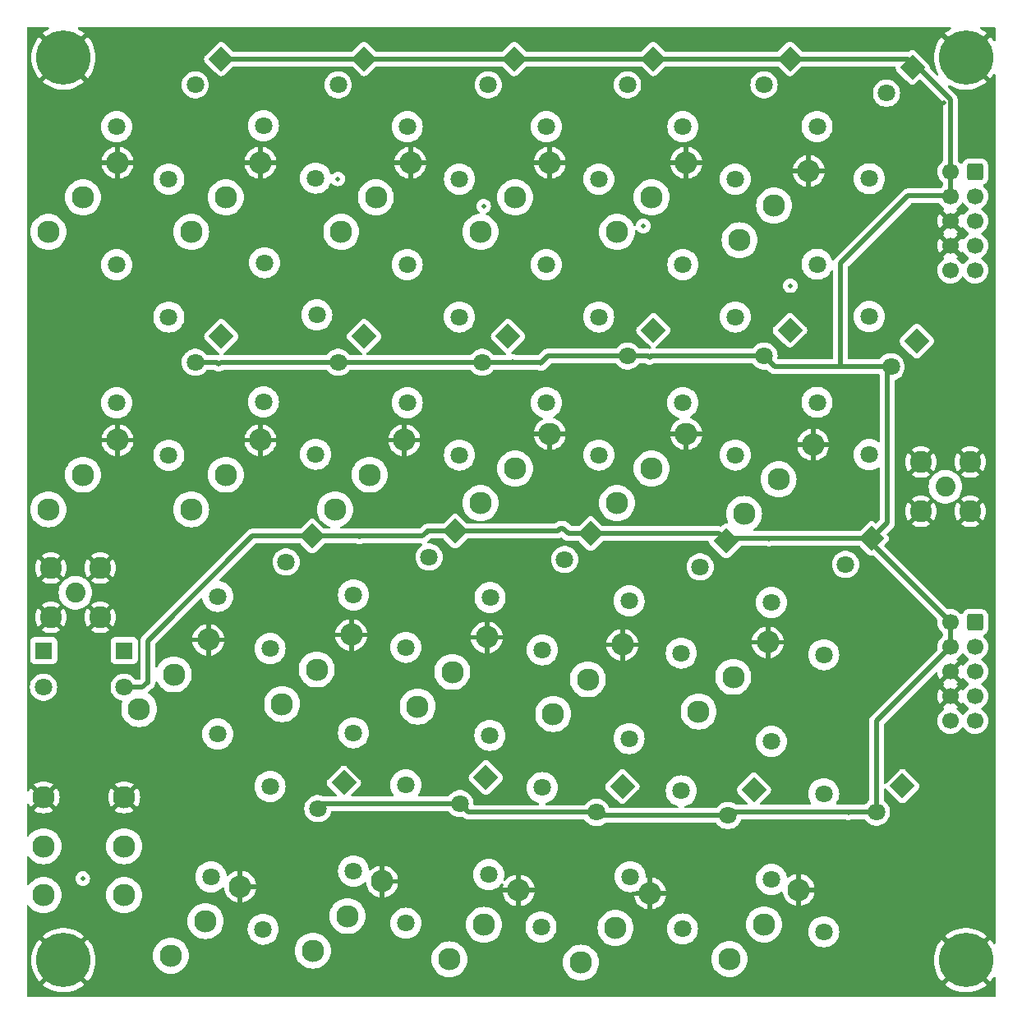
<source format=gbr>
%TF.GenerationSoftware,KiCad,Pcbnew,8.0.3*%
%TF.CreationDate,2024-07-11T18:12:51-04:00*%
%TF.ProjectId,K9HZ_100W_11band_LPF-Filter,4b39485a-5f31-4303-9057-5f313162616e,rev?*%
%TF.SameCoordinates,Original*%
%TF.FileFunction,Copper,L2,Inr*%
%TF.FilePolarity,Positive*%
%FSLAX46Y46*%
G04 Gerber Fmt 4.6, Leading zero omitted, Abs format (unit mm)*
G04 Created by KiCad (PCBNEW 8.0.3) date 2024-07-11 18:12:51*
%MOMM*%
%LPD*%
G01*
G04 APERTURE LIST*
G04 Aperture macros list*
%AMRoundRect*
0 Rectangle with rounded corners*
0 $1 Rounding radius*
0 $2 $3 $4 $5 $6 $7 $8 $9 X,Y pos of 4 corners*
0 Add a 4 corners polygon primitive as box body*
4,1,4,$2,$3,$4,$5,$6,$7,$8,$9,$2,$3,0*
0 Add four circle primitives for the rounded corners*
1,1,$1+$1,$2,$3*
1,1,$1+$1,$4,$5*
1,1,$1+$1,$6,$7*
1,1,$1+$1,$8,$9*
0 Add four rect primitives between the rounded corners*
20,1,$1+$1,$2,$3,$4,$5,0*
20,1,$1+$1,$4,$5,$6,$7,0*
20,1,$1+$1,$6,$7,$8,$9,0*
20,1,$1+$1,$8,$9,$2,$3,0*%
%AMRotRect*
0 Rectangle, with rotation*
0 The origin of the aperture is its center*
0 $1 length*
0 $2 width*
0 $3 Rotation angle, in degrees counterclockwise*
0 Add horizontal line*
21,1,$1,$2,0,0,$3*%
G04 Aperture macros list end*
%TA.AperFunction,ComponentPad*%
%ADD10C,5.600000*%
%TD*%
%TA.AperFunction,ComponentPad*%
%ADD11C,1.800000*%
%TD*%
%TA.AperFunction,ComponentPad*%
%ADD12C,2.050000*%
%TD*%
%TA.AperFunction,ComponentPad*%
%ADD13C,2.250000*%
%TD*%
%TA.AperFunction,ComponentPad*%
%ADD14C,2.300000*%
%TD*%
%TA.AperFunction,ComponentPad*%
%ADD15R,1.800000X1.800000*%
%TD*%
%TA.AperFunction,ComponentPad*%
%ADD16RotRect,1.800000X1.800000X135.000000*%
%TD*%
%TA.AperFunction,ComponentPad*%
%ADD17RoundRect,0.250000X0.600000X0.600000X-0.600000X0.600000X-0.600000X-0.600000X0.600000X-0.600000X0*%
%TD*%
%TA.AperFunction,ComponentPad*%
%ADD18C,1.700000*%
%TD*%
%TA.AperFunction,ViaPad*%
%ADD19C,0.500000*%
%TD*%
%TA.AperFunction,Conductor*%
%ADD20C,0.500000*%
%TD*%
%TA.AperFunction,Conductor*%
%ADD21C,0.250000*%
%TD*%
G04 APERTURE END LIST*
D10*
%TO.N,GND*%
%TO.C,H4*%
X265200000Y-45800000D03*
%TD*%
%TO.N,GND*%
%TO.C,H3*%
X172200000Y-45800000D03*
%TD*%
%TO.N,GND*%
%TO.C,H2*%
X265200000Y-138800000D03*
%TD*%
%TO.N,GND*%
%TO.C,H1*%
X172200000Y-138800000D03*
%TD*%
D11*
%TO.N,/RF29*%
%TO.C,L21*%
X187405923Y-130205923D03*
%TO.N,/RF30*%
X192794077Y-135594077D03*
%TD*%
%TO.N,/RF32*%
%TO.C,L23*%
X202090755Y-115361769D03*
%TO.N,/RF33*%
X207478909Y-120749923D03*
%TD*%
%TO.N,/RF45*%
%TO.C,L33*%
X245170832Y-130474769D03*
%TO.N,/RF46*%
X250558986Y-135862923D03*
%TD*%
%TO.N,/RF40*%
%TO.C,L29*%
X230496177Y-115957475D03*
%TO.N,/RF41*%
X235884331Y-121345629D03*
%TD*%
%TO.N,/RF17*%
%TO.C,L12*%
X221983986Y-81352846D03*
%TO.N,/RF18*%
X227372140Y-86741000D03*
%TD*%
%TO.N,/RF13*%
%TO.C,L9*%
X207632986Y-81352846D03*
%TO.N,/RF14*%
X213021140Y-86741000D03*
%TD*%
D12*
%TO.N,/RF6*%
%TO.C,J1*%
X173442909Y-100937923D03*
D13*
%TO.N,GND*%
X170902909Y-98397923D03*
X170902909Y-103477923D03*
X175982909Y-98397923D03*
X175982909Y-103477923D03*
%TD*%
D11*
%TO.N,/RF4*%
%TO.C,L3*%
X177673000Y-81379923D03*
%TO.N,/RF5*%
X183061154Y-86768077D03*
%TD*%
%TO.N,/RF12*%
%TO.C,L8*%
X207620909Y-67128846D03*
%TO.N,/RF13*%
X213009063Y-72517000D03*
%TD*%
%TO.N,/RF7*%
%TO.C,L4*%
X192805259Y-52832000D03*
%TO.N,/RF8*%
X198193413Y-58220154D03*
%TD*%
D12*
%TO.N,/RF1*%
%TO.C,J2*%
X263104909Y-90015923D03*
D13*
%TO.N,GND*%
X260564909Y-87475923D03*
X260564909Y-92555923D03*
X265644909Y-87475923D03*
X265644909Y-92555923D03*
%TD*%
D11*
%TO.N,/RF19*%
%TO.C,L13*%
X236050624Y-52931923D03*
%TO.N,/RF20*%
X241438778Y-58320077D03*
%TD*%
%TO.N,/RF2*%
%TO.C,L1*%
X177673000Y-52931923D03*
%TO.N,/RF3*%
X183061154Y-58320077D03*
%TD*%
D14*
%TO.N,/RF47*%
%TO.C,K24*%
X178460400Y-127050800D03*
%TO.N,GND*%
X178460400Y-122010800D03*
%TO.N,/RF6*%
X178460400Y-132090800D03*
D15*
%TO.N,/BNF*%
X178460400Y-106890800D03*
D11*
%TO.N,+12V*%
X178460400Y-110670800D03*
%TD*%
%TO.N,/RF20*%
%TO.C,L14*%
X236050624Y-67128846D03*
%TO.N,/RF21*%
X241438778Y-72517000D03*
%TD*%
%TO.N,/RF11*%
%TO.C,L7*%
X207632986Y-52931923D03*
%TO.N,/RF12*%
X213021140Y-58320077D03*
%TD*%
%TO.N,/RF39*%
%TO.C,L28*%
X230496177Y-101760552D03*
%TO.N,/RF40*%
X235884331Y-107148706D03*
%TD*%
%TO.N,/RF8*%
%TO.C,L5*%
X192920182Y-66929000D03*
%TO.N,/RF9*%
X198308336Y-72317154D03*
%TD*%
%TO.N,/RF31*%
%TO.C,L22*%
X202102832Y-101164846D03*
%TO.N,/RF32*%
X207490986Y-106553000D03*
%TD*%
%TO.N,/RF44*%
%TO.C,L32*%
X245158755Y-116250769D03*
%TO.N,/RF45*%
X250546909Y-121638923D03*
%TD*%
%TO.N,/RF27*%
%TO.C,L19*%
X188102470Y-101304157D03*
%TO.N,/RF28*%
X193490624Y-106692311D03*
%TD*%
%TO.N,/RF3*%
%TO.C,L2*%
X177673000Y-67148000D03*
%TO.N,/RF4*%
X183061154Y-72536154D03*
%TD*%
%TO.N,/RF41*%
%TO.C,L30*%
X230611846Y-130181475D03*
%TO.N,/RF42*%
X236000000Y-135569629D03*
%TD*%
%TO.N,/RF23*%
%TO.C,L16*%
X249866547Y-52900650D03*
%TO.N,/RF24*%
X255254701Y-58288804D03*
%TD*%
%TO.N,/RF25*%
%TO.C,L18*%
X249866547Y-81321573D03*
%TO.N,/RF26*%
X255254701Y-86709727D03*
%TD*%
%TO.N,/RF15*%
%TO.C,L10*%
X221983986Y-52931923D03*
%TO.N,/RF16*%
X227372140Y-58320077D03*
%TD*%
%TO.N,/RF37*%
%TO.C,L27*%
X216030393Y-129979080D03*
%TO.N,/RF38*%
X221418547Y-135367234D03*
%TD*%
%TO.N,/RF35*%
%TO.C,L25*%
X216169470Y-101431157D03*
%TO.N,/RF36*%
X221557624Y-106819311D03*
%TD*%
%TO.N,/RF16*%
%TO.C,L11*%
X221971909Y-67128846D03*
%TO.N,/RF17*%
X227360063Y-72517000D03*
%TD*%
%TO.N,/RF28*%
%TO.C,L20*%
X188102470Y-115501080D03*
%TO.N,/RF29*%
X193490624Y-120889234D03*
%TD*%
%TO.N,/RF9*%
%TO.C,L6*%
X192805259Y-81280000D03*
%TO.N,/RF10*%
X198193413Y-86668154D03*
%TD*%
%TO.N,/RF24*%
%TO.C,L17*%
X249866547Y-67097573D03*
%TO.N,/RF25*%
X255254701Y-72485727D03*
%TD*%
%TO.N,/RF21*%
%TO.C,L15*%
X236038547Y-81352846D03*
%TO.N,/RF22*%
X241426701Y-86741000D03*
%TD*%
%TO.N,/RF33*%
%TO.C,L24*%
X202105923Y-129605923D03*
%TO.N,/RF34*%
X207494077Y-134994077D03*
%TD*%
%TO.N,/RF43*%
%TO.C,L31*%
X245170832Y-101926846D03*
%TO.N,/RF44*%
X250558986Y-107315000D03*
%TD*%
%TO.N,/RF36*%
%TO.C,L26*%
X216157393Y-115628080D03*
%TO.N,/RF37*%
X221545547Y-121016234D03*
%TD*%
D14*
%TO.N,/RF38*%
%TO.C,K18*%
X215545274Y-135144507D03*
%TO.N,GND*%
X219109092Y-131580689D03*
%TO.N,/RF6*%
X211981456Y-138708325D03*
D16*
%TO.N,/B12M*%
X229800547Y-120889234D03*
D11*
%TO.N,+12V*%
X227127683Y-123562098D03*
%TD*%
D14*
%TO.N,/RF34*%
%TO.C,K16*%
X201478636Y-134243196D03*
%TO.N,GND*%
X205042454Y-130679378D03*
%TO.N,/RF6*%
X197914818Y-137807014D03*
D16*
%TO.N,/B15M*%
X215733909Y-119987923D03*
D11*
%TO.N,+12V*%
X213061045Y-122660787D03*
%TD*%
D14*
%TO.N,/RF42*%
%TO.C,K20*%
X229094981Y-135473902D03*
%TO.N,GND*%
X232658799Y-131910084D03*
%TO.N,/RF6*%
X225531163Y-139037720D03*
D16*
%TO.N,/B10M*%
X243350254Y-121218629D03*
D11*
%TO.N,+12V*%
X240677390Y-123891493D03*
%TD*%
D14*
%TO.N,/RF19*%
%TO.C,K9*%
X232817274Y-60202196D03*
%TO.N,GND*%
X236381092Y-56638378D03*
%TO.N,/RF1*%
X229253456Y-63766014D03*
D16*
%TO.N,+12V*%
X247072547Y-45946923D03*
D11*
%TO.N,/B30M*%
X244399683Y-48619787D03*
%TD*%
D14*
%TO.N,/RF2*%
%TO.C,K1*%
X174212727Y-60202196D03*
%TO.N,GND*%
X177776545Y-56638378D03*
%TO.N,/RF1*%
X170648909Y-63766014D03*
D16*
%TO.N,+12V*%
X188468000Y-45946923D03*
D11*
%TO.N,/B160M*%
X185795136Y-48619787D03*
%TD*%
D14*
%TO.N,/RF26*%
%TO.C,K12*%
X245904138Y-89248059D03*
%TO.N,GND*%
X249467956Y-85684241D03*
%TO.N,/RF6*%
X242340320Y-92811877D03*
D16*
%TO.N,/B20M*%
X260159411Y-74992786D03*
D11*
%TO.N,+12V*%
X257486547Y-77665650D03*
%TD*%
D17*
%TO.N,/B17M*%
%TO.C,J4*%
X266152909Y-103985923D03*
D18*
%TO.N,+12V*%
X263612909Y-103985923D03*
%TO.N,/B15M*%
X266152909Y-106525923D03*
%TO.N,+12V*%
X263612909Y-106525923D03*
%TO.N,/B12M*%
X266152909Y-109065923D03*
%TO.N,GND*%
X263612909Y-109065923D03*
%TO.N,/B10M*%
X266152909Y-111605923D03*
%TO.N,GND*%
X263612909Y-111605923D03*
%TO.N,/B6M*%
X266152909Y-114145923D03*
%TO.N,/BNF*%
X263612909Y-114145923D03*
%TD*%
D14*
%TO.N,/RF18*%
%TO.C,K8*%
X218750636Y-88142196D03*
%TO.N,GND*%
X222314454Y-84578378D03*
%TO.N,/RF6*%
X215186818Y-91706014D03*
D16*
%TO.N,/B40M*%
X233005909Y-73886923D03*
D11*
%TO.N,+12V*%
X230333045Y-76559787D03*
%TD*%
D14*
%TO.N,/RF46*%
%TO.C,K22*%
X244404636Y-135108741D03*
%TO.N,GND*%
X247968454Y-131544923D03*
%TO.N,/RF6*%
X240840818Y-138672559D03*
D16*
%TO.N,/B6M*%
X258659909Y-120853468D03*
D11*
%TO.N,+12V*%
X255987045Y-123526332D03*
%TD*%
D14*
%TO.N,/RF5*%
%TO.C,K2*%
X174212727Y-88777196D03*
%TO.N,GND*%
X177776545Y-85213378D03*
%TO.N,/RF6*%
X170648909Y-92341014D03*
D16*
%TO.N,/B160M*%
X188468000Y-74521923D03*
D11*
%TO.N,+12V*%
X185795136Y-77194787D03*
%TD*%
D17*
%TO.N,/B160M*%
%TO.C,J3*%
X266152909Y-57560000D03*
D18*
%TO.N,+12V*%
X263612909Y-57560000D03*
%TO.N,/B80M*%
X266152909Y-60100000D03*
%TO.N,+12V*%
X263612909Y-60100000D03*
%TO.N,/B60M*%
X266152909Y-62640000D03*
%TO.N,GND*%
X263612909Y-62640000D03*
%TO.N,/B40M*%
X266152909Y-65180000D03*
%TO.N,GND*%
X263612909Y-65180000D03*
%TO.N,/B30M*%
X266152909Y-67720000D03*
%TO.N,/B20M*%
X263612909Y-67720000D03*
%TD*%
D14*
%TO.N,/RF35*%
%TO.C,K17*%
X212273636Y-109097196D03*
%TO.N,GND*%
X215837454Y-105533378D03*
%TO.N,/RF1*%
X208709818Y-112661014D03*
D16*
%TO.N,+12V*%
X226528909Y-94841923D03*
D11*
%TO.N,/B12M*%
X223856045Y-97514787D03*
%TD*%
D14*
%TO.N,/RF14*%
%TO.C,K6*%
X203764636Y-88777196D03*
%TO.N,GND*%
X207328454Y-85213378D03*
%TO.N,/RF6*%
X200200818Y-92341014D03*
D16*
%TO.N,/B60M*%
X218019909Y-74521923D03*
D11*
%TO.N,+12V*%
X215347045Y-77194787D03*
%TD*%
D14*
%TO.N,/RF47*%
%TO.C,K23*%
X170154600Y-127050800D03*
%TO.N,GND*%
X170154600Y-122010800D03*
%TO.N,/RF1*%
X170154600Y-132090800D03*
D15*
%TO.N,+12V*%
X170154600Y-106890800D03*
D11*
%TO.N,/BNF*%
X170154600Y-110670800D03*
%TD*%
D14*
%TO.N,/RF39*%
%TO.C,K19*%
X226243636Y-109859196D03*
%TO.N,GND*%
X229807454Y-106295378D03*
%TO.N,/RF1*%
X222679818Y-113423014D03*
D16*
%TO.N,+12V*%
X240498909Y-95603923D03*
D11*
%TO.N,/B10M*%
X237826045Y-98276787D03*
%TD*%
D14*
%TO.N,/RF7*%
%TO.C,K3*%
X188936909Y-60202196D03*
%TO.N,GND*%
X192500727Y-56638378D03*
%TO.N,/RF1*%
X185373091Y-63766014D03*
D16*
%TO.N,+12V*%
X203192182Y-45946923D03*
D11*
%TO.N,/B80M*%
X200519318Y-48619787D03*
%TD*%
D14*
%TO.N,/RF11*%
%TO.C,K5*%
X204399636Y-60202196D03*
%TO.N,GND*%
X207963454Y-56638378D03*
%TO.N,/RF1*%
X200835818Y-63766014D03*
D16*
%TO.N,+12V*%
X218654909Y-45946923D03*
D11*
%TO.N,/B60M*%
X215982045Y-48619787D03*
%TD*%
D14*
%TO.N,/RF22*%
%TO.C,K10*%
X232817274Y-88142196D03*
%TO.N,GND*%
X236381092Y-84578378D03*
%TO.N,/RF6*%
X229253456Y-91706014D03*
D16*
%TO.N,/B30M*%
X247072547Y-73886923D03*
D11*
%TO.N,+12V*%
X244399683Y-76559787D03*
%TD*%
D14*
%TO.N,/RF43*%
%TO.C,K21*%
X241229636Y-109605196D03*
%TO.N,GND*%
X244793454Y-106041378D03*
%TO.N,/RF1*%
X237665818Y-113169014D03*
D16*
%TO.N,+12V*%
X255484909Y-95349923D03*
D11*
%TO.N,/B6M*%
X252812045Y-98022787D03*
%TD*%
%TO.N,/B20M*%
%TO.C,K11*%
X257027136Y-49472864D03*
D16*
%TO.N,+12V*%
X259700000Y-46800000D03*
D14*
%TO.N,/RF1*%
X241880909Y-64619091D03*
%TO.N,GND*%
X249008545Y-57491455D03*
%TO.N,/RF23*%
X245444727Y-61055273D03*
%TD*%
%TO.N,/RF10*%
%TO.C,K4*%
X188936909Y-88777196D03*
%TO.N,GND*%
X192500727Y-85213378D03*
%TO.N,/RF6*%
X185373091Y-92341014D03*
D16*
%TO.N,/B80M*%
X203192182Y-74521923D03*
D11*
%TO.N,+12V*%
X200519318Y-77194787D03*
%TD*%
D14*
%TO.N,/RF30*%
%TO.C,K14*%
X186843274Y-134763507D03*
%TO.N,GND*%
X190407092Y-131199689D03*
%TO.N,/RF6*%
X183279456Y-138327325D03*
D16*
%TO.N,/B17M*%
X201098547Y-120508234D03*
D11*
%TO.N,+12V*%
X198425683Y-123181098D03*
%TD*%
D14*
%TO.N,/RF31*%
%TO.C,K15*%
X198303636Y-108843196D03*
%TO.N,GND*%
X201867454Y-105279378D03*
%TO.N,/RF1*%
X194739818Y-112407014D03*
D16*
%TO.N,+12V*%
X212558909Y-94587923D03*
D11*
%TO.N,/B15M*%
X209886045Y-97260787D03*
%TD*%
D14*
%TO.N,/RF27*%
%TO.C,K13*%
X183571636Y-109351196D03*
%TO.N,GND*%
X187135454Y-105787378D03*
%TO.N,/RF1*%
X180007818Y-112915014D03*
D16*
%TO.N,+12V*%
X197826909Y-95095923D03*
D11*
%TO.N,/B17M*%
X195154045Y-97768787D03*
%TD*%
D14*
%TO.N,/RF15*%
%TO.C,K7*%
X218750636Y-60202196D03*
%TO.N,GND*%
X222314454Y-56638378D03*
%TO.N,/RF1*%
X215186818Y-63766014D03*
D16*
%TO.N,+12V*%
X233005909Y-45946923D03*
D11*
%TO.N,/B40M*%
X230333045Y-48619787D03*
%TD*%
D19*
%TO.N,/B80M*%
X200500000Y-58300000D03*
%TO.N,/B30M*%
X247100000Y-69300000D03*
%TO.N,GND*%
X170400000Y-100900000D03*
X178600000Y-103500000D03*
X176300000Y-95800000D03*
X210700000Y-103100000D03*
X214700000Y-97800000D03*
X251200000Y-92800000D03*
X254800000Y-92400000D03*
X265500000Y-100900000D03*
X262900000Y-96200000D03*
X261300000Y-83200000D03*
X187000000Y-140000000D03*
X233900000Y-126200000D03*
X249000000Y-125900000D03*
X238600000Y-103400000D03*
X253900000Y-119100000D03*
X238900000Y-71100000D03*
%TO.N,+12V*%
X253100000Y-123600000D03*
%TO.N,GND*%
X266500000Y-118800000D03*
X266700000Y-128300000D03*
X266700000Y-132600000D03*
X258800000Y-140300000D03*
X250500000Y-140500000D03*
X245300000Y-140700000D03*
X237200000Y-140600000D03*
%TO.N,+12V*%
X188200000Y-77400000D03*
X203200000Y-77200000D03*
X218500000Y-77100000D03*
X232600000Y-76700000D03*
X202700000Y-95200000D03*
X209700000Y-94700000D03*
X244900000Y-95400000D03*
X252400000Y-95300000D03*
X224500000Y-94800000D03*
%TO.N,GND*%
X211500000Y-92500000D03*
X204000000Y-93400000D03*
X201700000Y-80200000D03*
X205100000Y-79000000D03*
X240538000Y-83312000D03*
X210820000Y-56134000D03*
X253492000Y-131826000D03*
X241376200Y-75539600D03*
X216433400Y-54762400D03*
X229057200Y-88773000D03*
X202869800Y-140538200D03*
X240792000Y-117094000D03*
X184150000Y-125730000D03*
X251277947Y-73522055D03*
X232232200Y-80670400D03*
X235381800Y-100025200D03*
X255016000Y-139700000D03*
X192862200Y-97815400D03*
X228092000Y-114554000D03*
X260604000Y-80010000D03*
X213106000Y-82296000D03*
X197485000Y-78689200D03*
X258572000Y-126746000D03*
X243078000Y-82296000D03*
X264160000Y-83058000D03*
X241046000Y-52324000D03*
X197535800Y-75641200D03*
X193294000Y-60706000D03*
X260100000Y-113800000D03*
X223012000Y-130302000D03*
X252334113Y-102734111D03*
X189230000Y-107950000D03*
X208026000Y-61722000D03*
X243433600Y-126339600D03*
X262128000Y-98298000D03*
X206248000Y-101854000D03*
X245618000Y-53340000D03*
X254762000Y-51054000D03*
X184886600Y-88595200D03*
X211886800Y-79222600D03*
X254000000Y-115316000D03*
X174701200Y-73533000D03*
X246176800Y-138303000D03*
X177546000Y-118364000D03*
X201422000Y-109220000D03*
X253771400Y-75361800D03*
X231140000Y-109982000D03*
X212902800Y-48336200D03*
X173990000Y-93472000D03*
X243100000Y-88900000D03*
X187375800Y-85801200D03*
X260300000Y-57400000D03*
X227787200Y-47929800D03*
X191947800Y-74879200D03*
X250952000Y-62738000D03*
X266192000Y-96012000D03*
X173278800Y-112217200D03*
X170992800Y-108889800D03*
X187502800Y-55905400D03*
X259800000Y-107125923D03*
X206248000Y-110490000D03*
X211582000Y-120396000D03*
X216408000Y-140512800D03*
X169400000Y-50300000D03*
X192532000Y-101600000D03*
X176657000Y-75844400D03*
X172212000Y-77978000D03*
X169672000Y-117602000D03*
X187096400Y-124206000D03*
X239699800Y-135077200D03*
X247599200Y-121310400D03*
X184150000Y-83058000D03*
X198882000Y-100330000D03*
X178000000Y-46900000D03*
X220726000Y-110490000D03*
X205003400Y-73533000D03*
X248700000Y-75400000D03*
X180848000Y-81788000D03*
X261874000Y-132588000D03*
X259842000Y-55372000D03*
X228600000Y-83566000D03*
X259334000Y-50800000D03*
X252222000Y-129032000D03*
X262912909Y-50457028D03*
X260654800Y-70967600D03*
X218135200Y-80645000D03*
X193014600Y-124485400D03*
X250444000Y-99542600D03*
X260350000Y-67818000D03*
X230378000Y-68834000D03*
X207899000Y-124129800D03*
X207924400Y-98374200D03*
X242316000Y-100076000D03*
X196596000Y-53340000D03*
X212090000Y-128473200D03*
X188163200Y-103479600D03*
X184886600Y-122097800D03*
X182600600Y-134289800D03*
X260200000Y-104100000D03*
X255752600Y-47396400D03*
X265938000Y-74676000D03*
X216230200Y-85902800D03*
X247142000Y-92964000D03*
X182118000Y-55118000D03*
X236702600Y-74422000D03*
X245110000Y-66548000D03*
X261700000Y-44000000D03*
X228549200Y-125450600D03*
X177800000Y-114808000D03*
X231368600Y-56489600D03*
X241630200Y-47650400D03*
X221488000Y-99136200D03*
X225298000Y-54864000D03*
X244602000Y-72390000D03*
X211328000Y-115824000D03*
X265684000Y-122936000D03*
X252222000Y-59690000D03*
X258572000Y-101092000D03*
X258318000Y-94234000D03*
X192532000Y-140030200D03*
X179832000Y-140970000D03*
X199059800Y-129362200D03*
X171602400Y-56489600D03*
X190042800Y-73228200D03*
X242316000Y-79248000D03*
X182626000Y-50038000D03*
X171526200Y-85902800D03*
X264700000Y-71800000D03*
X257800000Y-109300000D03*
X201168000Y-97536000D03*
X195072000Y-125984000D03*
X205232000Y-68834000D03*
X181432200Y-74828400D03*
X181279800Y-46888400D03*
X205028800Y-86080600D03*
X186182000Y-71374000D03*
X207035400Y-75590400D03*
X226314000Y-52324000D03*
X172466000Y-69850000D03*
X212217000Y-75565000D03*
X210540600Y-44475400D03*
X246634000Y-51562000D03*
X237236000Y-60452000D03*
X266192000Y-52832000D03*
X259100000Y-117500000D03*
X239014000Y-44246800D03*
X248920000Y-102616000D03*
X197358000Y-120396000D03*
X173990000Y-66294000D03*
X184404000Y-97028000D03*
X197281800Y-47904400D03*
X208788000Y-129540000D03*
X202361800Y-56591200D03*
X245618000Y-112522000D03*
X224840800Y-121031000D03*
X220370400Y-75082400D03*
X224942400Y-44475400D03*
X195453000Y-44653200D03*
X255270000Y-104648000D03*
X217906600Y-125450600D03*
X223520000Y-59944000D03*
X255270000Y-112014000D03*
X198628000Y-82042000D03*
X252222000Y-56642000D03*
X266000000Y-78700000D03*
X181356000Y-100330000D03*
X251993400Y-44196000D03*
X227076000Y-101346000D03*
X216916000Y-51816000D03*
X230733600Y-140538200D03*
X252222000Y-109982000D03*
X255524000Y-83312000D03*
X248589800Y-70332600D03*
X193548000Y-129540000D03*
X258300000Y-87630000D03*
X258300000Y-91186000D03*
X232410000Y-51562000D03*
X235839000Y-127228600D03*
X174600000Y-50500000D03*
X210312000Y-134620000D03*
X225044000Y-134924800D03*
X197104000Y-116586000D03*
X202946000Y-51816000D03*
X226872800Y-78689200D03*
X239522000Y-54356000D03*
X183388000Y-115824000D03*
X231648000Y-122199400D03*
X225044000Y-116332000D03*
X190500000Y-66802000D03*
X201599800Y-124231400D03*
%TO.N,/B60M*%
X215498327Y-61107673D03*
%TO.N,/B40M*%
X231952800Y-63157241D03*
%TO.N,/BNF*%
X174193200Y-130391923D03*
%TD*%
D20*
%TO.N,+12V*%
X252300000Y-67000000D02*
X252300000Y-77665650D01*
X263612909Y-60043923D02*
X259256077Y-60043923D01*
X259256077Y-60043923D02*
X252300000Y-67000000D01*
X257486547Y-77665650D02*
X252300000Y-77665650D01*
X252300000Y-77665650D02*
X245505546Y-77665650D01*
X245505546Y-77665650D02*
X244399683Y-76559787D01*
X255987045Y-114151787D02*
X263612909Y-106525923D01*
X255987045Y-123526332D02*
X255987045Y-114151787D01*
X263612909Y-103985923D02*
X263612909Y-106525923D01*
X203192182Y-45946923D02*
X188468000Y-45946923D01*
X218654909Y-45946923D02*
X203192182Y-45946923D01*
X233005909Y-45946923D02*
X218654909Y-45946923D01*
X247072547Y-45946923D02*
X233005909Y-45946923D01*
X259246923Y-45946923D02*
X247072547Y-45946923D01*
X259850650Y-46550650D02*
X259246923Y-45946923D01*
X260026547Y-46550650D02*
X259850650Y-46550650D01*
X263612909Y-50137012D02*
X260026547Y-46550650D01*
X263612909Y-57503923D02*
X263612909Y-50137012D01*
X263612909Y-57503923D02*
X263612909Y-60043923D01*
X198945994Y-122660787D02*
X198425683Y-123181098D01*
X213061045Y-122660787D02*
X198945994Y-122660787D01*
X213962356Y-123562098D02*
X213061045Y-122660787D01*
X227127683Y-123562098D02*
X213962356Y-123562098D01*
X240677390Y-123891493D02*
X227457078Y-123891493D01*
X227457078Y-123891493D02*
X227127683Y-123562098D01*
X253026332Y-123526332D02*
X241042551Y-123526332D01*
X253100000Y-123600000D02*
X253026332Y-123526332D01*
X253173668Y-123526332D02*
X253100000Y-123600000D01*
X241042551Y-123526332D02*
X240677390Y-123891493D01*
X255987045Y-123526332D02*
X253173668Y-123526332D01*
X187994787Y-77194787D02*
X185795136Y-77194787D01*
X188200000Y-77400000D02*
X187994787Y-77194787D01*
X188405213Y-77194787D02*
X188200000Y-77400000D01*
X203194787Y-77194787D02*
X200519318Y-77194787D01*
X203200000Y-77200000D02*
X203194787Y-77194787D01*
X203205213Y-77194787D02*
X203200000Y-77200000D01*
X218405213Y-77194787D02*
X215347045Y-77194787D01*
X218500000Y-77100000D02*
X218405213Y-77194787D01*
X218594787Y-77194787D02*
X218500000Y-77100000D01*
X232459787Y-76559787D02*
X230333045Y-76559787D01*
X232600000Y-76700000D02*
X232459787Y-76559787D01*
X232740213Y-76559787D02*
X232600000Y-76700000D01*
X200519318Y-77194787D02*
X188405213Y-77194787D01*
X215347045Y-77194787D02*
X203205213Y-77194787D01*
X221294787Y-77194787D02*
X218594787Y-77194787D01*
X221400000Y-77300000D02*
X221294787Y-77194787D01*
X222140213Y-76559787D02*
X221400000Y-77300000D01*
X230333045Y-76559787D02*
X222140213Y-76559787D01*
X244399683Y-76559787D02*
X232740213Y-76559787D01*
X180800000Y-110200000D02*
X180329200Y-110670800D01*
X180329200Y-110670800D02*
X178460400Y-110670800D01*
X180900000Y-105890331D02*
X180900000Y-110200000D01*
X191694408Y-95095923D02*
X180900000Y-105890331D01*
X197826909Y-95095923D02*
X191694408Y-95095923D01*
X180900000Y-110200000D02*
X180800000Y-110200000D01*
X202595923Y-95095923D02*
X197826909Y-95095923D01*
X202700000Y-95200000D02*
X202595923Y-95095923D01*
X202804077Y-95095923D02*
X202700000Y-95200000D01*
X209600000Y-94700000D02*
X209204077Y-95095923D01*
X209700000Y-94700000D02*
X209600000Y-94700000D01*
X209700000Y-94600000D02*
X209700000Y-94700000D01*
X209204077Y-95095923D02*
X202804077Y-95095923D01*
X209712077Y-94587923D02*
X209700000Y-94600000D01*
X212558909Y-94587923D02*
X209712077Y-94587923D01*
X257104701Y-93730131D02*
X257104701Y-78047496D01*
X257104701Y-78047496D02*
X257486547Y-77665650D01*
X255484909Y-95349923D02*
X257104701Y-93730131D01*
X255484909Y-95857923D02*
X255484909Y-95349923D01*
X263612909Y-103985923D02*
X255484909Y-95857923D01*
X244849923Y-95349923D02*
X240752909Y-95349923D01*
X244900000Y-95400000D02*
X244849923Y-95349923D01*
X244950077Y-95349923D02*
X244900000Y-95400000D01*
X252350077Y-95349923D02*
X244950077Y-95349923D01*
X252400000Y-95300000D02*
X252350077Y-95349923D01*
X252449923Y-95349923D02*
X252400000Y-95300000D01*
D21*
X240752909Y-95349923D02*
X240498909Y-95603923D01*
D20*
X255484909Y-95349923D02*
X252449923Y-95349923D01*
X224458077Y-94841923D02*
X224241923Y-94841923D01*
X224500000Y-94800000D02*
X224458077Y-94841923D01*
X224541923Y-94841923D02*
X224500000Y-94800000D01*
X223400000Y-94300000D02*
X223112077Y-94587923D01*
X223700000Y-94300000D02*
X223400000Y-94300000D01*
X223112077Y-94587923D02*
X212558909Y-94587923D01*
X224241923Y-94841923D02*
X223700000Y-94300000D01*
X226528909Y-94841923D02*
X224541923Y-94841923D01*
X239736909Y-94841923D02*
X240498909Y-95603923D01*
X226528909Y-94841923D02*
X239736909Y-94841923D01*
%TD*%
%TA.AperFunction,Conductor*%
%TO.N,GND*%
G36*
X170664070Y-42664608D02*
G01*
X170709825Y-42717412D01*
X170719769Y-42786570D01*
X170690744Y-42850126D01*
X170654395Y-42877494D01*
X170654956Y-42878551D01*
X170651991Y-42880122D01*
X170345370Y-43064609D01*
X170345367Y-43064611D01*
X170060486Y-43281170D01*
X170060485Y-43281171D01*
X170047257Y-43293702D01*
X170047256Y-43293703D01*
X171259301Y-44505748D01*
X171157670Y-44579588D01*
X170979588Y-44757670D01*
X170905748Y-44859301D01*
X169696442Y-43649995D01*
X169696441Y-43649996D01*
X169569033Y-43799992D01*
X169368218Y-44096172D01*
X169200606Y-44412322D01*
X169200597Y-44412340D01*
X169068149Y-44744760D01*
X169068147Y-44744767D01*
X168972421Y-45089542D01*
X168972415Y-45089568D01*
X168914527Y-45442668D01*
X168914526Y-45442685D01*
X168895153Y-45799997D01*
X168895153Y-45800002D01*
X168914526Y-46157314D01*
X168914527Y-46157331D01*
X168972415Y-46510431D01*
X168972421Y-46510457D01*
X169068147Y-46855232D01*
X169068149Y-46855239D01*
X169200597Y-47187659D01*
X169200606Y-47187677D01*
X169368218Y-47503827D01*
X169569024Y-47799994D01*
X169569035Y-47800008D01*
X169696441Y-47950002D01*
X169696442Y-47950002D01*
X170905747Y-46740697D01*
X170979588Y-46842330D01*
X171157670Y-47020412D01*
X171259300Y-47094251D01*
X170047257Y-48306294D01*
X170060495Y-48318836D01*
X170345367Y-48535388D01*
X170345370Y-48535390D01*
X170651990Y-48719876D01*
X170976739Y-48870122D01*
X170976744Y-48870123D01*
X171315855Y-48984383D01*
X171665339Y-49061311D01*
X172021075Y-49099999D01*
X172021085Y-49100000D01*
X172378915Y-49100000D01*
X172378924Y-49099999D01*
X172734660Y-49061311D01*
X173084144Y-48984383D01*
X173423255Y-48870123D01*
X173423260Y-48870122D01*
X173748009Y-48719876D01*
X173914371Y-48619780D01*
X184389836Y-48619780D01*
X184389836Y-48619793D01*
X184409000Y-48851084D01*
X184409002Y-48851095D01*
X184465978Y-49076087D01*
X184559211Y-49288635D01*
X184686152Y-49482934D01*
X184686155Y-49482938D01*
X184686157Y-49482940D01*
X184843352Y-49653700D01*
X184843355Y-49653702D01*
X184843358Y-49653705D01*
X185026501Y-49796251D01*
X185026507Y-49796255D01*
X185026510Y-49796257D01*
X185230633Y-49906723D01*
X185344623Y-49945855D01*
X185450151Y-49982084D01*
X185450153Y-49982084D01*
X185450155Y-49982085D01*
X185679087Y-50020287D01*
X185679088Y-50020287D01*
X185911184Y-50020287D01*
X185911185Y-50020287D01*
X186140117Y-49982085D01*
X186359639Y-49906723D01*
X186563762Y-49796257D01*
X186582698Y-49781519D01*
X186682077Y-49704169D01*
X186746920Y-49653700D01*
X186904115Y-49482940D01*
X187031060Y-49288636D01*
X187124293Y-49076087D01*
X187181270Y-48851092D01*
X187193101Y-48708312D01*
X187200436Y-48619793D01*
X187200436Y-48619780D01*
X199114018Y-48619780D01*
X199114018Y-48619793D01*
X199133182Y-48851084D01*
X199133184Y-48851095D01*
X199190160Y-49076087D01*
X199283393Y-49288635D01*
X199410334Y-49482934D01*
X199410337Y-49482938D01*
X199410339Y-49482940D01*
X199567534Y-49653700D01*
X199567537Y-49653702D01*
X199567540Y-49653705D01*
X199750683Y-49796251D01*
X199750689Y-49796255D01*
X199750692Y-49796257D01*
X199954815Y-49906723D01*
X200068805Y-49945855D01*
X200174333Y-49982084D01*
X200174335Y-49982084D01*
X200174337Y-49982085D01*
X200403269Y-50020287D01*
X200403270Y-50020287D01*
X200635366Y-50020287D01*
X200635367Y-50020287D01*
X200864299Y-49982085D01*
X201083821Y-49906723D01*
X201287944Y-49796257D01*
X201306880Y-49781519D01*
X201406259Y-49704169D01*
X201471102Y-49653700D01*
X201628297Y-49482940D01*
X201755242Y-49288636D01*
X201848475Y-49076087D01*
X201905452Y-48851092D01*
X201917283Y-48708312D01*
X201924618Y-48619793D01*
X201924618Y-48619780D01*
X214576745Y-48619780D01*
X214576745Y-48619793D01*
X214595909Y-48851084D01*
X214595911Y-48851095D01*
X214652887Y-49076087D01*
X214746120Y-49288635D01*
X214873061Y-49482934D01*
X214873064Y-49482938D01*
X214873066Y-49482940D01*
X215030261Y-49653700D01*
X215030264Y-49653702D01*
X215030267Y-49653705D01*
X215213410Y-49796251D01*
X215213416Y-49796255D01*
X215213419Y-49796257D01*
X215417542Y-49906723D01*
X215531532Y-49945855D01*
X215637060Y-49982084D01*
X215637062Y-49982084D01*
X215637064Y-49982085D01*
X215865996Y-50020287D01*
X215865997Y-50020287D01*
X216098093Y-50020287D01*
X216098094Y-50020287D01*
X216327026Y-49982085D01*
X216546548Y-49906723D01*
X216750671Y-49796257D01*
X216769607Y-49781519D01*
X216868986Y-49704169D01*
X216933829Y-49653700D01*
X217091024Y-49482940D01*
X217217969Y-49288636D01*
X217311202Y-49076087D01*
X217368179Y-48851092D01*
X217380010Y-48708312D01*
X217387345Y-48619793D01*
X217387345Y-48619780D01*
X228927745Y-48619780D01*
X228927745Y-48619793D01*
X228946909Y-48851084D01*
X228946911Y-48851095D01*
X229003887Y-49076087D01*
X229097120Y-49288635D01*
X229224061Y-49482934D01*
X229224064Y-49482938D01*
X229224066Y-49482940D01*
X229381261Y-49653700D01*
X229381264Y-49653702D01*
X229381267Y-49653705D01*
X229564410Y-49796251D01*
X229564416Y-49796255D01*
X229564419Y-49796257D01*
X229768542Y-49906723D01*
X229882532Y-49945855D01*
X229988060Y-49982084D01*
X229988062Y-49982084D01*
X229988064Y-49982085D01*
X230216996Y-50020287D01*
X230216997Y-50020287D01*
X230449093Y-50020287D01*
X230449094Y-50020287D01*
X230678026Y-49982085D01*
X230897548Y-49906723D01*
X231101671Y-49796257D01*
X231120607Y-49781519D01*
X231219986Y-49704169D01*
X231284829Y-49653700D01*
X231442024Y-49482940D01*
X231568969Y-49288636D01*
X231662202Y-49076087D01*
X231719179Y-48851092D01*
X231731010Y-48708312D01*
X231738345Y-48619793D01*
X231738345Y-48619780D01*
X242994383Y-48619780D01*
X242994383Y-48619793D01*
X243013547Y-48851084D01*
X243013549Y-48851095D01*
X243070525Y-49076087D01*
X243163758Y-49288635D01*
X243290699Y-49482934D01*
X243290702Y-49482938D01*
X243290704Y-49482940D01*
X243447899Y-49653700D01*
X243447902Y-49653702D01*
X243447905Y-49653705D01*
X243631048Y-49796251D01*
X243631054Y-49796255D01*
X243631057Y-49796257D01*
X243835180Y-49906723D01*
X243949170Y-49945855D01*
X244054698Y-49982084D01*
X244054700Y-49982084D01*
X244054702Y-49982085D01*
X244283634Y-50020287D01*
X244283635Y-50020287D01*
X244515731Y-50020287D01*
X244515732Y-50020287D01*
X244744664Y-49982085D01*
X244964186Y-49906723D01*
X245168309Y-49796257D01*
X245187245Y-49781519D01*
X245286624Y-49704169D01*
X245351467Y-49653700D01*
X245508662Y-49482940D01*
X245515250Y-49472857D01*
X255621836Y-49472857D01*
X255621836Y-49472870D01*
X255641000Y-49704161D01*
X255641002Y-49704170D01*
X255697978Y-49929164D01*
X255791211Y-50141712D01*
X255918152Y-50336011D01*
X255918155Y-50336015D01*
X255918157Y-50336017D01*
X256075352Y-50506777D01*
X256075355Y-50506779D01*
X256075358Y-50506782D01*
X256258501Y-50649328D01*
X256258507Y-50649332D01*
X256258510Y-50649334D01*
X256462633Y-50759800D01*
X256576623Y-50798932D01*
X256682151Y-50835161D01*
X256682153Y-50835161D01*
X256682155Y-50835162D01*
X256911087Y-50873364D01*
X256911088Y-50873364D01*
X257143184Y-50873364D01*
X257143185Y-50873364D01*
X257372117Y-50835162D01*
X257591639Y-50759800D01*
X257795762Y-50649334D01*
X257978920Y-50506777D01*
X258136115Y-50336017D01*
X258263060Y-50141713D01*
X258356293Y-49929164D01*
X258389950Y-49796257D01*
X258413270Y-49704170D01*
X258413271Y-49704161D01*
X258432436Y-49472870D01*
X258432436Y-49472857D01*
X258413271Y-49241566D01*
X258413269Y-49241555D01*
X258356293Y-49016563D01*
X258263060Y-48804015D01*
X258136119Y-48609716D01*
X258136116Y-48609713D01*
X258136115Y-48609711D01*
X257978920Y-48438951D01*
X257978915Y-48438947D01*
X257978913Y-48438945D01*
X257795770Y-48296399D01*
X257795764Y-48296395D01*
X257591640Y-48185928D01*
X257591631Y-48185925D01*
X257372120Y-48110566D01*
X257200418Y-48081914D01*
X257143185Y-48072364D01*
X256911087Y-48072364D01*
X256865300Y-48080004D01*
X256682151Y-48110566D01*
X256462640Y-48185925D01*
X256462631Y-48185928D01*
X256258507Y-48296395D01*
X256258501Y-48296399D01*
X256075358Y-48438945D01*
X256075355Y-48438948D01*
X255918152Y-48609716D01*
X255791211Y-48804015D01*
X255697978Y-49016563D01*
X255641002Y-49241555D01*
X255641000Y-49241566D01*
X255621836Y-49472857D01*
X245515250Y-49472857D01*
X245635607Y-49288636D01*
X245728840Y-49076087D01*
X245785817Y-48851092D01*
X245797648Y-48708312D01*
X245804983Y-48619793D01*
X245804983Y-48619780D01*
X245785818Y-48388489D01*
X245785816Y-48388478D01*
X245728840Y-48163486D01*
X245635607Y-47950938D01*
X245508666Y-47756639D01*
X245508663Y-47756636D01*
X245508662Y-47756634D01*
X245351467Y-47585874D01*
X245351462Y-47585870D01*
X245351460Y-47585868D01*
X245168317Y-47443322D01*
X245168311Y-47443318D01*
X244964187Y-47332851D01*
X244964178Y-47332848D01*
X244744667Y-47257489D01*
X244572965Y-47228837D01*
X244515732Y-47219287D01*
X244283634Y-47219287D01*
X244237847Y-47226927D01*
X244054698Y-47257489D01*
X243835187Y-47332848D01*
X243835178Y-47332851D01*
X243631054Y-47443318D01*
X243631048Y-47443322D01*
X243447905Y-47585868D01*
X243447902Y-47585871D01*
X243290699Y-47756639D01*
X243163758Y-47950938D01*
X243070525Y-48163486D01*
X243013549Y-48388478D01*
X243013547Y-48388489D01*
X242994383Y-48619780D01*
X231738345Y-48619780D01*
X231719180Y-48388489D01*
X231719178Y-48388478D01*
X231662202Y-48163486D01*
X231568969Y-47950938D01*
X231442028Y-47756639D01*
X231442025Y-47756636D01*
X231442024Y-47756634D01*
X231284829Y-47585874D01*
X231284824Y-47585870D01*
X231284822Y-47585868D01*
X231101679Y-47443322D01*
X231101673Y-47443318D01*
X230897549Y-47332851D01*
X230897540Y-47332848D01*
X230678029Y-47257489D01*
X230506327Y-47228837D01*
X230449094Y-47219287D01*
X230216996Y-47219287D01*
X230171209Y-47226927D01*
X229988060Y-47257489D01*
X229768549Y-47332848D01*
X229768540Y-47332851D01*
X229564416Y-47443318D01*
X229564410Y-47443322D01*
X229381267Y-47585868D01*
X229381264Y-47585871D01*
X229224061Y-47756639D01*
X229097120Y-47950938D01*
X229003887Y-48163486D01*
X228946911Y-48388478D01*
X228946909Y-48388489D01*
X228927745Y-48619780D01*
X217387345Y-48619780D01*
X217368180Y-48388489D01*
X217368178Y-48388478D01*
X217311202Y-48163486D01*
X217217969Y-47950938D01*
X217091028Y-47756639D01*
X217091025Y-47756636D01*
X217091024Y-47756634D01*
X216933829Y-47585874D01*
X216933824Y-47585870D01*
X216933822Y-47585868D01*
X216750679Y-47443322D01*
X216750673Y-47443318D01*
X216546549Y-47332851D01*
X216546540Y-47332848D01*
X216327029Y-47257489D01*
X216155327Y-47228837D01*
X216098094Y-47219287D01*
X215865996Y-47219287D01*
X215820209Y-47226927D01*
X215637060Y-47257489D01*
X215417549Y-47332848D01*
X215417540Y-47332851D01*
X215213416Y-47443318D01*
X215213410Y-47443322D01*
X215030267Y-47585868D01*
X215030264Y-47585871D01*
X214873061Y-47756639D01*
X214746120Y-47950938D01*
X214652887Y-48163486D01*
X214595911Y-48388478D01*
X214595909Y-48388489D01*
X214576745Y-48619780D01*
X201924618Y-48619780D01*
X201905453Y-48388489D01*
X201905451Y-48388478D01*
X201848475Y-48163486D01*
X201755242Y-47950938D01*
X201628301Y-47756639D01*
X201628298Y-47756636D01*
X201628297Y-47756634D01*
X201471102Y-47585874D01*
X201471097Y-47585870D01*
X201471095Y-47585868D01*
X201287952Y-47443322D01*
X201287946Y-47443318D01*
X201083822Y-47332851D01*
X201083813Y-47332848D01*
X200864302Y-47257489D01*
X200692600Y-47228837D01*
X200635367Y-47219287D01*
X200403269Y-47219287D01*
X200357482Y-47226927D01*
X200174333Y-47257489D01*
X199954822Y-47332848D01*
X199954813Y-47332851D01*
X199750689Y-47443318D01*
X199750683Y-47443322D01*
X199567540Y-47585868D01*
X199567537Y-47585871D01*
X199410334Y-47756639D01*
X199283393Y-47950938D01*
X199190160Y-48163486D01*
X199133184Y-48388478D01*
X199133182Y-48388489D01*
X199114018Y-48619780D01*
X187200436Y-48619780D01*
X187181271Y-48388489D01*
X187181269Y-48388478D01*
X187124293Y-48163486D01*
X187031060Y-47950938D01*
X186904119Y-47756639D01*
X186904116Y-47756636D01*
X186904115Y-47756634D01*
X186746920Y-47585874D01*
X186746915Y-47585870D01*
X186746913Y-47585868D01*
X186563770Y-47443322D01*
X186563764Y-47443318D01*
X186359640Y-47332851D01*
X186359631Y-47332848D01*
X186140120Y-47257489D01*
X185968418Y-47228837D01*
X185911185Y-47219287D01*
X185679087Y-47219287D01*
X185633300Y-47226927D01*
X185450151Y-47257489D01*
X185230640Y-47332848D01*
X185230631Y-47332851D01*
X185026507Y-47443318D01*
X185026501Y-47443322D01*
X184843358Y-47585868D01*
X184843355Y-47585871D01*
X184686152Y-47756639D01*
X184559211Y-47950938D01*
X184465978Y-48163486D01*
X184409002Y-48388478D01*
X184409000Y-48388489D01*
X184389836Y-48619780D01*
X173914371Y-48619780D01*
X174054629Y-48535390D01*
X174054632Y-48535388D01*
X174339509Y-48318831D01*
X174352742Y-48306295D01*
X174352742Y-48306294D01*
X173140699Y-47094251D01*
X173242330Y-47020412D01*
X173420412Y-46842330D01*
X173494251Y-46740698D01*
X174703556Y-47950002D01*
X174830972Y-47799998D01*
X174830975Y-47799994D01*
X175031781Y-47503827D01*
X175199393Y-47187677D01*
X175199402Y-47187659D01*
X175331850Y-46855239D01*
X175331852Y-46855232D01*
X175427578Y-46510457D01*
X175427584Y-46510431D01*
X175485472Y-46157331D01*
X175485473Y-46157314D01*
X175504847Y-45800002D01*
X175504847Y-45799997D01*
X175485473Y-45442685D01*
X175485472Y-45442668D01*
X175427584Y-45089568D01*
X175427578Y-45089542D01*
X175331852Y-44744767D01*
X175331850Y-44744760D01*
X175199402Y-44412340D01*
X175199393Y-44412322D01*
X175031781Y-44096172D01*
X174830975Y-43800005D01*
X174830964Y-43799991D01*
X174703556Y-43649996D01*
X173494251Y-44859301D01*
X173420412Y-44757670D01*
X173242330Y-44579588D01*
X173140698Y-44505748D01*
X174352742Y-43293704D01*
X174339504Y-43281163D01*
X174054632Y-43064611D01*
X174054629Y-43064609D01*
X173748008Y-42880122D01*
X173745044Y-42878551D01*
X173745837Y-42877053D01*
X173698283Y-42835382D01*
X173678971Y-42768234D01*
X173699028Y-42701305D01*
X173752085Y-42655844D01*
X173802969Y-42644923D01*
X263597031Y-42644923D01*
X263664070Y-42664608D01*
X263709825Y-42717412D01*
X263719769Y-42786570D01*
X263690744Y-42850126D01*
X263654395Y-42877494D01*
X263654956Y-42878551D01*
X263651991Y-42880122D01*
X263345370Y-43064609D01*
X263345367Y-43064611D01*
X263060486Y-43281170D01*
X263060485Y-43281171D01*
X263047257Y-43293702D01*
X263047256Y-43293703D01*
X264259301Y-44505748D01*
X264157670Y-44579588D01*
X263979588Y-44757670D01*
X263905748Y-44859301D01*
X262696442Y-43649995D01*
X262696441Y-43649996D01*
X262569033Y-43799992D01*
X262368218Y-44096172D01*
X262200606Y-44412322D01*
X262200597Y-44412340D01*
X262068149Y-44744760D01*
X262068147Y-44744767D01*
X261972421Y-45089542D01*
X261972415Y-45089568D01*
X261914527Y-45442668D01*
X261914526Y-45442685D01*
X261895153Y-45799997D01*
X261895153Y-45800002D01*
X261914526Y-46157314D01*
X261914527Y-46157331D01*
X261972415Y-46510431D01*
X261972421Y-46510457D01*
X262068147Y-46855232D01*
X262068149Y-46855239D01*
X262200597Y-47187659D01*
X262200599Y-47187662D01*
X262350306Y-47470040D01*
X262364316Y-47538491D01*
X262339095Y-47603650D01*
X262282650Y-47644829D01*
X262212902Y-47648956D01*
X262153069Y-47615804D01*
X261504582Y-46967317D01*
X261471097Y-46905994D01*
X261469525Y-46861993D01*
X261478439Y-46800000D01*
X261457957Y-46657543D01*
X261398169Y-46526627D01*
X261360550Y-46479944D01*
X261360545Y-46479939D01*
X261360541Y-46479934D01*
X260020063Y-45139458D01*
X260020061Y-45139456D01*
X260020056Y-45139451D01*
X259973373Y-45101831D01*
X259842457Y-45042043D01*
X259842455Y-45042042D01*
X259842457Y-45042042D01*
X259700000Y-45021561D01*
X259557543Y-45042042D01*
X259426629Y-45101829D01*
X259379941Y-45139452D01*
X259379937Y-45139456D01*
X259359290Y-45160104D01*
X259297967Y-45193589D01*
X259271609Y-45196423D01*
X248354015Y-45196423D01*
X248286976Y-45176738D01*
X248266334Y-45160104D01*
X247392610Y-44286381D01*
X247392603Y-44286374D01*
X247345920Y-44248754D01*
X247325431Y-44239397D01*
X247215002Y-44188965D01*
X247215004Y-44188965D01*
X247072547Y-44168484D01*
X246930090Y-44188965D01*
X246799176Y-44248752D01*
X246752481Y-44286381D01*
X245878761Y-45160104D01*
X245817438Y-45193589D01*
X245791080Y-45196423D01*
X234287377Y-45196423D01*
X234220338Y-45176738D01*
X234199696Y-45160104D01*
X233325972Y-44286381D01*
X233325965Y-44286374D01*
X233279282Y-44248754D01*
X233258793Y-44239397D01*
X233148364Y-44188965D01*
X233148366Y-44188965D01*
X233005909Y-44168484D01*
X232863452Y-44188965D01*
X232732538Y-44248752D01*
X232685843Y-44286381D01*
X231812123Y-45160104D01*
X231750800Y-45193589D01*
X231724442Y-45196423D01*
X219936377Y-45196423D01*
X219869338Y-45176738D01*
X219848696Y-45160104D01*
X218974972Y-44286381D01*
X218974965Y-44286374D01*
X218928282Y-44248754D01*
X218907793Y-44239397D01*
X218797364Y-44188965D01*
X218797366Y-44188965D01*
X218654909Y-44168484D01*
X218512452Y-44188965D01*
X218381538Y-44248752D01*
X218334843Y-44286381D01*
X217461123Y-45160104D01*
X217399800Y-45193589D01*
X217373442Y-45196423D01*
X204473650Y-45196423D01*
X204406611Y-45176738D01*
X204385969Y-45160104D01*
X203512245Y-44286381D01*
X203512238Y-44286374D01*
X203465555Y-44248754D01*
X203445066Y-44239397D01*
X203334637Y-44188965D01*
X203334639Y-44188965D01*
X203192182Y-44168484D01*
X203049725Y-44188965D01*
X202918811Y-44248752D01*
X202872116Y-44286381D01*
X201998396Y-45160104D01*
X201937073Y-45193589D01*
X201910715Y-45196423D01*
X189749468Y-45196423D01*
X189682429Y-45176738D01*
X189661787Y-45160104D01*
X188788063Y-44286381D01*
X188788056Y-44286374D01*
X188741373Y-44248754D01*
X188720884Y-44239397D01*
X188610455Y-44188965D01*
X188610457Y-44188965D01*
X188468000Y-44168484D01*
X188325543Y-44188965D01*
X188194629Y-44248752D01*
X188147934Y-44286381D01*
X186807458Y-45626859D01*
X186807452Y-45626866D01*
X186769830Y-45673551D01*
X186769829Y-45673553D01*
X186710042Y-45804466D01*
X186689561Y-45946923D01*
X186710042Y-46089379D01*
X186769829Y-46220293D01*
X186769830Y-46220294D01*
X186769831Y-46220296D01*
X186807450Y-46266979D01*
X186807453Y-46266982D01*
X186807458Y-46266988D01*
X187823251Y-47282779D01*
X188147944Y-47607472D01*
X188194627Y-47645092D01*
X188325543Y-47704880D01*
X188325542Y-47704880D01*
X188343449Y-47707454D01*
X188468000Y-47725362D01*
X188610457Y-47704880D01*
X188741373Y-47645092D01*
X188788056Y-47607473D01*
X189661786Y-46733741D01*
X189723109Y-46700257D01*
X189749467Y-46697423D01*
X201910714Y-46697423D01*
X201977753Y-46717108D01*
X201998395Y-46733742D01*
X202452313Y-47187659D01*
X202872126Y-47607472D01*
X202918809Y-47645092D01*
X203049725Y-47704880D01*
X203049724Y-47704880D01*
X203067631Y-47707454D01*
X203192182Y-47725362D01*
X203334639Y-47704880D01*
X203465555Y-47645092D01*
X203512238Y-47607473D01*
X204385968Y-46733741D01*
X204447291Y-46700257D01*
X204473649Y-46697423D01*
X217373441Y-46697423D01*
X217440480Y-46717108D01*
X217461122Y-46733742D01*
X217915040Y-47187659D01*
X218334853Y-47607472D01*
X218381536Y-47645092D01*
X218512452Y-47704880D01*
X218512451Y-47704880D01*
X218530358Y-47707454D01*
X218654909Y-47725362D01*
X218797366Y-47704880D01*
X218928282Y-47645092D01*
X218974965Y-47607473D01*
X219848695Y-46733741D01*
X219910018Y-46700257D01*
X219936376Y-46697423D01*
X231724441Y-46697423D01*
X231791480Y-46717108D01*
X231812122Y-46733742D01*
X232266040Y-47187659D01*
X232685853Y-47607472D01*
X232732536Y-47645092D01*
X232863452Y-47704880D01*
X232863451Y-47704880D01*
X232881358Y-47707454D01*
X233005909Y-47725362D01*
X233148366Y-47704880D01*
X233279282Y-47645092D01*
X233325965Y-47607473D01*
X234199695Y-46733741D01*
X234261018Y-46700257D01*
X234287376Y-46697423D01*
X245791079Y-46697423D01*
X245858118Y-46717108D01*
X245878760Y-46733742D01*
X246332678Y-47187659D01*
X246752491Y-47607472D01*
X246799174Y-47645092D01*
X246930090Y-47704880D01*
X246930089Y-47704880D01*
X246947996Y-47707454D01*
X247072547Y-47725362D01*
X247215004Y-47704880D01*
X247345920Y-47645092D01*
X247392603Y-47607473D01*
X248266333Y-46733741D01*
X248327656Y-46700257D01*
X248354014Y-46697423D01*
X257799366Y-46697423D01*
X257866405Y-46717108D01*
X257912160Y-46769912D01*
X257922104Y-46803776D01*
X257942042Y-46942456D01*
X258001829Y-47073370D01*
X258001830Y-47073371D01*
X258001831Y-47073373D01*
X258039450Y-47120056D01*
X258039453Y-47120059D01*
X258039458Y-47120065D01*
X259082881Y-48163486D01*
X259379944Y-48460549D01*
X259426627Y-48498169D01*
X259557543Y-48557957D01*
X259557542Y-48557957D01*
X259575449Y-48560531D01*
X259700000Y-48578439D01*
X259842457Y-48557957D01*
X259973373Y-48498169D01*
X260020056Y-48460550D01*
X260359886Y-48120718D01*
X260421209Y-48087234D01*
X260490900Y-48092218D01*
X260535248Y-48120719D01*
X262826090Y-50411561D01*
X262859575Y-50472884D01*
X262862409Y-50499242D01*
X262862409Y-56372298D01*
X262842724Y-56439337D01*
X262809534Y-56473872D01*
X262741504Y-56521507D01*
X262574414Y-56688597D01*
X262438874Y-56882169D01*
X262438873Y-56882171D01*
X262339007Y-57096335D01*
X262339003Y-57096344D01*
X262277847Y-57324586D01*
X262277845Y-57324596D01*
X262257250Y-57559999D01*
X262257250Y-57560000D01*
X262277845Y-57795403D01*
X262277847Y-57795413D01*
X262339003Y-58023655D01*
X262339005Y-58023659D01*
X262339006Y-58023663D01*
X262423408Y-58204663D01*
X262438874Y-58237830D01*
X262438876Y-58237834D01*
X262496464Y-58320077D01*
X262573154Y-58429602D01*
X262574410Y-58431395D01*
X262574415Y-58431402D01*
X262741504Y-58598492D01*
X262741507Y-58598494D01*
X262741508Y-58598495D01*
X262809532Y-58646125D01*
X262853157Y-58700701D01*
X262862409Y-58747700D01*
X262862409Y-58912298D01*
X262842724Y-58979337D01*
X262809534Y-59013872D01*
X262741504Y-59061507D01*
X262574413Y-59228598D01*
X262566047Y-59240547D01*
X262511470Y-59284172D01*
X262464473Y-59293423D01*
X259182157Y-59293423D01*
X259037169Y-59322263D01*
X259037159Y-59322266D01*
X258900588Y-59378835D01*
X258900575Y-59378842D01*
X258777661Y-59460971D01*
X258777657Y-59460974D01*
X251717050Y-66521581D01*
X251717048Y-66521584D01*
X251700758Y-66545965D01*
X251700756Y-66545966D01*
X251700756Y-66545967D01*
X251634916Y-66644502D01*
X251634616Y-66645229D01*
X251634356Y-66645551D01*
X251632043Y-66649879D01*
X251631222Y-66649440D01*
X251590772Y-66699630D01*
X251524476Y-66721691D01*
X251456778Y-66704408D01*
X251409170Y-66653269D01*
X251399483Y-66626716D01*
X251393420Y-66601463D01*
X251365830Y-66534855D01*
X251339876Y-66472194D01*
X251297013Y-66368713D01*
X251165386Y-66153919D01*
X251165385Y-66153916D01*
X251077829Y-66051402D01*
X251001771Y-65962349D01*
X250865673Y-65846110D01*
X250810203Y-65798734D01*
X250810200Y-65798733D01*
X250595406Y-65667106D01*
X250362657Y-65570699D01*
X250117698Y-65511890D01*
X249866547Y-65492124D01*
X249615395Y-65511890D01*
X249370436Y-65570699D01*
X249137687Y-65667106D01*
X248922893Y-65798733D01*
X248922890Y-65798734D01*
X248731323Y-65962349D01*
X248567708Y-66153916D01*
X248567707Y-66153919D01*
X248436080Y-66368713D01*
X248339673Y-66601462D01*
X248280864Y-66846421D01*
X248261098Y-67097573D01*
X248280864Y-67348724D01*
X248339673Y-67593683D01*
X248436080Y-67826432D01*
X248567707Y-68041226D01*
X248567708Y-68041229D01*
X248610775Y-68091653D01*
X248731323Y-68232797D01*
X248874431Y-68355023D01*
X248922890Y-68396411D01*
X248922893Y-68396412D01*
X249137687Y-68528039D01*
X249290646Y-68591396D01*
X249370436Y-68624446D01*
X249615399Y-68683256D01*
X249866547Y-68703022D01*
X250117695Y-68683256D01*
X250362658Y-68624446D01*
X250595406Y-68528039D01*
X250810206Y-68396409D01*
X251001771Y-68232797D01*
X251165383Y-68041232D01*
X251297013Y-67826432D01*
X251297015Y-67826428D01*
X251310939Y-67792813D01*
X251354779Y-67738409D01*
X251421073Y-67716344D01*
X251488773Y-67733623D01*
X251536384Y-67784760D01*
X251549500Y-67840265D01*
X251549500Y-76791150D01*
X251529815Y-76858189D01*
X251477011Y-76903944D01*
X251425500Y-76915150D01*
X245910237Y-76915150D01*
X245843198Y-76895465D01*
X245797443Y-76842661D01*
X245786661Y-76780910D01*
X245804983Y-76559792D01*
X245804983Y-76559780D01*
X245785818Y-76328489D01*
X245785816Y-76328478D01*
X245728840Y-76103486D01*
X245635607Y-75890938D01*
X245508666Y-75696639D01*
X245508663Y-75696636D01*
X245508662Y-75696634D01*
X245351467Y-75525874D01*
X245351462Y-75525870D01*
X245351460Y-75525868D01*
X245168317Y-75383322D01*
X245168311Y-75383318D01*
X244964187Y-75272851D01*
X244964178Y-75272848D01*
X244744667Y-75197489D01*
X244572965Y-75168837D01*
X244515732Y-75159287D01*
X244283634Y-75159287D01*
X244237847Y-75166927D01*
X244054698Y-75197489D01*
X243835187Y-75272848D01*
X243835178Y-75272851D01*
X243631054Y-75383318D01*
X243631048Y-75383322D01*
X243447905Y-75525868D01*
X243447902Y-75525871D01*
X243447899Y-75525873D01*
X243447899Y-75525874D01*
X243337122Y-75646211D01*
X243290698Y-75696641D01*
X243253806Y-75753109D01*
X243200660Y-75798465D01*
X243149998Y-75809287D01*
X233352567Y-75809287D01*
X233285528Y-75789602D01*
X233239773Y-75736798D01*
X233229829Y-75667640D01*
X233258854Y-75604084D01*
X233274761Y-75588736D01*
X233300746Y-75567794D01*
X233325965Y-75547473D01*
X234666458Y-74206979D01*
X234704078Y-74160296D01*
X234763866Y-74029380D01*
X234784348Y-73886923D01*
X234763866Y-73744466D01*
X234704079Y-73613552D01*
X234704078Y-73613551D01*
X234704078Y-73613550D01*
X234666459Y-73566867D01*
X234666454Y-73566862D01*
X234666450Y-73566857D01*
X233616591Y-72517000D01*
X239833329Y-72517000D01*
X239853095Y-72768151D01*
X239911904Y-73013110D01*
X240008311Y-73245859D01*
X240139938Y-73460653D01*
X240139939Y-73460656D01*
X240156301Y-73479813D01*
X240303554Y-73652224D01*
X240451844Y-73778875D01*
X240495121Y-73815838D01*
X240495124Y-73815839D01*
X240709918Y-73947466D01*
X240867167Y-74012600D01*
X240942667Y-74043873D01*
X241187630Y-74102683D01*
X241438778Y-74122449D01*
X241689926Y-74102683D01*
X241934889Y-74043873D01*
X242167637Y-73947466D01*
X242266434Y-73886923D01*
X245294108Y-73886923D01*
X245314589Y-74029379D01*
X245374376Y-74160293D01*
X245374377Y-74160294D01*
X245374378Y-74160296D01*
X245411997Y-74206979D01*
X245412000Y-74206982D01*
X245412005Y-74206988D01*
X246471174Y-75266155D01*
X246752491Y-75547472D01*
X246799174Y-75585092D01*
X246930090Y-75644880D01*
X246930089Y-75644880D01*
X246939347Y-75646211D01*
X247072547Y-75665362D01*
X247215004Y-75644880D01*
X247345920Y-75585092D01*
X247392603Y-75547473D01*
X248733096Y-74206979D01*
X248770716Y-74160296D01*
X248830504Y-74029380D01*
X248850986Y-73886923D01*
X248830504Y-73744466D01*
X248770717Y-73613552D01*
X248770716Y-73613551D01*
X248770716Y-73613550D01*
X248733097Y-73566867D01*
X248733092Y-73566862D01*
X248733088Y-73566857D01*
X247392610Y-72226381D01*
X247392603Y-72226374D01*
X247345920Y-72188754D01*
X247215004Y-72128966D01*
X247215002Y-72128965D01*
X247215004Y-72128965D01*
X247072547Y-72108484D01*
X246930090Y-72128965D01*
X246799176Y-72188752D01*
X246752481Y-72226381D01*
X245412005Y-73566859D01*
X245411999Y-73566866D01*
X245374377Y-73613551D01*
X245374376Y-73613553D01*
X245314589Y-73744466D01*
X245294108Y-73886923D01*
X242266434Y-73886923D01*
X242382437Y-73815836D01*
X242574002Y-73652224D01*
X242737614Y-73460659D01*
X242869244Y-73245859D01*
X242965651Y-73013111D01*
X243024461Y-72768148D01*
X243044227Y-72517000D01*
X243024461Y-72265852D01*
X242965651Y-72020889D01*
X242952697Y-71989616D01*
X242869244Y-71788140D01*
X242737617Y-71573346D01*
X242737616Y-71573343D01*
X242700653Y-71530066D01*
X242574002Y-71381776D01*
X242447349Y-71273604D01*
X242382434Y-71218161D01*
X242382431Y-71218160D01*
X242167637Y-71086533D01*
X241934888Y-70990126D01*
X241689929Y-70931317D01*
X241438778Y-70911551D01*
X241187626Y-70931317D01*
X240942667Y-70990126D01*
X240709918Y-71086533D01*
X240495124Y-71218160D01*
X240495121Y-71218161D01*
X240303554Y-71381776D01*
X240139939Y-71573343D01*
X240139938Y-71573346D01*
X240008311Y-71788140D01*
X239911904Y-72020889D01*
X239853095Y-72265848D01*
X239833329Y-72517000D01*
X233616591Y-72517000D01*
X233325972Y-72226381D01*
X233325965Y-72226374D01*
X233279282Y-72188754D01*
X233148366Y-72128966D01*
X233148364Y-72128965D01*
X233148366Y-72128965D01*
X233005909Y-72108484D01*
X232863452Y-72128965D01*
X232732538Y-72188752D01*
X232685843Y-72226381D01*
X231345367Y-73566859D01*
X231345361Y-73566866D01*
X231307739Y-73613551D01*
X231307738Y-73613553D01*
X231247951Y-73744466D01*
X231227470Y-73886923D01*
X231247951Y-74029379D01*
X231307738Y-74160293D01*
X231307739Y-74160294D01*
X231307740Y-74160296D01*
X231345359Y-74206979D01*
X231345362Y-74206982D01*
X231345367Y-74206988D01*
X232404536Y-75266155D01*
X232685853Y-75547472D01*
X232732536Y-75585092D01*
X232732538Y-75585093D01*
X232737162Y-75588819D01*
X232777010Y-75646211D01*
X232779503Y-75716037D01*
X232743850Y-75776125D01*
X232681371Y-75807400D01*
X232671513Y-75808773D01*
X232666294Y-75809287D01*
X232624190Y-75817662D01*
X232575810Y-75817662D01*
X232533705Y-75809287D01*
X231582730Y-75809287D01*
X231515691Y-75789602D01*
X231478922Y-75753109D01*
X231442029Y-75696641D01*
X231442027Y-75696639D01*
X231442024Y-75696634D01*
X231284829Y-75525874D01*
X231284824Y-75525870D01*
X231284822Y-75525868D01*
X231101679Y-75383322D01*
X231101673Y-75383318D01*
X230897549Y-75272851D01*
X230897540Y-75272848D01*
X230678029Y-75197489D01*
X230506327Y-75168837D01*
X230449094Y-75159287D01*
X230216996Y-75159287D01*
X230171209Y-75166927D01*
X229988060Y-75197489D01*
X229768549Y-75272848D01*
X229768540Y-75272851D01*
X229564416Y-75383318D01*
X229564410Y-75383322D01*
X229381267Y-75525868D01*
X229381264Y-75525871D01*
X229381261Y-75525873D01*
X229381261Y-75525874D01*
X229270484Y-75646211D01*
X229224060Y-75696641D01*
X229187168Y-75753109D01*
X229134022Y-75798465D01*
X229083360Y-75809287D01*
X222066293Y-75809287D01*
X221921305Y-75838127D01*
X221921295Y-75838130D01*
X221784724Y-75894699D01*
X221784711Y-75894706D01*
X221661797Y-75976835D01*
X221661793Y-75976838D01*
X221230664Y-76407968D01*
X221169341Y-76441453D01*
X221142983Y-76444287D01*
X218902792Y-76444287D01*
X218836820Y-76425281D01*
X218835739Y-76424602D01*
X218833075Y-76422928D01*
X218827689Y-76419543D01*
X218771013Y-76399712D01*
X218764514Y-76397231D01*
X218718915Y-76378343D01*
X218718907Y-76378340D01*
X218706652Y-76375902D01*
X218689902Y-76371330D01*
X218668059Y-76363687D01*
X218668057Y-76363686D01*
X218668055Y-76363686D01*
X218668053Y-76363685D01*
X218620610Y-76358340D01*
X218610303Y-76356737D01*
X218573920Y-76349500D01*
X218573917Y-76349500D01*
X218549110Y-76349500D01*
X218535226Y-76348720D01*
X218500002Y-76344751D01*
X218499996Y-76344751D01*
X218488902Y-76346001D01*
X218420081Y-76333946D01*
X218368701Y-76286597D01*
X218351077Y-76218987D01*
X218372804Y-76152581D01*
X218387338Y-76135100D01*
X218704776Y-75817662D01*
X219680458Y-74841979D01*
X219718078Y-74795296D01*
X219777866Y-74664380D01*
X219798348Y-74521923D01*
X219777866Y-74379466D01*
X219718078Y-74248550D01*
X219680459Y-74201867D01*
X219680454Y-74201862D01*
X219680450Y-74201857D01*
X218339972Y-72861381D01*
X218339965Y-72861374D01*
X218293282Y-72823754D01*
X218270312Y-72813264D01*
X218162364Y-72763965D01*
X218162366Y-72763965D01*
X218019909Y-72743484D01*
X217877452Y-72763965D01*
X217746538Y-72823752D01*
X217699843Y-72861381D01*
X216359367Y-74201859D01*
X216359361Y-74201865D01*
X216359360Y-74201867D01*
X216355235Y-74206986D01*
X216321739Y-74248551D01*
X216321738Y-74248553D01*
X216261951Y-74379466D01*
X216241470Y-74521923D01*
X216261951Y-74664379D01*
X216321738Y-74795293D01*
X216321739Y-74795294D01*
X216321740Y-74795296D01*
X216359359Y-74841979D01*
X216359362Y-74841982D01*
X216359367Y-74841988D01*
X217408319Y-75890938D01*
X217699853Y-76182472D01*
X217745165Y-76218987D01*
X217751059Y-76223737D01*
X217790906Y-76281130D01*
X217793399Y-76350955D01*
X217757746Y-76411043D01*
X217695266Y-76442317D01*
X217673251Y-76444287D01*
X216596730Y-76444287D01*
X216529691Y-76424602D01*
X216492922Y-76388109D01*
X216456029Y-76331641D01*
X216456027Y-76331639D01*
X216456024Y-76331634D01*
X216298829Y-76160874D01*
X216298824Y-76160870D01*
X216298822Y-76160868D01*
X216115679Y-76018322D01*
X216115673Y-76018318D01*
X215911549Y-75907851D01*
X215911540Y-75907848D01*
X215692029Y-75832489D01*
X215488131Y-75798465D01*
X215463094Y-75794287D01*
X215230996Y-75794287D01*
X215205959Y-75798465D01*
X215002060Y-75832489D01*
X214782549Y-75907848D01*
X214782540Y-75907851D01*
X214578416Y-76018318D01*
X214578410Y-76018322D01*
X214395267Y-76160868D01*
X214395264Y-76160871D01*
X214395261Y-76160873D01*
X214395261Y-76160874D01*
X214240962Y-76328489D01*
X214238060Y-76331641D01*
X214201168Y-76388109D01*
X214148022Y-76433465D01*
X214097360Y-76444287D01*
X203538840Y-76444287D01*
X203471801Y-76424602D01*
X203426046Y-76371798D01*
X203416102Y-76302640D01*
X203445127Y-76239084D01*
X203461034Y-76223736D01*
X203487019Y-76202794D01*
X203512238Y-76182473D01*
X204852731Y-74841979D01*
X204890351Y-74795296D01*
X204950139Y-74664380D01*
X204970621Y-74521923D01*
X204950139Y-74379466D01*
X204890351Y-74248550D01*
X204852732Y-74201867D01*
X204852727Y-74201862D01*
X204852723Y-74201857D01*
X203512245Y-72861381D01*
X203512238Y-72861374D01*
X203465555Y-72823754D01*
X203442585Y-72813264D01*
X203334637Y-72763965D01*
X203334639Y-72763965D01*
X203192182Y-72743484D01*
X203049725Y-72763965D01*
X202918811Y-72823752D01*
X202872116Y-72861381D01*
X201531640Y-74201859D01*
X201531634Y-74201865D01*
X201531633Y-74201867D01*
X201527508Y-74206986D01*
X201494012Y-74248551D01*
X201494011Y-74248553D01*
X201434224Y-74379466D01*
X201413743Y-74521923D01*
X201434224Y-74664379D01*
X201494011Y-74795293D01*
X201494012Y-74795294D01*
X201494013Y-74795296D01*
X201531632Y-74841979D01*
X201531635Y-74841982D01*
X201531640Y-74841988D01*
X202580592Y-75890938D01*
X202872126Y-76182472D01*
X202917438Y-76218987D01*
X202923332Y-76223737D01*
X202963179Y-76281130D01*
X202965672Y-76350955D01*
X202930019Y-76411043D01*
X202867539Y-76442317D01*
X202845524Y-76444287D01*
X201769003Y-76444287D01*
X201701964Y-76424602D01*
X201665195Y-76388109D01*
X201628302Y-76331641D01*
X201628300Y-76331639D01*
X201628297Y-76331634D01*
X201471102Y-76160874D01*
X201471097Y-76160870D01*
X201471095Y-76160868D01*
X201287952Y-76018322D01*
X201287946Y-76018318D01*
X201083822Y-75907851D01*
X201083813Y-75907848D01*
X200864302Y-75832489D01*
X200660404Y-75798465D01*
X200635367Y-75794287D01*
X200403269Y-75794287D01*
X200378232Y-75798465D01*
X200174333Y-75832489D01*
X199954822Y-75907848D01*
X199954813Y-75907851D01*
X199750689Y-76018318D01*
X199750683Y-76018322D01*
X199567540Y-76160868D01*
X199567537Y-76160871D01*
X199567534Y-76160873D01*
X199567534Y-76160874D01*
X199413235Y-76328489D01*
X199410333Y-76331641D01*
X199373441Y-76388109D01*
X199320295Y-76433465D01*
X199269633Y-76444287D01*
X188814658Y-76444287D01*
X188747619Y-76424602D01*
X188701864Y-76371798D01*
X188691920Y-76302640D01*
X188720945Y-76239084D01*
X188736852Y-76223736D01*
X188762837Y-76202794D01*
X188788056Y-76182473D01*
X190128549Y-74841979D01*
X190166169Y-74795296D01*
X190225957Y-74664380D01*
X190246439Y-74521923D01*
X190225957Y-74379466D01*
X190166169Y-74248550D01*
X190128550Y-74201867D01*
X190128545Y-74201862D01*
X190128541Y-74201857D01*
X188788063Y-72861381D01*
X188788056Y-72861374D01*
X188741373Y-72823754D01*
X188718403Y-72813264D01*
X188610455Y-72763965D01*
X188610457Y-72763965D01*
X188468000Y-72743484D01*
X188325543Y-72763965D01*
X188194629Y-72823752D01*
X188147934Y-72861381D01*
X186807458Y-74201859D01*
X186807452Y-74201865D01*
X186807451Y-74201867D01*
X186803326Y-74206986D01*
X186769830Y-74248551D01*
X186769829Y-74248553D01*
X186710042Y-74379466D01*
X186689561Y-74521923D01*
X186710042Y-74664379D01*
X186769829Y-74795293D01*
X186769830Y-74795294D01*
X186769831Y-74795296D01*
X186807450Y-74841979D01*
X186807453Y-74841982D01*
X186807458Y-74841988D01*
X187856410Y-75890938D01*
X188147944Y-76182472D01*
X188194627Y-76220092D01*
X188194630Y-76220093D01*
X188201230Y-76224171D01*
X188200423Y-76225477D01*
X188246546Y-76265442D01*
X188266232Y-76332481D01*
X188246548Y-76399521D01*
X188193745Y-76445277D01*
X188124587Y-76455221D01*
X188118041Y-76454100D01*
X188068709Y-76444287D01*
X188068705Y-76444287D01*
X187044821Y-76444287D01*
X186977782Y-76424602D01*
X186941013Y-76388109D01*
X186904120Y-76331641D01*
X186904118Y-76331639D01*
X186904115Y-76331634D01*
X186746920Y-76160874D01*
X186746915Y-76160870D01*
X186746913Y-76160868D01*
X186563770Y-76018322D01*
X186563764Y-76018318D01*
X186359640Y-75907851D01*
X186359631Y-75907848D01*
X186140120Y-75832489D01*
X185936222Y-75798465D01*
X185911185Y-75794287D01*
X185679087Y-75794287D01*
X185654050Y-75798465D01*
X185450151Y-75832489D01*
X185230640Y-75907848D01*
X185230631Y-75907851D01*
X185026507Y-76018318D01*
X185026501Y-76018322D01*
X184843358Y-76160868D01*
X184843355Y-76160871D01*
X184843352Y-76160873D01*
X184843352Y-76160874D01*
X184823472Y-76182470D01*
X184686152Y-76331639D01*
X184559211Y-76525938D01*
X184465978Y-76738486D01*
X184409002Y-76963478D01*
X184409000Y-76963489D01*
X184389836Y-77194780D01*
X184389836Y-77194793D01*
X184409000Y-77426084D01*
X184409002Y-77426095D01*
X184465978Y-77651087D01*
X184559211Y-77863635D01*
X184686152Y-78057934D01*
X184686155Y-78057938D01*
X184686157Y-78057940D01*
X184843352Y-78228700D01*
X184843355Y-78228702D01*
X184843358Y-78228705D01*
X185026501Y-78371251D01*
X185026507Y-78371255D01*
X185026510Y-78371257D01*
X185230633Y-78481723D01*
X185263590Y-78493037D01*
X185450151Y-78557084D01*
X185450153Y-78557084D01*
X185450155Y-78557085D01*
X185679087Y-78595287D01*
X185679088Y-78595287D01*
X185911184Y-78595287D01*
X185911185Y-78595287D01*
X186140117Y-78557085D01*
X186359639Y-78481723D01*
X186563762Y-78371257D01*
X186746920Y-78228700D01*
X186904115Y-78057940D01*
X186911050Y-78047324D01*
X186941013Y-78001465D01*
X186994159Y-77956109D01*
X187044821Y-77945287D01*
X187632556Y-77945287D01*
X187699595Y-77964972D01*
X187720237Y-77981606D01*
X187725903Y-77987272D01*
X187725925Y-77987292D01*
X187729110Y-77990477D01*
X187778738Y-78021660D01*
X187790329Y-78028943D01*
X187793238Y-78030828D01*
X187844506Y-78065084D01*
X187844638Y-78065138D01*
X187863163Y-78074708D01*
X187872310Y-78080456D01*
X187929028Y-78100301D01*
X187935464Y-78102759D01*
X187981088Y-78121658D01*
X187989866Y-78123404D01*
X187993339Y-78124095D01*
X188010104Y-78128672D01*
X188031935Y-78136311D01*
X188031941Y-78136313D01*
X188079404Y-78141660D01*
X188089693Y-78143261D01*
X188126079Y-78150500D01*
X188126083Y-78150500D01*
X188150890Y-78150500D01*
X188164774Y-78151280D01*
X188199998Y-78155249D01*
X188200000Y-78155249D01*
X188200002Y-78155249D01*
X188235226Y-78151280D01*
X188249110Y-78150500D01*
X188273912Y-78150500D01*
X188273917Y-78150500D01*
X188310320Y-78143257D01*
X188320590Y-78141660D01*
X188368059Y-78136313D01*
X188389906Y-78128667D01*
X188406664Y-78124093D01*
X188418912Y-78121658D01*
X188464547Y-78102753D01*
X188470987Y-78100295D01*
X188527690Y-78080456D01*
X188536838Y-78074706D01*
X188555355Y-78065141D01*
X188555494Y-78065084D01*
X188606799Y-78030802D01*
X188609617Y-78028976D01*
X188670890Y-77990477D01*
X188671335Y-77990031D01*
X188671349Y-77990021D01*
X188671348Y-77990020D01*
X188679762Y-77981606D01*
X188693211Y-77974262D01*
X188703571Y-77966794D01*
X188703575Y-77966792D01*
X188704286Y-77968214D01*
X188741085Y-77948121D01*
X188767443Y-77945287D01*
X199269633Y-77945287D01*
X199336672Y-77964972D01*
X199373441Y-78001465D01*
X199410333Y-78057932D01*
X199410335Y-78057934D01*
X199410339Y-78057940D01*
X199567534Y-78228700D01*
X199567537Y-78228702D01*
X199567540Y-78228705D01*
X199750683Y-78371251D01*
X199750689Y-78371255D01*
X199750692Y-78371257D01*
X199954815Y-78481723D01*
X199987772Y-78493037D01*
X200174333Y-78557084D01*
X200174335Y-78557084D01*
X200174337Y-78557085D01*
X200403269Y-78595287D01*
X200403270Y-78595287D01*
X200635366Y-78595287D01*
X200635367Y-78595287D01*
X200864299Y-78557085D01*
X201083821Y-78481723D01*
X201287944Y-78371257D01*
X201471102Y-78228700D01*
X201628297Y-78057940D01*
X201635232Y-78047324D01*
X201665195Y-78001465D01*
X201718341Y-77956109D01*
X201769003Y-77945287D01*
X203087662Y-77945287D01*
X203111855Y-77947670D01*
X203126081Y-77950500D01*
X203126082Y-77950500D01*
X203126083Y-77950500D01*
X203150890Y-77950500D01*
X203164774Y-77951280D01*
X203199998Y-77955249D01*
X203200000Y-77955249D01*
X203200002Y-77955249D01*
X203235226Y-77951280D01*
X203249110Y-77950500D01*
X203273918Y-77950500D01*
X203288144Y-77947670D01*
X203312337Y-77945287D01*
X214097360Y-77945287D01*
X214164399Y-77964972D01*
X214201168Y-78001465D01*
X214238060Y-78057932D01*
X214238062Y-78057934D01*
X214238066Y-78057940D01*
X214395261Y-78228700D01*
X214395264Y-78228702D01*
X214395267Y-78228705D01*
X214578410Y-78371251D01*
X214578416Y-78371255D01*
X214578419Y-78371257D01*
X214782542Y-78481723D01*
X214815499Y-78493037D01*
X215002060Y-78557084D01*
X215002062Y-78557084D01*
X215002064Y-78557085D01*
X215230996Y-78595287D01*
X215230997Y-78595287D01*
X215463093Y-78595287D01*
X215463094Y-78595287D01*
X215692026Y-78557085D01*
X215911548Y-78481723D01*
X216115671Y-78371257D01*
X216298829Y-78228700D01*
X216456024Y-78057940D01*
X216462959Y-78047324D01*
X216492922Y-78001465D01*
X216546068Y-77956109D01*
X216596730Y-77945287D01*
X218479133Y-77945287D01*
X218485191Y-77944690D01*
X218485316Y-77945956D01*
X218514684Y-77945956D01*
X218514809Y-77944690D01*
X218520867Y-77945287D01*
X218520869Y-77945287D01*
X218520870Y-77945287D01*
X218668704Y-77945287D01*
X220977263Y-77945287D01*
X221038562Y-77963286D01*
X221039136Y-77962214D01*
X221044287Y-77964967D01*
X221044302Y-77964972D01*
X221044330Y-77964990D01*
X221044504Y-77965083D01*
X221044505Y-77965083D01*
X221044506Y-77965084D01*
X221181088Y-78021659D01*
X221326078Y-78050499D01*
X221326082Y-78050500D01*
X221326083Y-78050500D01*
X221473919Y-78050500D01*
X221473920Y-78050499D01*
X221618913Y-78021659D01*
X221755495Y-77965084D01*
X221878416Y-77882952D01*
X221982952Y-77778416D01*
X221982952Y-77778415D01*
X222414761Y-77346606D01*
X222476084Y-77313121D01*
X222502442Y-77310287D01*
X229083360Y-77310287D01*
X229150399Y-77329972D01*
X229187168Y-77366465D01*
X229224060Y-77422932D01*
X229224062Y-77422934D01*
X229224066Y-77422940D01*
X229381261Y-77593700D01*
X229381264Y-77593702D01*
X229381267Y-77593705D01*
X229564410Y-77736251D01*
X229564416Y-77736255D01*
X229564419Y-77736257D01*
X229768542Y-77846723D01*
X229882532Y-77885855D01*
X229988060Y-77922084D01*
X229988062Y-77922084D01*
X229988064Y-77922085D01*
X230216996Y-77960287D01*
X230216997Y-77960287D01*
X230449093Y-77960287D01*
X230449094Y-77960287D01*
X230678026Y-77922085D01*
X230897548Y-77846723D01*
X231101671Y-77736257D01*
X231284829Y-77593700D01*
X231442024Y-77422940D01*
X231469780Y-77380457D01*
X231478922Y-77366465D01*
X231532068Y-77321109D01*
X231582730Y-77310287D01*
X232124882Y-77310287D01*
X232191921Y-77329972D01*
X232193750Y-77331170D01*
X232244506Y-77365084D01*
X232244639Y-77365139D01*
X232263165Y-77374710D01*
X232267635Y-77377518D01*
X232272310Y-77380456D01*
X232328971Y-77400282D01*
X232328974Y-77400283D01*
X232335471Y-77402763D01*
X232381087Y-77421658D01*
X232381096Y-77421659D01*
X232381097Y-77421660D01*
X232393332Y-77424094D01*
X232410101Y-77428671D01*
X232423855Y-77433483D01*
X232431941Y-77436313D01*
X232479410Y-77441661D01*
X232489687Y-77443259D01*
X232502503Y-77445809D01*
X232526080Y-77450500D01*
X232526083Y-77450500D01*
X232550890Y-77450500D01*
X232564774Y-77451280D01*
X232599998Y-77455249D01*
X232600000Y-77455249D01*
X232600002Y-77455249D01*
X232635226Y-77451280D01*
X232649110Y-77450500D01*
X232673912Y-77450500D01*
X232673917Y-77450500D01*
X232710320Y-77443257D01*
X232720590Y-77441660D01*
X232768059Y-77436313D01*
X232789906Y-77428667D01*
X232806664Y-77424093D01*
X232818912Y-77421658D01*
X232864547Y-77402753D01*
X232870987Y-77400295D01*
X232927690Y-77380456D01*
X232936838Y-77374706D01*
X232955355Y-77365141D01*
X232955494Y-77365084D01*
X233006228Y-77331183D01*
X233072905Y-77310307D01*
X233075118Y-77310287D01*
X243149998Y-77310287D01*
X243217037Y-77329972D01*
X243253806Y-77366465D01*
X243290698Y-77422932D01*
X243290700Y-77422934D01*
X243290704Y-77422940D01*
X243447899Y-77593700D01*
X243447902Y-77593702D01*
X243447905Y-77593705D01*
X243631048Y-77736251D01*
X243631054Y-77736255D01*
X243631057Y-77736257D01*
X243835180Y-77846723D01*
X243949170Y-77885855D01*
X244054698Y-77922084D01*
X244054700Y-77922084D01*
X244054702Y-77922085D01*
X244283634Y-77960287D01*
X244283635Y-77960287D01*
X244515730Y-77960287D01*
X244515732Y-77960287D01*
X244643958Y-77938889D01*
X244713319Y-77947271D01*
X244752046Y-77973517D01*
X244922594Y-78144065D01*
X244922595Y-78144066D01*
X245007229Y-78228700D01*
X245027131Y-78248602D01*
X245150044Y-78330730D01*
X245150057Y-78330737D01*
X245247882Y-78371257D01*
X245286633Y-78387308D01*
X245286637Y-78387308D01*
X245286638Y-78387309D01*
X245431625Y-78416150D01*
X245431628Y-78416150D01*
X252226082Y-78416150D01*
X256230201Y-78416150D01*
X256297240Y-78435835D01*
X256342995Y-78488639D01*
X256354201Y-78540150D01*
X256354201Y-85284972D01*
X256334516Y-85352011D01*
X256281712Y-85397766D01*
X256212554Y-85407710D01*
X256165411Y-85390699D01*
X255983560Y-85279260D01*
X255750811Y-85182853D01*
X255505852Y-85124044D01*
X255254701Y-85104278D01*
X255003549Y-85124044D01*
X254758590Y-85182853D01*
X254525841Y-85279260D01*
X254311047Y-85410887D01*
X254311044Y-85410888D01*
X254119477Y-85574503D01*
X253955862Y-85766070D01*
X253955861Y-85766073D01*
X253824234Y-85980867D01*
X253727827Y-86213616D01*
X253669018Y-86458575D01*
X253649252Y-86709727D01*
X253669018Y-86960878D01*
X253727827Y-87205837D01*
X253824234Y-87438586D01*
X253955861Y-87653380D01*
X253955862Y-87653383D01*
X253984867Y-87687343D01*
X254119477Y-87844951D01*
X254262366Y-87966990D01*
X254311044Y-88008565D01*
X254311047Y-88008566D01*
X254525841Y-88140193D01*
X254666712Y-88198543D01*
X254758590Y-88236600D01*
X255003553Y-88295410D01*
X255254701Y-88315176D01*
X255505849Y-88295410D01*
X255750812Y-88236600D01*
X255983560Y-88140193D01*
X256165411Y-88028753D01*
X256232856Y-88010509D01*
X256299459Y-88031625D01*
X256344073Y-88085397D01*
X256354201Y-88134481D01*
X256354201Y-93367900D01*
X256334516Y-93434939D01*
X256317882Y-93455581D01*
X256032208Y-93741255D01*
X255970885Y-93774740D01*
X255901193Y-93769756D01*
X255856846Y-93741255D01*
X255804972Y-93689381D01*
X255804965Y-93689374D01*
X255758282Y-93651754D01*
X255721412Y-93634916D01*
X255627364Y-93591965D01*
X255627366Y-93591965D01*
X255484909Y-93571484D01*
X255342452Y-93591965D01*
X255211538Y-93651752D01*
X255164843Y-93689381D01*
X254291123Y-94563104D01*
X254229800Y-94596589D01*
X254203442Y-94599423D01*
X252694472Y-94599423D01*
X252647023Y-94589985D01*
X252618913Y-94578342D01*
X252618911Y-94578341D01*
X252618910Y-94578341D01*
X252612799Y-94577125D01*
X252606659Y-94575904D01*
X252589902Y-94571330D01*
X252568059Y-94563687D01*
X252568060Y-94563687D01*
X252536794Y-94560163D01*
X252520614Y-94558340D01*
X252510312Y-94556739D01*
X252510302Y-94556737D01*
X252473918Y-94549500D01*
X252473917Y-94549500D01*
X252449110Y-94549500D01*
X252435226Y-94548720D01*
X252400002Y-94544751D01*
X252399998Y-94544751D01*
X252364774Y-94548720D01*
X252350890Y-94549500D01*
X252326079Y-94549500D01*
X252289698Y-94556737D01*
X252279391Y-94558340D01*
X252231946Y-94563685D01*
X252231935Y-94563688D01*
X252210084Y-94571333D01*
X252193336Y-94575905D01*
X252181093Y-94578341D01*
X252181088Y-94578342D01*
X252152980Y-94589984D01*
X252105529Y-94599423D01*
X243412682Y-94599423D01*
X243345643Y-94579738D01*
X243299888Y-94526934D01*
X243289944Y-94457776D01*
X243318969Y-94394220D01*
X243340209Y-94375812D01*
X243339786Y-94375247D01*
X243555227Y-94213970D01*
X243555227Y-94213969D01*
X243555235Y-94213964D01*
X243742407Y-94026792D01*
X243901036Y-93814888D01*
X244027894Y-93582566D01*
X244120397Y-93334555D01*
X244176663Y-93075903D01*
X244195547Y-92811877D01*
X244176663Y-92547851D01*
X244120397Y-92289199D01*
X244027894Y-92041188D01*
X244013091Y-92014079D01*
X243901039Y-91808871D01*
X243901034Y-91808863D01*
X243742413Y-91596969D01*
X243742397Y-91596951D01*
X243555245Y-91409799D01*
X243555227Y-91409783D01*
X243343333Y-91251162D01*
X243343325Y-91251157D01*
X243111014Y-91124305D01*
X243111010Y-91124303D01*
X242862993Y-91031798D01*
X242604354Y-90975535D01*
X242604347Y-90975534D01*
X242340321Y-90956650D01*
X242340319Y-90956650D01*
X242076292Y-90975534D01*
X242076285Y-90975535D01*
X241817646Y-91031798D01*
X241569629Y-91124303D01*
X241569625Y-91124305D01*
X241337314Y-91251157D01*
X241337306Y-91251162D01*
X241125412Y-91409783D01*
X241125394Y-91409799D01*
X240938242Y-91596951D01*
X240938226Y-91596969D01*
X240779605Y-91808863D01*
X240779600Y-91808871D01*
X240652748Y-92041182D01*
X240652746Y-92041186D01*
X240560241Y-92289203D01*
X240503978Y-92547842D01*
X240503977Y-92547849D01*
X240485093Y-92811875D01*
X240485093Y-92811878D01*
X240503977Y-93075904D01*
X240503978Y-93075911D01*
X240560241Y-93334550D01*
X240652746Y-93582567D01*
X240652748Y-93582571D01*
X240691076Y-93652763D01*
X240705928Y-93721036D01*
X240681511Y-93786500D01*
X240625578Y-93828372D01*
X240564598Y-93834928D01*
X240498910Y-93825484D01*
X240498909Y-93825484D01*
X240356452Y-93845965D01*
X240225538Y-93905752D01*
X240178848Y-93943377D01*
X240041172Y-94081053D01*
X239979849Y-94114537D01*
X239929300Y-94114988D01*
X239810831Y-94091423D01*
X239810827Y-94091423D01*
X227810377Y-94091423D01*
X227743338Y-94071738D01*
X227722696Y-94055104D01*
X226848972Y-93181381D01*
X226848965Y-93181374D01*
X226802282Y-93143754D01*
X226671366Y-93083966D01*
X226671364Y-93083965D01*
X226671366Y-93083965D01*
X226528909Y-93063484D01*
X226386452Y-93083965D01*
X226255538Y-93143752D01*
X226208843Y-93181381D01*
X225335123Y-94055104D01*
X225273800Y-94088589D01*
X225247442Y-94091423D01*
X224775158Y-94091423D01*
X224727705Y-94081984D01*
X224718913Y-94078342D01*
X224718914Y-94078342D01*
X224706654Y-94075903D01*
X224689902Y-94071330D01*
X224668059Y-94063687D01*
X224668057Y-94063686D01*
X224668055Y-94063686D01*
X224668053Y-94063685D01*
X224620610Y-94058340D01*
X224610303Y-94056737D01*
X224573920Y-94049500D01*
X224573917Y-94049500D01*
X224562230Y-94049500D01*
X224495191Y-94029815D01*
X224474549Y-94013181D01*
X224178421Y-93717052D01*
X224178420Y-93717051D01*
X224137008Y-93689381D01*
X224087368Y-93656213D01*
X224055495Y-93634916D01*
X224055493Y-93634915D01*
X224055490Y-93634913D01*
X223918917Y-93578343D01*
X223918907Y-93578340D01*
X223773920Y-93549500D01*
X223773918Y-93549500D01*
X223326082Y-93549500D01*
X223326076Y-93549500D01*
X223297242Y-93555234D01*
X223297243Y-93555235D01*
X223181093Y-93578339D01*
X223181083Y-93578342D01*
X223101081Y-93611479D01*
X223101082Y-93611480D01*
X223044506Y-93634915D01*
X222963004Y-93689373D01*
X222921584Y-93717048D01*
X222897378Y-93741255D01*
X222837527Y-93801105D01*
X222776207Y-93834589D01*
X222749848Y-93837423D01*
X213840377Y-93837423D01*
X213773338Y-93817738D01*
X213752696Y-93801104D01*
X212878972Y-92927381D01*
X212878965Y-92927374D01*
X212832282Y-92889754D01*
X212701366Y-92829966D01*
X212701364Y-92829965D01*
X212701366Y-92829965D01*
X212558909Y-92809484D01*
X212416452Y-92829965D01*
X212285538Y-92889752D01*
X212238843Y-92927381D01*
X211365123Y-93801104D01*
X211303800Y-93834589D01*
X211277442Y-93837423D01*
X209638157Y-93837423D01*
X209493169Y-93866263D01*
X209493159Y-93866266D01*
X209356588Y-93922835D01*
X209356575Y-93922842D01*
X209233664Y-94004969D01*
X209233661Y-94004972D01*
X209117048Y-94121584D01*
X209117047Y-94121584D01*
X209117046Y-94121586D01*
X208929529Y-94309104D01*
X208868206Y-94342589D01*
X208841848Y-94345423D01*
X202730154Y-94345423D01*
X202724187Y-94346610D01*
X202675813Y-94346610D01*
X202669845Y-94345423D01*
X202669841Y-94345423D01*
X200809323Y-94345423D01*
X200742284Y-94325738D01*
X200696529Y-94272934D01*
X200686585Y-94203776D01*
X200715610Y-94140220D01*
X200765988Y-94105242D01*
X200971507Y-94028588D01*
X201203829Y-93901730D01*
X201415733Y-93743101D01*
X201602905Y-93555929D01*
X201761534Y-93344025D01*
X201888392Y-93111703D01*
X201980895Y-92863692D01*
X202037161Y-92605040D01*
X202056045Y-92341014D01*
X202037161Y-92076988D01*
X201980895Y-91818336D01*
X201939000Y-91706012D01*
X213331591Y-91706012D01*
X213331591Y-91706015D01*
X213350475Y-91970041D01*
X213350476Y-91970048D01*
X213406739Y-92228687D01*
X213499244Y-92476704D01*
X213499246Y-92476708D01*
X213626098Y-92709019D01*
X213626103Y-92709027D01*
X213784724Y-92920921D01*
X213784740Y-92920939D01*
X213971892Y-93108091D01*
X213971910Y-93108107D01*
X214183804Y-93266728D01*
X214183812Y-93266733D01*
X214416123Y-93393585D01*
X214416127Y-93393587D01*
X214416129Y-93393588D01*
X214664140Y-93486091D01*
X214664143Y-93486091D01*
X214664144Y-93486092D01*
X214859370Y-93528560D01*
X214922792Y-93542357D01*
X215166478Y-93559786D01*
X215186817Y-93561241D01*
X215186818Y-93561241D01*
X215186819Y-93561241D01*
X215205703Y-93559890D01*
X215450844Y-93542357D01*
X215709496Y-93486091D01*
X215957507Y-93393588D01*
X216189829Y-93266730D01*
X216401733Y-93108101D01*
X216588905Y-92920929D01*
X216747534Y-92709025D01*
X216874392Y-92476703D01*
X216966895Y-92228692D01*
X217023161Y-91970040D01*
X217042045Y-91706014D01*
X217042045Y-91706012D01*
X227398229Y-91706012D01*
X227398229Y-91706015D01*
X227417113Y-91970041D01*
X227417114Y-91970048D01*
X227473377Y-92228687D01*
X227565882Y-92476704D01*
X227565884Y-92476708D01*
X227692736Y-92709019D01*
X227692741Y-92709027D01*
X227851362Y-92920921D01*
X227851378Y-92920939D01*
X228038530Y-93108091D01*
X228038548Y-93108107D01*
X228250442Y-93266728D01*
X228250450Y-93266733D01*
X228482761Y-93393585D01*
X228482765Y-93393587D01*
X228482767Y-93393588D01*
X228730778Y-93486091D01*
X228730781Y-93486091D01*
X228730782Y-93486092D01*
X228926008Y-93528560D01*
X228989430Y-93542357D01*
X229233116Y-93559786D01*
X229253455Y-93561241D01*
X229253456Y-93561241D01*
X229253457Y-93561241D01*
X229272341Y-93559890D01*
X229517482Y-93542357D01*
X229776134Y-93486091D01*
X230024145Y-93393588D01*
X230256467Y-93266730D01*
X230468371Y-93108101D01*
X230655543Y-92920929D01*
X230814172Y-92709025D01*
X230941030Y-92476703D01*
X231033533Y-92228692D01*
X231089799Y-91970040D01*
X231108683Y-91706014D01*
X231108676Y-91705923D01*
X231105981Y-91668244D01*
X231089799Y-91441988D01*
X231048287Y-91251161D01*
X231033534Y-91183340D01*
X231012184Y-91126099D01*
X230941030Y-90935325D01*
X230935882Y-90925898D01*
X230814175Y-90703008D01*
X230814170Y-90703000D01*
X230655549Y-90491106D01*
X230655533Y-90491088D01*
X230468381Y-90303936D01*
X230468363Y-90303920D01*
X230256469Y-90145299D01*
X230256461Y-90145294D01*
X230024150Y-90018442D01*
X230024146Y-90018440D01*
X229776129Y-89925935D01*
X229517490Y-89869672D01*
X229517483Y-89869671D01*
X229253457Y-89850787D01*
X229253455Y-89850787D01*
X228989428Y-89869671D01*
X228989421Y-89869672D01*
X228730782Y-89925935D01*
X228482765Y-90018440D01*
X228482761Y-90018442D01*
X228250450Y-90145294D01*
X228250442Y-90145299D01*
X228038548Y-90303920D01*
X228038530Y-90303936D01*
X227851378Y-90491088D01*
X227851362Y-90491106D01*
X227692741Y-90703000D01*
X227692736Y-90703008D01*
X227565884Y-90935319D01*
X227565882Y-90935323D01*
X227473377Y-91183340D01*
X227417114Y-91441979D01*
X227417113Y-91441986D01*
X227398229Y-91706012D01*
X217042045Y-91706012D01*
X217042038Y-91705923D01*
X217039343Y-91668244D01*
X217023161Y-91441988D01*
X216981649Y-91251161D01*
X216966896Y-91183340D01*
X216945546Y-91126099D01*
X216874392Y-90935325D01*
X216869244Y-90925898D01*
X216747537Y-90703008D01*
X216747532Y-90703000D01*
X216588911Y-90491106D01*
X216588895Y-90491088D01*
X216401743Y-90303936D01*
X216401725Y-90303920D01*
X216189831Y-90145299D01*
X216189823Y-90145294D01*
X215957512Y-90018442D01*
X215957508Y-90018440D01*
X215709491Y-89925935D01*
X215450852Y-89869672D01*
X215450845Y-89869671D01*
X215186819Y-89850787D01*
X215186817Y-89850787D01*
X214922790Y-89869671D01*
X214922783Y-89869672D01*
X214664144Y-89925935D01*
X214416127Y-90018440D01*
X214416123Y-90018442D01*
X214183812Y-90145294D01*
X214183804Y-90145299D01*
X213971910Y-90303920D01*
X213971892Y-90303936D01*
X213784740Y-90491088D01*
X213784724Y-90491106D01*
X213626103Y-90703000D01*
X213626098Y-90703008D01*
X213499246Y-90935319D01*
X213499244Y-90935323D01*
X213406739Y-91183340D01*
X213350476Y-91441979D01*
X213350475Y-91441986D01*
X213331591Y-91706012D01*
X201939000Y-91706012D01*
X201888392Y-91570325D01*
X201857876Y-91514440D01*
X201761537Y-91338008D01*
X201761532Y-91338000D01*
X201602911Y-91126106D01*
X201602895Y-91126088D01*
X201415743Y-90938936D01*
X201415725Y-90938920D01*
X201203831Y-90780299D01*
X201203823Y-90780294D01*
X200971512Y-90653442D01*
X200971508Y-90653440D01*
X200723491Y-90560935D01*
X200464852Y-90504672D01*
X200464845Y-90504671D01*
X200200819Y-90485787D01*
X200200817Y-90485787D01*
X199936790Y-90504671D01*
X199936783Y-90504672D01*
X199678144Y-90560935D01*
X199430127Y-90653440D01*
X199430123Y-90653442D01*
X199197812Y-90780294D01*
X199197804Y-90780299D01*
X198985910Y-90938920D01*
X198985892Y-90938936D01*
X198798740Y-91126088D01*
X198798724Y-91126106D01*
X198640103Y-91338000D01*
X198640098Y-91338008D01*
X198513246Y-91570319D01*
X198513244Y-91570323D01*
X198420739Y-91818340D01*
X198364476Y-92076979D01*
X198364475Y-92076986D01*
X198345591Y-92341012D01*
X198345591Y-92341015D01*
X198364475Y-92605041D01*
X198364476Y-92605048D01*
X198420739Y-92863687D01*
X198513244Y-93111704D01*
X198513246Y-93111708D01*
X198640098Y-93344019D01*
X198640103Y-93344027D01*
X198798724Y-93555921D01*
X198798740Y-93555939D01*
X198985892Y-93743091D01*
X198985910Y-93743107D01*
X199197804Y-93901728D01*
X199197812Y-93901733D01*
X199430123Y-94028585D01*
X199430127Y-94028587D01*
X199430129Y-94028588D01*
X199635647Y-94105242D01*
X199691580Y-94147112D01*
X199715997Y-94212577D01*
X199701145Y-94280850D01*
X199651740Y-94330255D01*
X199592313Y-94345423D01*
X199108377Y-94345423D01*
X199041338Y-94325738D01*
X199020696Y-94309104D01*
X198146972Y-93435381D01*
X198146965Y-93435374D01*
X198100282Y-93397754D01*
X198091153Y-93393585D01*
X197969364Y-93337965D01*
X197969366Y-93337965D01*
X197826909Y-93317484D01*
X197684452Y-93337965D01*
X197553538Y-93397752D01*
X197506843Y-93435381D01*
X196633123Y-94309104D01*
X196571800Y-94342589D01*
X196545442Y-94345423D01*
X191620488Y-94345423D01*
X191475500Y-94374263D01*
X191475490Y-94374266D01*
X191338919Y-94430835D01*
X191338906Y-94430842D01*
X191215992Y-94512971D01*
X191215988Y-94512974D01*
X180317050Y-105411911D01*
X180317044Y-105411919D01*
X180267812Y-105485599D01*
X180267813Y-105485600D01*
X180234921Y-105534827D01*
X180234914Y-105534839D01*
X180178342Y-105671417D01*
X180178340Y-105671423D01*
X180149500Y-105816410D01*
X180149500Y-109737770D01*
X180129815Y-109804809D01*
X180113181Y-109825451D01*
X180054651Y-109883981D01*
X179993328Y-109917466D01*
X179966970Y-109920300D01*
X179710085Y-109920300D01*
X179643046Y-109900615D01*
X179606277Y-109864122D01*
X179569384Y-109807654D01*
X179569382Y-109807652D01*
X179569379Y-109807647D01*
X179412184Y-109636887D01*
X179412179Y-109636883D01*
X179412177Y-109636881D01*
X179229034Y-109494335D01*
X179229028Y-109494331D01*
X179024904Y-109383864D01*
X179024895Y-109383861D01*
X178805384Y-109308502D01*
X178633682Y-109279850D01*
X178576449Y-109270300D01*
X178344351Y-109270300D01*
X178298564Y-109277940D01*
X178115415Y-109308502D01*
X177895904Y-109383861D01*
X177895895Y-109383864D01*
X177691771Y-109494331D01*
X177691765Y-109494335D01*
X177508622Y-109636881D01*
X177508619Y-109636884D01*
X177351416Y-109807652D01*
X177224475Y-110001951D01*
X177131242Y-110214499D01*
X177074266Y-110439491D01*
X177074264Y-110439502D01*
X177055100Y-110670793D01*
X177055100Y-110670806D01*
X177074264Y-110902097D01*
X177074266Y-110902108D01*
X177131242Y-111127100D01*
X177224475Y-111339648D01*
X177351416Y-111533947D01*
X177351419Y-111533951D01*
X177351421Y-111533953D01*
X177508616Y-111704713D01*
X177508619Y-111704715D01*
X177508622Y-111704718D01*
X177691765Y-111847264D01*
X177691771Y-111847268D01*
X177691774Y-111847270D01*
X177895897Y-111957736D01*
X178115419Y-112033098D01*
X178198975Y-112047041D01*
X178261861Y-112077491D01*
X178298300Y-112137106D01*
X178296725Y-112206958D01*
X178294748Y-112212683D01*
X178227739Y-112392340D01*
X178171476Y-112650979D01*
X178171475Y-112650986D01*
X178152591Y-112915012D01*
X178152591Y-112915015D01*
X178171475Y-113179041D01*
X178171476Y-113179048D01*
X178227739Y-113437687D01*
X178320244Y-113685704D01*
X178320246Y-113685708D01*
X178447098Y-113918019D01*
X178447103Y-113918027D01*
X178605724Y-114129921D01*
X178605740Y-114129939D01*
X178792892Y-114317091D01*
X178792910Y-114317107D01*
X179004804Y-114475728D01*
X179004812Y-114475733D01*
X179237123Y-114602585D01*
X179237127Y-114602587D01*
X179237129Y-114602588D01*
X179485140Y-114695091D01*
X179485143Y-114695091D01*
X179485144Y-114695092D01*
X179680370Y-114737560D01*
X179743792Y-114751357D01*
X179987478Y-114768786D01*
X180007817Y-114770241D01*
X180007818Y-114770241D01*
X180007819Y-114770241D01*
X180026703Y-114768890D01*
X180271844Y-114751357D01*
X180530496Y-114695091D01*
X180778507Y-114602588D01*
X181010829Y-114475730D01*
X181222733Y-114317101D01*
X181409905Y-114129929D01*
X181568534Y-113918025D01*
X181695392Y-113685703D01*
X181787895Y-113437692D01*
X181844161Y-113179040D01*
X181862328Y-112925040D01*
X181863045Y-112915015D01*
X181863045Y-112915012D01*
X181858618Y-112853116D01*
X181844161Y-112650988D01*
X181791088Y-112407012D01*
X192884591Y-112407012D01*
X192884591Y-112407015D01*
X192903475Y-112671041D01*
X192903476Y-112671048D01*
X192959739Y-112929687D01*
X193052244Y-113177704D01*
X193052246Y-113177708D01*
X193179098Y-113410019D01*
X193179103Y-113410027D01*
X193337724Y-113621921D01*
X193337740Y-113621939D01*
X193524892Y-113809091D01*
X193524910Y-113809107D01*
X193736804Y-113967728D01*
X193736812Y-113967733D01*
X193969123Y-114094585D01*
X193969127Y-114094587D01*
X193969129Y-114094588D01*
X194217140Y-114187091D01*
X194217143Y-114187091D01*
X194217144Y-114187092D01*
X194398508Y-114226545D01*
X194475792Y-114243357D01*
X194719478Y-114260786D01*
X194739817Y-114262241D01*
X194739818Y-114262241D01*
X194739819Y-114262241D01*
X194758703Y-114260890D01*
X195003844Y-114243357D01*
X195262496Y-114187091D01*
X195510507Y-114094588D01*
X195742829Y-113967730D01*
X195954733Y-113809101D01*
X196141905Y-113621929D01*
X196300534Y-113410025D01*
X196427392Y-113177703D01*
X196519895Y-112929692D01*
X196576161Y-112671040D01*
X196576878Y-112661012D01*
X206854591Y-112661012D01*
X206854591Y-112661015D01*
X206873475Y-112925041D01*
X206873476Y-112925048D01*
X206929739Y-113183687D01*
X207022244Y-113431704D01*
X207022246Y-113431708D01*
X207149098Y-113664019D01*
X207149103Y-113664027D01*
X207307724Y-113875921D01*
X207307740Y-113875939D01*
X207494892Y-114063091D01*
X207494910Y-114063107D01*
X207706804Y-114221728D01*
X207706812Y-114221733D01*
X207939123Y-114348585D01*
X207939127Y-114348587D01*
X207939129Y-114348588D01*
X208187140Y-114441091D01*
X208187143Y-114441091D01*
X208187144Y-114441092D01*
X208382370Y-114483560D01*
X208445792Y-114497357D01*
X208689478Y-114514786D01*
X208709817Y-114516241D01*
X208709818Y-114516241D01*
X208709819Y-114516241D01*
X208728703Y-114514890D01*
X208973844Y-114497357D01*
X209232496Y-114441091D01*
X209480507Y-114348588D01*
X209712829Y-114221730D01*
X209924733Y-114063101D01*
X210111905Y-113875929D01*
X210270534Y-113664025D01*
X210397392Y-113431703D01*
X210400634Y-113423012D01*
X220824591Y-113423012D01*
X220824591Y-113423015D01*
X220843475Y-113687041D01*
X220843476Y-113687048D01*
X220899739Y-113945687D01*
X220992244Y-114193704D01*
X220992246Y-114193708D01*
X221119098Y-114426019D01*
X221119103Y-114426027D01*
X221277724Y-114637921D01*
X221277740Y-114637939D01*
X221464892Y-114825091D01*
X221464910Y-114825107D01*
X221676804Y-114983728D01*
X221676812Y-114983733D01*
X221909123Y-115110585D01*
X221909127Y-115110587D01*
X221909129Y-115110588D01*
X222157140Y-115203091D01*
X222157143Y-115203091D01*
X222157144Y-115203092D01*
X222274477Y-115228616D01*
X222415792Y-115259357D01*
X222659478Y-115276786D01*
X222679817Y-115278241D01*
X222679818Y-115278241D01*
X222679819Y-115278241D01*
X222698703Y-115276890D01*
X222943844Y-115259357D01*
X223202496Y-115203091D01*
X223450507Y-115110588D01*
X223682829Y-114983730D01*
X223894733Y-114825101D01*
X224081905Y-114637929D01*
X224240534Y-114426025D01*
X224367392Y-114193703D01*
X224459895Y-113945692D01*
X224516161Y-113687040D01*
X224534423Y-113431708D01*
X224535045Y-113423015D01*
X224535045Y-113423012D01*
X224524424Y-113274520D01*
X224516878Y-113169012D01*
X235810591Y-113169012D01*
X235810591Y-113169015D01*
X235829475Y-113433041D01*
X235829476Y-113433048D01*
X235885739Y-113691687D01*
X235978244Y-113939704D01*
X235978246Y-113939708D01*
X236105098Y-114172019D01*
X236105103Y-114172027D01*
X236263724Y-114383921D01*
X236263740Y-114383939D01*
X236450892Y-114571091D01*
X236450910Y-114571107D01*
X236662804Y-114729728D01*
X236662812Y-114729733D01*
X236895123Y-114856585D01*
X236895127Y-114856587D01*
X236895129Y-114856588D01*
X237143140Y-114949091D01*
X237143143Y-114949091D01*
X237143144Y-114949092D01*
X237338370Y-114991560D01*
X237401792Y-115005357D01*
X237645478Y-115022786D01*
X237665817Y-115024241D01*
X237665818Y-115024241D01*
X237665819Y-115024241D01*
X237684703Y-115022890D01*
X237929844Y-115005357D01*
X238188496Y-114949091D01*
X238436507Y-114856588D01*
X238668829Y-114729730D01*
X238880733Y-114571101D01*
X239067905Y-114383929D01*
X239226534Y-114172025D01*
X239353392Y-113939703D01*
X239445895Y-113691692D01*
X239502161Y-113433040D01*
X239520423Y-113177708D01*
X239521045Y-113169015D01*
X239521045Y-113169012D01*
X239507325Y-112977192D01*
X239502161Y-112904988D01*
X239447198Y-112652325D01*
X239445896Y-112646340D01*
X239445180Y-112644421D01*
X239353392Y-112398325D01*
X239271146Y-112247704D01*
X239226537Y-112166008D01*
X239226532Y-112166000D01*
X239067911Y-111954106D01*
X239067895Y-111954088D01*
X238880743Y-111766936D01*
X238880725Y-111766920D01*
X238668831Y-111608299D01*
X238668823Y-111608294D01*
X238436512Y-111481442D01*
X238436508Y-111481440D01*
X238188491Y-111388935D01*
X237929852Y-111332672D01*
X237929845Y-111332671D01*
X237665819Y-111313787D01*
X237665817Y-111313787D01*
X237401790Y-111332671D01*
X237401783Y-111332672D01*
X237143144Y-111388935D01*
X236895127Y-111481440D01*
X236895123Y-111481442D01*
X236662812Y-111608294D01*
X236662804Y-111608299D01*
X236450910Y-111766920D01*
X236450892Y-111766936D01*
X236263740Y-111954088D01*
X236263724Y-111954106D01*
X236105103Y-112166000D01*
X236105098Y-112166008D01*
X235978246Y-112398319D01*
X235978244Y-112398323D01*
X235885739Y-112646340D01*
X235829476Y-112904979D01*
X235829475Y-112904986D01*
X235810591Y-113169012D01*
X224516878Y-113169012D01*
X224516161Y-113158988D01*
X224502364Y-113095566D01*
X224459896Y-112900340D01*
X224449333Y-112872020D01*
X224367392Y-112652325D01*
X224363074Y-112644418D01*
X224240537Y-112420008D01*
X224240532Y-112420000D01*
X224081911Y-112208106D01*
X224081895Y-112208088D01*
X223894743Y-112020936D01*
X223894725Y-112020920D01*
X223682831Y-111862299D01*
X223682823Y-111862294D01*
X223450512Y-111735442D01*
X223450508Y-111735440D01*
X223202491Y-111642935D01*
X222943852Y-111586672D01*
X222943845Y-111586671D01*
X222679819Y-111567787D01*
X222679817Y-111567787D01*
X222415790Y-111586671D01*
X222415783Y-111586672D01*
X222157144Y-111642935D01*
X221909127Y-111735440D01*
X221909123Y-111735442D01*
X221676812Y-111862294D01*
X221676804Y-111862299D01*
X221464910Y-112020920D01*
X221464892Y-112020936D01*
X221277740Y-112208088D01*
X221277724Y-112208106D01*
X221119103Y-112420000D01*
X221119098Y-112420008D01*
X220992246Y-112652319D01*
X220992244Y-112652323D01*
X220899739Y-112900340D01*
X220843476Y-113158979D01*
X220843475Y-113158986D01*
X220824591Y-113423012D01*
X210400634Y-113423012D01*
X210489895Y-113183692D01*
X210546161Y-112925040D01*
X210565045Y-112661014D01*
X210564423Y-112652323D01*
X210562343Y-112623244D01*
X210546161Y-112396988D01*
X210506068Y-112212683D01*
X210489896Y-112138340D01*
X210477805Y-112105923D01*
X210397392Y-111890325D01*
X210370636Y-111841326D01*
X210270537Y-111658008D01*
X210270532Y-111658000D01*
X210111911Y-111446106D01*
X210111895Y-111446088D01*
X209924743Y-111258936D01*
X209924725Y-111258920D01*
X209712831Y-111100299D01*
X209712823Y-111100294D01*
X209480512Y-110973442D01*
X209480508Y-110973440D01*
X209232491Y-110880935D01*
X208973852Y-110824672D01*
X208973845Y-110824671D01*
X208709819Y-110805787D01*
X208709817Y-110805787D01*
X208445790Y-110824671D01*
X208445783Y-110824672D01*
X208187144Y-110880935D01*
X207939127Y-110973440D01*
X207939123Y-110973442D01*
X207706812Y-111100294D01*
X207706804Y-111100299D01*
X207494910Y-111258920D01*
X207494892Y-111258936D01*
X207307740Y-111446088D01*
X207307724Y-111446106D01*
X207149103Y-111658000D01*
X207149098Y-111658008D01*
X207022246Y-111890319D01*
X207022244Y-111890323D01*
X206929739Y-112138340D01*
X206873476Y-112396979D01*
X206873475Y-112396986D01*
X206854591Y-112661012D01*
X196576878Y-112661012D01*
X196595045Y-112407014D01*
X196594423Y-112398323D01*
X196592204Y-112367296D01*
X196576161Y-112142988D01*
X196535862Y-111957735D01*
X196519896Y-111884340D01*
X196511675Y-111862299D01*
X196427392Y-111636325D01*
X196400279Y-111586672D01*
X196300537Y-111404008D01*
X196300532Y-111404000D01*
X196141911Y-111192106D01*
X196141895Y-111192088D01*
X195954743Y-111004936D01*
X195954725Y-111004920D01*
X195742831Y-110846299D01*
X195742823Y-110846294D01*
X195510512Y-110719442D01*
X195510508Y-110719440D01*
X195262491Y-110626935D01*
X195003852Y-110570672D01*
X195003845Y-110570671D01*
X194739819Y-110551787D01*
X194739817Y-110551787D01*
X194475790Y-110570671D01*
X194475783Y-110570672D01*
X194217144Y-110626935D01*
X193969127Y-110719440D01*
X193969123Y-110719442D01*
X193736812Y-110846294D01*
X193736804Y-110846299D01*
X193524910Y-111004920D01*
X193524892Y-111004936D01*
X193337740Y-111192088D01*
X193337724Y-111192106D01*
X193179103Y-111404000D01*
X193179098Y-111404008D01*
X193052246Y-111636319D01*
X193052244Y-111636323D01*
X192959739Y-111884340D01*
X192903476Y-112142979D01*
X192903475Y-112142986D01*
X192884591Y-112407012D01*
X181791088Y-112407012D01*
X181789198Y-112398325D01*
X181787896Y-112392340D01*
X181778555Y-112367296D01*
X181695392Y-112144325D01*
X181655816Y-112071848D01*
X181568537Y-111912008D01*
X181568532Y-111912000D01*
X181409911Y-111700106D01*
X181409895Y-111700088D01*
X181222743Y-111512936D01*
X181222725Y-111512920D01*
X181010831Y-111354299D01*
X181010823Y-111354294D01*
X180959735Y-111326398D01*
X180910330Y-111276993D01*
X180895478Y-111208720D01*
X180919895Y-111143255D01*
X180931474Y-111129892D01*
X181136976Y-110924390D01*
X181177198Y-110897514D01*
X181255495Y-110865084D01*
X181378416Y-110782951D01*
X181482951Y-110678416D01*
X181565084Y-110555495D01*
X181621658Y-110418913D01*
X181642903Y-110312111D01*
X181650500Y-110273920D01*
X181650500Y-110179976D01*
X181670185Y-110112937D01*
X181722989Y-110067182D01*
X181792147Y-110057238D01*
X181855703Y-110086263D01*
X181883332Y-110120549D01*
X182010916Y-110354201D01*
X182010921Y-110354209D01*
X182169542Y-110566103D01*
X182169558Y-110566121D01*
X182356710Y-110753273D01*
X182356728Y-110753289D01*
X182568622Y-110911910D01*
X182568630Y-110911915D01*
X182800941Y-111038767D01*
X182800945Y-111038769D01*
X182800947Y-111038770D01*
X183048958Y-111131273D01*
X183048961Y-111131273D01*
X183048962Y-111131274D01*
X183244188Y-111173742D01*
X183307610Y-111187539D01*
X183551296Y-111204968D01*
X183571635Y-111206423D01*
X183571636Y-111206423D01*
X183571637Y-111206423D01*
X183590521Y-111205072D01*
X183835662Y-111187539D01*
X184094314Y-111131273D01*
X184342325Y-111038770D01*
X184574647Y-110911912D01*
X184786551Y-110753283D01*
X184973723Y-110566111D01*
X185132352Y-110354207D01*
X185259210Y-110121885D01*
X185351713Y-109873874D01*
X185407979Y-109615222D01*
X185426863Y-109351196D01*
X185425813Y-109336522D01*
X185412743Y-109153782D01*
X185407979Y-109087170D01*
X185371711Y-108920448D01*
X185354906Y-108843194D01*
X196448409Y-108843194D01*
X196448409Y-108843197D01*
X196467293Y-109107223D01*
X196467294Y-109107230D01*
X196523557Y-109365869D01*
X196616062Y-109613886D01*
X196616064Y-109613890D01*
X196742916Y-109846201D01*
X196742921Y-109846209D01*
X196901542Y-110058103D01*
X196901558Y-110058121D01*
X197088710Y-110245273D01*
X197088728Y-110245289D01*
X197300622Y-110403910D01*
X197300630Y-110403915D01*
X197532941Y-110530767D01*
X197532945Y-110530769D01*
X197532947Y-110530770D01*
X197780958Y-110623273D01*
X197780961Y-110623273D01*
X197780962Y-110623274D01*
X197976188Y-110665742D01*
X198039610Y-110679539D01*
X198283296Y-110696968D01*
X198303635Y-110698423D01*
X198303636Y-110698423D01*
X198303637Y-110698423D01*
X198322521Y-110697072D01*
X198567662Y-110679539D01*
X198826314Y-110623273D01*
X199074325Y-110530770D01*
X199306647Y-110403912D01*
X199518551Y-110245283D01*
X199705723Y-110058111D01*
X199864352Y-109846207D01*
X199991210Y-109613885D01*
X200083713Y-109365874D01*
X200139979Y-109107222D01*
X200140696Y-109097194D01*
X210418409Y-109097194D01*
X210418409Y-109097197D01*
X210437293Y-109361223D01*
X210437294Y-109361230D01*
X210493557Y-109619869D01*
X210586062Y-109867886D01*
X210586064Y-109867890D01*
X210712916Y-110100201D01*
X210712921Y-110100209D01*
X210871542Y-110312103D01*
X210871558Y-110312121D01*
X211058710Y-110499273D01*
X211058728Y-110499289D01*
X211270622Y-110657910D01*
X211270630Y-110657915D01*
X211502941Y-110784767D01*
X211502945Y-110784769D01*
X211502947Y-110784770D01*
X211750958Y-110877273D01*
X211750961Y-110877273D01*
X211750962Y-110877274D01*
X211946188Y-110919742D01*
X212009610Y-110933539D01*
X212253296Y-110950968D01*
X212273635Y-110952423D01*
X212273636Y-110952423D01*
X212273637Y-110952423D01*
X212292521Y-110951072D01*
X212537662Y-110933539D01*
X212796314Y-110877273D01*
X213044325Y-110784770D01*
X213276647Y-110657912D01*
X213488551Y-110499283D01*
X213675723Y-110312111D01*
X213834352Y-110100207D01*
X213961210Y-109867885D01*
X213964452Y-109859194D01*
X224388409Y-109859194D01*
X224388409Y-109859197D01*
X224407293Y-110123223D01*
X224407294Y-110123230D01*
X224463557Y-110381869D01*
X224556062Y-110629886D01*
X224556064Y-110629890D01*
X224682916Y-110862201D01*
X224682921Y-110862209D01*
X224841542Y-111074103D01*
X224841558Y-111074121D01*
X225028710Y-111261273D01*
X225028728Y-111261289D01*
X225240622Y-111419910D01*
X225240630Y-111419915D01*
X225472941Y-111546767D01*
X225472945Y-111546769D01*
X225472947Y-111546770D01*
X225720958Y-111639273D01*
X225720961Y-111639273D01*
X225720962Y-111639274D01*
X225916188Y-111681742D01*
X225979610Y-111695539D01*
X226223296Y-111712968D01*
X226243635Y-111714423D01*
X226243636Y-111714423D01*
X226243637Y-111714423D01*
X226262521Y-111713072D01*
X226507662Y-111695539D01*
X226766314Y-111639273D01*
X227014325Y-111546770D01*
X227246647Y-111419912D01*
X227458551Y-111261283D01*
X227645723Y-111074111D01*
X227804352Y-110862207D01*
X227931210Y-110629885D01*
X228023713Y-110381874D01*
X228079979Y-110123222D01*
X228098241Y-109867890D01*
X228098863Y-109859197D01*
X228098863Y-109859194D01*
X228096161Y-109821426D01*
X228080696Y-109605194D01*
X239374409Y-109605194D01*
X239374409Y-109605197D01*
X239393293Y-109869223D01*
X239393294Y-109869230D01*
X239449557Y-110127869D01*
X239542062Y-110375886D01*
X239542064Y-110375890D01*
X239668916Y-110608201D01*
X239668921Y-110608209D01*
X239827542Y-110820103D01*
X239827558Y-110820121D01*
X240014710Y-111007273D01*
X240014728Y-111007289D01*
X240226622Y-111165910D01*
X240226630Y-111165915D01*
X240458941Y-111292767D01*
X240458945Y-111292769D01*
X240458947Y-111292770D01*
X240706958Y-111385273D01*
X240706961Y-111385273D01*
X240706962Y-111385274D01*
X240902188Y-111427742D01*
X240965610Y-111441539D01*
X241209296Y-111458968D01*
X241229635Y-111460423D01*
X241229636Y-111460423D01*
X241229637Y-111460423D01*
X241248521Y-111459072D01*
X241493662Y-111441539D01*
X241752314Y-111385273D01*
X242000325Y-111292770D01*
X242232647Y-111165912D01*
X242444551Y-111007283D01*
X242631723Y-110820111D01*
X242790352Y-110608207D01*
X242917210Y-110375885D01*
X243009713Y-110127874D01*
X243065979Y-109869222D01*
X243084241Y-109613890D01*
X243084863Y-109605197D01*
X243084863Y-109605194D01*
X243079455Y-109529586D01*
X243065979Y-109341170D01*
X243039029Y-109217284D01*
X243009714Y-109082522D01*
X243003523Y-109065924D01*
X242917210Y-108834507D01*
X242915032Y-108830519D01*
X242790355Y-108602190D01*
X242790350Y-108602182D01*
X242631729Y-108390288D01*
X242631713Y-108390270D01*
X242444561Y-108203118D01*
X242444543Y-108203102D01*
X242232649Y-108044481D01*
X242232641Y-108044476D01*
X242000330Y-107917624D01*
X242000326Y-107917622D01*
X241752309Y-107825117D01*
X241493670Y-107768854D01*
X241493663Y-107768853D01*
X241229637Y-107749969D01*
X241229635Y-107749969D01*
X240965608Y-107768853D01*
X240965601Y-107768854D01*
X240706962Y-107825117D01*
X240458945Y-107917622D01*
X240458941Y-107917624D01*
X240226630Y-108044476D01*
X240226622Y-108044481D01*
X240014728Y-108203102D01*
X240014710Y-108203118D01*
X239827558Y-108390270D01*
X239827542Y-108390288D01*
X239668921Y-108602182D01*
X239668916Y-108602190D01*
X239542064Y-108834501D01*
X239542062Y-108834505D01*
X239449557Y-109082522D01*
X239393294Y-109341161D01*
X239393293Y-109341168D01*
X239374409Y-109605194D01*
X228080696Y-109605194D01*
X228079979Y-109595170D01*
X228041759Y-109419476D01*
X228023714Y-109336522D01*
X228013263Y-109308502D01*
X227931210Y-109088507D01*
X227882934Y-109000097D01*
X227804355Y-108856190D01*
X227804350Y-108856182D01*
X227645729Y-108644288D01*
X227645713Y-108644270D01*
X227458561Y-108457118D01*
X227458543Y-108457102D01*
X227246649Y-108298481D01*
X227246641Y-108298476D01*
X227014330Y-108171624D01*
X227014326Y-108171622D01*
X226766309Y-108079117D01*
X226507670Y-108022854D01*
X226507663Y-108022853D01*
X226243637Y-108003969D01*
X226243635Y-108003969D01*
X225979608Y-108022853D01*
X225979601Y-108022854D01*
X225720962Y-108079117D01*
X225472945Y-108171622D01*
X225472941Y-108171624D01*
X225240630Y-108298476D01*
X225240622Y-108298481D01*
X225028728Y-108457102D01*
X225028710Y-108457118D01*
X224841558Y-108644270D01*
X224841542Y-108644288D01*
X224682921Y-108856182D01*
X224682916Y-108856190D01*
X224556064Y-109088501D01*
X224556062Y-109088505D01*
X224463557Y-109336522D01*
X224407294Y-109595161D01*
X224407293Y-109595168D01*
X224388409Y-109859194D01*
X213964452Y-109859194D01*
X214053713Y-109619874D01*
X214109979Y-109361222D01*
X214128863Y-109097196D01*
X214128241Y-109088505D01*
X214116221Y-108920448D01*
X214109979Y-108833170D01*
X214069284Y-108646099D01*
X214053714Y-108574522D01*
X214050441Y-108565748D01*
X213961210Y-108326507D01*
X213949219Y-108304548D01*
X213834355Y-108094190D01*
X213834350Y-108094182D01*
X213675729Y-107882288D01*
X213675713Y-107882270D01*
X213488561Y-107695118D01*
X213488543Y-107695102D01*
X213276649Y-107536481D01*
X213276641Y-107536476D01*
X213044330Y-107409624D01*
X213044326Y-107409622D01*
X212796309Y-107317117D01*
X212537670Y-107260854D01*
X212537663Y-107260853D01*
X212273637Y-107241969D01*
X212273635Y-107241969D01*
X212009608Y-107260853D01*
X212009601Y-107260854D01*
X211750962Y-107317117D01*
X211502945Y-107409622D01*
X211502941Y-107409624D01*
X211270630Y-107536476D01*
X211270622Y-107536481D01*
X211058728Y-107695102D01*
X211058710Y-107695118D01*
X210871558Y-107882270D01*
X210871542Y-107882288D01*
X210712921Y-108094182D01*
X210712916Y-108094190D01*
X210586064Y-108326501D01*
X210586062Y-108326505D01*
X210493557Y-108574522D01*
X210437294Y-108833161D01*
X210437293Y-108833168D01*
X210418409Y-109097194D01*
X200140696Y-109097194D01*
X200158863Y-108843196D01*
X200158768Y-108841873D01*
X200151873Y-108745466D01*
X200139979Y-108579170D01*
X200100963Y-108399814D01*
X200083714Y-108320522D01*
X200077756Y-108304549D01*
X199991210Y-108072507D01*
X199969707Y-108033128D01*
X199864355Y-107840190D01*
X199864350Y-107840182D01*
X199705729Y-107628288D01*
X199705713Y-107628270D01*
X199518561Y-107441118D01*
X199518543Y-107441102D01*
X199306649Y-107282481D01*
X199306641Y-107282476D01*
X199074330Y-107155624D01*
X199074326Y-107155622D01*
X198826309Y-107063117D01*
X198567670Y-107006854D01*
X198567663Y-107006853D01*
X198303637Y-106987969D01*
X198303635Y-106987969D01*
X198039608Y-107006853D01*
X198039601Y-107006854D01*
X197780962Y-107063117D01*
X197532945Y-107155622D01*
X197532941Y-107155624D01*
X197300630Y-107282476D01*
X197300622Y-107282481D01*
X197088728Y-107441102D01*
X197088710Y-107441118D01*
X196901558Y-107628270D01*
X196901542Y-107628288D01*
X196742921Y-107840182D01*
X196742916Y-107840190D01*
X196616064Y-108072501D01*
X196616062Y-108072505D01*
X196523557Y-108320522D01*
X196467294Y-108579161D01*
X196467293Y-108579168D01*
X196448409Y-108843194D01*
X185354906Y-108843194D01*
X185351714Y-108828522D01*
X185325752Y-108758916D01*
X185259210Y-108580507D01*
X185251246Y-108565923D01*
X185132355Y-108348190D01*
X185132350Y-108348182D01*
X184973729Y-108136288D01*
X184973713Y-108136270D01*
X184786561Y-107949118D01*
X184786543Y-107949102D01*
X184574649Y-107790481D01*
X184574641Y-107790476D01*
X184342330Y-107663624D01*
X184342326Y-107663622D01*
X184094309Y-107571117D01*
X183835670Y-107514854D01*
X183835663Y-107514853D01*
X183571637Y-107495969D01*
X183571635Y-107495969D01*
X183307608Y-107514853D01*
X183307601Y-107514854D01*
X183048962Y-107571117D01*
X182800945Y-107663622D01*
X182800941Y-107663624D01*
X182568630Y-107790476D01*
X182568622Y-107790481D01*
X182356728Y-107949102D01*
X182356710Y-107949118D01*
X182169558Y-108136270D01*
X182169542Y-108136288D01*
X182010921Y-108348182D01*
X182010916Y-108348190D01*
X181883332Y-108581842D01*
X181833926Y-108631247D01*
X181765653Y-108646099D01*
X181700189Y-108621682D01*
X181658318Y-108565748D01*
X181650500Y-108522415D01*
X181650500Y-106252559D01*
X181670185Y-106185520D01*
X181686814Y-106164883D01*
X182314321Y-105537376D01*
X185500026Y-105537376D01*
X185500028Y-105537378D01*
X186535453Y-105537378D01*
X186510433Y-105597780D01*
X186485454Y-105723359D01*
X186485454Y-105851397D01*
X186510433Y-105976976D01*
X186535453Y-106037378D01*
X185500028Y-106037378D01*
X185500026Y-106037379D01*
X185500728Y-106046289D01*
X185500728Y-106046292D01*
X185561355Y-106298823D01*
X185561360Y-106298840D01*
X185660744Y-106538775D01*
X185660746Y-106538778D01*
X185796444Y-106760218D01*
X185796445Y-106760219D01*
X185965120Y-106957711D01*
X186162612Y-107126386D01*
X186162613Y-107126387D01*
X186384053Y-107262085D01*
X186384056Y-107262087D01*
X186623991Y-107361471D01*
X186624008Y-107361476D01*
X186876537Y-107422102D01*
X186885453Y-107422804D01*
X186885454Y-107422803D01*
X186885454Y-106387379D01*
X186945856Y-106412399D01*
X187071435Y-106437378D01*
X187199473Y-106437378D01*
X187325052Y-106412399D01*
X187385454Y-106387379D01*
X187385454Y-107422804D01*
X187394370Y-107422102D01*
X187646899Y-107361476D01*
X187646916Y-107361471D01*
X187886851Y-107262087D01*
X187886854Y-107262085D01*
X188108294Y-107126387D01*
X188108295Y-107126386D01*
X188305787Y-106957711D01*
X188474462Y-106760219D01*
X188474463Y-106760218D01*
X188516076Y-106692311D01*
X191885175Y-106692311D01*
X191904941Y-106943462D01*
X191963750Y-107188421D01*
X192060157Y-107421170D01*
X192191784Y-107635964D01*
X192191785Y-107635967D01*
X192242297Y-107695109D01*
X192355400Y-107827535D01*
X192497737Y-107949102D01*
X192546967Y-107991149D01*
X192546970Y-107991150D01*
X192761764Y-108122777D01*
X192934973Y-108194522D01*
X192994513Y-108219184D01*
X193239476Y-108277994D01*
X193490624Y-108297760D01*
X193741772Y-108277994D01*
X193986735Y-108219184D01*
X194219483Y-108122777D01*
X194434283Y-107991147D01*
X194625848Y-107827535D01*
X194789460Y-107635970D01*
X194921090Y-107421170D01*
X195017497Y-107188422D01*
X195076307Y-106943459D01*
X195096073Y-106692311D01*
X195076307Y-106441163D01*
X195017497Y-106196200D01*
X195001839Y-106158399D01*
X194921090Y-105963451D01*
X194789463Y-105748657D01*
X194789462Y-105748654D01*
X194709065Y-105654522D01*
X194625848Y-105557087D01*
X194462736Y-105417776D01*
X194434280Y-105393472D01*
X194434277Y-105393471D01*
X194219483Y-105261844D01*
X193986734Y-105165437D01*
X193741775Y-105106628D01*
X193490624Y-105086862D01*
X193239472Y-105106628D01*
X192994513Y-105165437D01*
X192761764Y-105261844D01*
X192546970Y-105393471D01*
X192546967Y-105393472D01*
X192355400Y-105557087D01*
X192191785Y-105748654D01*
X192191784Y-105748657D01*
X192060157Y-105963451D01*
X191963750Y-106196200D01*
X191904941Y-106441159D01*
X191885175Y-106692311D01*
X188516076Y-106692311D01*
X188610161Y-106538778D01*
X188610163Y-106538775D01*
X188709547Y-106298840D01*
X188709552Y-106298823D01*
X188770179Y-106046292D01*
X188770179Y-106046289D01*
X188770881Y-106037379D01*
X188770880Y-106037378D01*
X187735455Y-106037378D01*
X187760475Y-105976976D01*
X187785454Y-105851397D01*
X187785454Y-105723359D01*
X187760475Y-105597780D01*
X187735455Y-105537378D01*
X188770880Y-105537378D01*
X188770881Y-105537376D01*
X188770179Y-105528466D01*
X188770179Y-105528463D01*
X188709552Y-105275932D01*
X188709547Y-105275915D01*
X188610163Y-105035980D01*
X188610161Y-105035977D01*
X188606116Y-105029376D01*
X200232026Y-105029376D01*
X200232028Y-105029378D01*
X201267453Y-105029378D01*
X201242433Y-105089780D01*
X201217454Y-105215359D01*
X201217454Y-105343397D01*
X201242433Y-105468976D01*
X201267453Y-105529378D01*
X200232028Y-105529378D01*
X200232026Y-105529379D01*
X200232728Y-105538289D01*
X200232728Y-105538292D01*
X200293355Y-105790823D01*
X200293360Y-105790840D01*
X200392744Y-106030775D01*
X200392746Y-106030778D01*
X200528444Y-106252218D01*
X200528445Y-106252219D01*
X200697120Y-106449711D01*
X200894612Y-106618386D01*
X200894613Y-106618387D01*
X201116053Y-106754085D01*
X201116056Y-106754087D01*
X201355991Y-106853471D01*
X201356008Y-106853476D01*
X201608537Y-106914102D01*
X201617453Y-106914804D01*
X201617454Y-106914803D01*
X201617454Y-105879379D01*
X201677856Y-105904399D01*
X201803435Y-105929378D01*
X201931473Y-105929378D01*
X202057052Y-105904399D01*
X202117454Y-105879379D01*
X202117454Y-106914804D01*
X202126370Y-106914102D01*
X202378899Y-106853476D01*
X202378916Y-106853471D01*
X202618851Y-106754087D01*
X202618854Y-106754085D01*
X202840294Y-106618387D01*
X202840295Y-106618386D01*
X202916852Y-106553000D01*
X205885537Y-106553000D01*
X205905303Y-106804151D01*
X205964112Y-107049110D01*
X206060519Y-107281859D01*
X206192146Y-107496653D01*
X206192147Y-107496656D01*
X206247590Y-107561571D01*
X206355762Y-107688224D01*
X206475490Y-107790481D01*
X206547329Y-107851838D01*
X206547331Y-107851838D01*
X206562258Y-107860986D01*
X206762126Y-107983466D01*
X206977077Y-108072501D01*
X206994875Y-108079873D01*
X207239838Y-108138683D01*
X207490986Y-108158449D01*
X207742134Y-108138683D01*
X207987097Y-108079873D01*
X208219845Y-107983466D01*
X208434645Y-107851836D01*
X208626210Y-107688224D01*
X208789822Y-107496659D01*
X208921452Y-107281859D01*
X209017859Y-107049111D01*
X209076669Y-106804148D01*
X209096435Y-106553000D01*
X209076669Y-106301852D01*
X209017859Y-106056889D01*
X208970658Y-105942935D01*
X208921452Y-105824140D01*
X208797477Y-105621833D01*
X208789824Y-105609345D01*
X208789824Y-105609343D01*
X208726191Y-105534839D01*
X208626210Y-105417776D01*
X208468848Y-105283376D01*
X214202026Y-105283376D01*
X214202028Y-105283378D01*
X215237453Y-105283378D01*
X215212433Y-105343780D01*
X215187454Y-105469359D01*
X215187454Y-105597397D01*
X215212433Y-105722976D01*
X215237453Y-105783378D01*
X214202028Y-105783378D01*
X214202026Y-105783379D01*
X214202728Y-105792289D01*
X214202728Y-105792292D01*
X214263355Y-106044823D01*
X214263360Y-106044840D01*
X214362744Y-106284775D01*
X214362746Y-106284778D01*
X214498444Y-106506218D01*
X214498445Y-106506219D01*
X214667120Y-106703711D01*
X214864612Y-106872386D01*
X214864613Y-106872387D01*
X215086053Y-107008085D01*
X215086056Y-107008087D01*
X215325991Y-107107471D01*
X215326008Y-107107476D01*
X215578537Y-107168102D01*
X215587453Y-107168804D01*
X215587454Y-107168803D01*
X215587454Y-106133379D01*
X215647856Y-106158399D01*
X215773435Y-106183378D01*
X215901473Y-106183378D01*
X216027052Y-106158399D01*
X216087454Y-106133379D01*
X216087454Y-107168804D01*
X216096370Y-107168102D01*
X216348899Y-107107476D01*
X216348916Y-107107471D01*
X216588851Y-107008087D01*
X216588854Y-107008085D01*
X216810294Y-106872387D01*
X216810295Y-106872386D01*
X216872438Y-106819311D01*
X219952175Y-106819311D01*
X219971941Y-107070462D01*
X220030750Y-107315421D01*
X220127157Y-107548170D01*
X220258784Y-107762964D01*
X220258785Y-107762967D01*
X220290266Y-107799826D01*
X220422400Y-107954535D01*
X220568267Y-108079117D01*
X220613967Y-108118149D01*
X220613969Y-108118149D01*
X220634285Y-108130599D01*
X220828764Y-108249777D01*
X221014008Y-108326507D01*
X221061513Y-108346184D01*
X221306476Y-108404994D01*
X221557624Y-108424760D01*
X221808772Y-108404994D01*
X222053735Y-108346184D01*
X222286483Y-108249777D01*
X222501283Y-108118147D01*
X222692848Y-107954535D01*
X222856460Y-107762970D01*
X222988090Y-107548170D01*
X223084497Y-107315422D01*
X223143307Y-107070459D01*
X223163073Y-106819311D01*
X223143307Y-106568163D01*
X223084497Y-106323200D01*
X223070960Y-106290519D01*
X222988090Y-106090451D01*
X222960468Y-106045376D01*
X228172026Y-106045376D01*
X228172028Y-106045378D01*
X229207453Y-106045378D01*
X229182433Y-106105780D01*
X229157454Y-106231359D01*
X229157454Y-106359397D01*
X229182433Y-106484976D01*
X229207453Y-106545378D01*
X228172028Y-106545378D01*
X228172026Y-106545379D01*
X228172728Y-106554289D01*
X228172728Y-106554292D01*
X228233355Y-106806823D01*
X228233360Y-106806840D01*
X228332744Y-107046775D01*
X228332746Y-107046778D01*
X228468444Y-107268218D01*
X228468445Y-107268219D01*
X228637120Y-107465711D01*
X228834612Y-107634386D01*
X228834613Y-107634387D01*
X229056053Y-107770085D01*
X229056056Y-107770087D01*
X229295991Y-107869471D01*
X229296008Y-107869476D01*
X229548537Y-107930102D01*
X229557453Y-107930804D01*
X229557454Y-107930803D01*
X229557454Y-106895379D01*
X229617856Y-106920399D01*
X229743435Y-106945378D01*
X229871473Y-106945378D01*
X229997052Y-106920399D01*
X230057454Y-106895379D01*
X230057454Y-107930804D01*
X230066370Y-107930102D01*
X230318899Y-107869476D01*
X230318916Y-107869471D01*
X230558851Y-107770087D01*
X230558854Y-107770085D01*
X230780294Y-107634387D01*
X230780295Y-107634386D01*
X230977787Y-107465711D01*
X231146462Y-107268219D01*
X231146463Y-107268218D01*
X231219700Y-107148706D01*
X234278882Y-107148706D01*
X234298648Y-107399857D01*
X234357457Y-107644816D01*
X234453864Y-107877565D01*
X234585491Y-108092359D01*
X234585492Y-108092362D01*
X234607517Y-108118150D01*
X234749107Y-108283930D01*
X234873615Y-108390270D01*
X234940674Y-108447544D01*
X234940677Y-108447545D01*
X235155471Y-108579172D01*
X235364669Y-108665824D01*
X235388220Y-108675579D01*
X235633183Y-108734389D01*
X235884331Y-108754155D01*
X236135479Y-108734389D01*
X236380442Y-108675579D01*
X236613190Y-108579172D01*
X236827990Y-108447542D01*
X237019555Y-108283930D01*
X237183167Y-108092365D01*
X237314797Y-107877565D01*
X237411204Y-107644817D01*
X237470014Y-107399854D01*
X237489780Y-107148706D01*
X237470014Y-106897558D01*
X237411204Y-106652595D01*
X237370486Y-106554292D01*
X237314797Y-106419846D01*
X237183170Y-106205052D01*
X237183169Y-106205049D01*
X237143326Y-106158399D01*
X237019555Y-106013482D01*
X236876030Y-105890900D01*
X236827987Y-105849867D01*
X236827984Y-105849866D01*
X236732538Y-105791376D01*
X243158026Y-105791376D01*
X243158028Y-105791378D01*
X244193453Y-105791378D01*
X244168433Y-105851780D01*
X244143454Y-105977359D01*
X244143454Y-106105397D01*
X244168433Y-106230976D01*
X244193453Y-106291378D01*
X243158028Y-106291378D01*
X243158026Y-106291379D01*
X243158728Y-106300289D01*
X243158728Y-106300292D01*
X243219355Y-106552823D01*
X243219360Y-106552840D01*
X243318744Y-106792775D01*
X243318746Y-106792778D01*
X243454444Y-107014218D01*
X243454445Y-107014219D01*
X243623120Y-107211711D01*
X243820612Y-107380386D01*
X243820613Y-107380387D01*
X244042053Y-107516085D01*
X244042056Y-107516087D01*
X244281991Y-107615471D01*
X244282008Y-107615476D01*
X244534537Y-107676102D01*
X244543453Y-107676804D01*
X244543454Y-107676803D01*
X244543454Y-106641379D01*
X244603856Y-106666399D01*
X244729435Y-106691378D01*
X244857473Y-106691378D01*
X244983052Y-106666399D01*
X245043454Y-106641379D01*
X245043454Y-107676804D01*
X245052370Y-107676102D01*
X245304899Y-107615476D01*
X245304916Y-107615471D01*
X245544851Y-107516087D01*
X245544854Y-107516085D01*
X245766294Y-107380387D01*
X245766295Y-107380386D01*
X245842852Y-107315000D01*
X248953537Y-107315000D01*
X248973303Y-107566151D01*
X249032112Y-107811110D01*
X249128519Y-108043859D01*
X249260146Y-108258653D01*
X249260147Y-108258656D01*
X249293545Y-108297760D01*
X249423762Y-108450224D01*
X249508287Y-108522415D01*
X249615329Y-108613838D01*
X249615331Y-108613838D01*
X249635647Y-108626288D01*
X249830126Y-108745466D01*
X250030633Y-108828518D01*
X250062875Y-108841873D01*
X250307838Y-108900683D01*
X250558986Y-108920449D01*
X250810134Y-108900683D01*
X251055097Y-108841873D01*
X251287845Y-108745466D01*
X251502645Y-108613836D01*
X251694210Y-108450224D01*
X251857822Y-108258659D01*
X251989452Y-108043859D01*
X252085859Y-107811111D01*
X252144669Y-107566148D01*
X252164435Y-107315000D01*
X252144669Y-107063852D01*
X252085859Y-106818889D01*
X252059017Y-106754087D01*
X251989452Y-106586140D01*
X251857825Y-106371346D01*
X251857824Y-106371343D01*
X251795886Y-106298823D01*
X251694210Y-106179776D01*
X251556625Y-106062267D01*
X251502642Y-106016161D01*
X251502639Y-106016160D01*
X251287845Y-105884533D01*
X251055096Y-105788126D01*
X250810137Y-105729317D01*
X250558986Y-105709551D01*
X250307834Y-105729317D01*
X250062875Y-105788126D01*
X249830126Y-105884533D01*
X249615332Y-106016160D01*
X249615329Y-106016161D01*
X249423762Y-106179776D01*
X249260147Y-106371343D01*
X249260146Y-106371346D01*
X249128519Y-106586140D01*
X249032112Y-106818889D01*
X248973303Y-107063848D01*
X248953537Y-107315000D01*
X245842852Y-107315000D01*
X245963787Y-107211711D01*
X246132462Y-107014219D01*
X246132463Y-107014218D01*
X246268161Y-106792778D01*
X246268163Y-106792775D01*
X246367547Y-106552840D01*
X246367552Y-106552823D01*
X246428179Y-106300292D01*
X246428179Y-106300289D01*
X246428881Y-106291379D01*
X246428880Y-106291378D01*
X245393455Y-106291378D01*
X245418475Y-106230976D01*
X245443454Y-106105397D01*
X245443454Y-105977359D01*
X245418475Y-105851780D01*
X245393455Y-105791378D01*
X246428880Y-105791378D01*
X246428881Y-105791376D01*
X246428179Y-105782466D01*
X246428179Y-105782463D01*
X246367552Y-105529932D01*
X246367547Y-105529915D01*
X246268163Y-105289980D01*
X246268161Y-105289977D01*
X246132463Y-105068537D01*
X246132462Y-105068536D01*
X245963787Y-104871044D01*
X245766295Y-104702369D01*
X245766294Y-104702368D01*
X245544854Y-104566670D01*
X245544851Y-104566668D01*
X245304916Y-104467284D01*
X245304899Y-104467279D01*
X245052366Y-104406652D01*
X245043455Y-104405950D01*
X245043454Y-104405951D01*
X245043454Y-105441376D01*
X244983052Y-105416357D01*
X244857473Y-105391378D01*
X244729435Y-105391378D01*
X244603856Y-105416357D01*
X244543454Y-105441376D01*
X244543454Y-104405951D01*
X244543452Y-104405950D01*
X244534542Y-104406652D01*
X244534539Y-104406652D01*
X244282008Y-104467279D01*
X244281991Y-104467284D01*
X244042056Y-104566668D01*
X244042053Y-104566670D01*
X243820613Y-104702368D01*
X243820612Y-104702369D01*
X243623120Y-104871044D01*
X243454445Y-105068536D01*
X243454444Y-105068537D01*
X243318746Y-105289977D01*
X243318744Y-105289980D01*
X243219360Y-105529915D01*
X243219355Y-105529932D01*
X243158728Y-105782463D01*
X243158728Y-105782466D01*
X243158026Y-105791376D01*
X236732538Y-105791376D01*
X236613190Y-105718239D01*
X236380441Y-105621832D01*
X236135482Y-105563023D01*
X235884331Y-105543257D01*
X235633179Y-105563023D01*
X235388220Y-105621832D01*
X235155471Y-105718239D01*
X234940677Y-105849866D01*
X234940674Y-105849867D01*
X234749107Y-106013482D01*
X234585492Y-106205049D01*
X234585491Y-106205052D01*
X234453864Y-106419846D01*
X234357457Y-106652595D01*
X234298648Y-106897554D01*
X234278882Y-107148706D01*
X231219700Y-107148706D01*
X231282161Y-107046778D01*
X231282163Y-107046775D01*
X231381547Y-106806840D01*
X231381552Y-106806823D01*
X231442179Y-106554292D01*
X231442179Y-106554289D01*
X231442881Y-106545379D01*
X231442880Y-106545378D01*
X230407455Y-106545378D01*
X230432475Y-106484976D01*
X230457454Y-106359397D01*
X230457454Y-106231359D01*
X230432475Y-106105780D01*
X230407455Y-106045378D01*
X231442880Y-106045378D01*
X231442881Y-106045376D01*
X231442179Y-106036466D01*
X231442179Y-106036463D01*
X231381552Y-105783932D01*
X231381547Y-105783915D01*
X231282163Y-105543980D01*
X231282161Y-105543977D01*
X231146463Y-105322537D01*
X231146462Y-105322536D01*
X230977787Y-105125044D01*
X230780295Y-104956369D01*
X230780294Y-104956368D01*
X230558854Y-104820670D01*
X230558851Y-104820668D01*
X230318916Y-104721284D01*
X230318899Y-104721279D01*
X230066366Y-104660652D01*
X230057455Y-104659950D01*
X230057454Y-104659951D01*
X230057454Y-105695376D01*
X229997052Y-105670357D01*
X229871473Y-105645378D01*
X229743435Y-105645378D01*
X229617856Y-105670357D01*
X229557454Y-105695376D01*
X229557454Y-104659951D01*
X229557452Y-104659950D01*
X229548542Y-104660652D01*
X229548539Y-104660652D01*
X229296008Y-104721279D01*
X229295991Y-104721284D01*
X229056056Y-104820668D01*
X229056053Y-104820670D01*
X228834613Y-104956368D01*
X228834612Y-104956369D01*
X228637120Y-105125044D01*
X228468445Y-105322536D01*
X228468444Y-105322537D01*
X228332746Y-105543977D01*
X228332744Y-105543980D01*
X228233360Y-105783915D01*
X228233355Y-105783932D01*
X228172728Y-106036463D01*
X228172728Y-106036466D01*
X228172026Y-106045376D01*
X222960468Y-106045376D01*
X222861902Y-105884533D01*
X222856462Y-105875656D01*
X222856462Y-105875654D01*
X222805865Y-105816413D01*
X222692848Y-105684087D01*
X222532347Y-105547006D01*
X222501280Y-105520472D01*
X222501277Y-105520471D01*
X222286483Y-105388844D01*
X222053734Y-105292437D01*
X221808775Y-105233628D01*
X221557624Y-105213862D01*
X221306472Y-105233628D01*
X221061513Y-105292437D01*
X220828764Y-105388844D01*
X220613970Y-105520471D01*
X220613967Y-105520472D01*
X220422400Y-105684087D01*
X220258785Y-105875654D01*
X220258784Y-105875657D01*
X220127157Y-106090451D01*
X220030750Y-106323200D01*
X219971941Y-106568159D01*
X219952175Y-106819311D01*
X216872438Y-106819311D01*
X217007787Y-106703711D01*
X217176462Y-106506219D01*
X217176463Y-106506218D01*
X217312161Y-106284778D01*
X217312163Y-106284775D01*
X217411547Y-106044840D01*
X217411552Y-106044823D01*
X217472179Y-105792292D01*
X217472179Y-105792289D01*
X217472881Y-105783379D01*
X217472880Y-105783378D01*
X216437455Y-105783378D01*
X216462475Y-105722976D01*
X216487454Y-105597397D01*
X216487454Y-105469359D01*
X216462475Y-105343780D01*
X216437455Y-105283378D01*
X217472880Y-105283378D01*
X217472881Y-105283376D01*
X217472179Y-105274466D01*
X217472179Y-105274463D01*
X217411552Y-105021932D01*
X217411547Y-105021915D01*
X217312163Y-104781980D01*
X217312161Y-104781977D01*
X217176463Y-104560537D01*
X217176462Y-104560536D01*
X217007787Y-104363044D01*
X216810295Y-104194369D01*
X216810294Y-104194368D01*
X216588854Y-104058670D01*
X216588851Y-104058668D01*
X216348916Y-103959284D01*
X216348899Y-103959279D01*
X216096366Y-103898652D01*
X216087455Y-103897950D01*
X216087454Y-103897951D01*
X216087454Y-104933376D01*
X216027052Y-104908357D01*
X215901473Y-104883378D01*
X215773435Y-104883378D01*
X215647856Y-104908357D01*
X215587454Y-104933376D01*
X215587454Y-103897951D01*
X215587452Y-103897950D01*
X215578542Y-103898652D01*
X215578539Y-103898652D01*
X215326008Y-103959279D01*
X215325991Y-103959284D01*
X215086056Y-104058668D01*
X215086053Y-104058670D01*
X214864613Y-104194368D01*
X214864612Y-104194369D01*
X214667120Y-104363044D01*
X214498445Y-104560536D01*
X214498444Y-104560537D01*
X214362746Y-104781977D01*
X214362744Y-104781980D01*
X214263360Y-105021915D01*
X214263355Y-105021932D01*
X214202728Y-105274463D01*
X214202728Y-105274466D01*
X214202026Y-105283376D01*
X208468848Y-105283376D01*
X208434642Y-105254161D01*
X208434639Y-105254160D01*
X208219845Y-105122533D01*
X207987096Y-105026126D01*
X207742137Y-104967317D01*
X207490986Y-104947551D01*
X207239834Y-104967317D01*
X206994875Y-105026126D01*
X206762126Y-105122533D01*
X206547332Y-105254160D01*
X206547329Y-105254161D01*
X206355762Y-105417776D01*
X206192147Y-105609343D01*
X206192146Y-105609346D01*
X206060519Y-105824140D01*
X205964112Y-106056889D01*
X205905303Y-106301848D01*
X205885537Y-106553000D01*
X202916852Y-106553000D01*
X203037787Y-106449711D01*
X203206462Y-106252219D01*
X203206463Y-106252218D01*
X203342161Y-106030778D01*
X203342163Y-106030775D01*
X203441547Y-105790840D01*
X203441552Y-105790823D01*
X203502179Y-105538292D01*
X203502179Y-105538289D01*
X203502881Y-105529379D01*
X203502880Y-105529378D01*
X202467455Y-105529378D01*
X202492475Y-105468976D01*
X202517454Y-105343397D01*
X202517454Y-105215359D01*
X202492475Y-105089780D01*
X202467455Y-105029378D01*
X203502880Y-105029378D01*
X203502881Y-105029376D01*
X203502179Y-105020466D01*
X203502179Y-105020463D01*
X203441552Y-104767932D01*
X203441547Y-104767915D01*
X203342163Y-104527980D01*
X203342161Y-104527977D01*
X203206463Y-104306537D01*
X203206462Y-104306536D01*
X203037787Y-104109044D01*
X202840295Y-103940369D01*
X202840294Y-103940368D01*
X202618854Y-103804670D01*
X202618851Y-103804668D01*
X202378916Y-103705284D01*
X202378899Y-103705279D01*
X202126366Y-103644652D01*
X202117455Y-103643950D01*
X202117454Y-103643951D01*
X202117454Y-104679376D01*
X202057052Y-104654357D01*
X201931473Y-104629378D01*
X201803435Y-104629378D01*
X201677856Y-104654357D01*
X201617454Y-104679376D01*
X201617454Y-103643951D01*
X201617452Y-103643950D01*
X201608542Y-103644652D01*
X201608539Y-103644652D01*
X201356008Y-103705279D01*
X201355991Y-103705284D01*
X201116056Y-103804668D01*
X201116053Y-103804670D01*
X200894613Y-103940368D01*
X200894612Y-103940369D01*
X200697120Y-104109044D01*
X200528445Y-104306536D01*
X200528444Y-104306537D01*
X200392746Y-104527977D01*
X200392744Y-104527980D01*
X200293360Y-104767915D01*
X200293355Y-104767932D01*
X200232728Y-105020463D01*
X200232728Y-105020466D01*
X200232026Y-105029376D01*
X188606116Y-105029376D01*
X188474463Y-104814537D01*
X188474462Y-104814536D01*
X188305787Y-104617044D01*
X188108295Y-104448369D01*
X188108294Y-104448368D01*
X187886854Y-104312670D01*
X187886851Y-104312668D01*
X187646916Y-104213284D01*
X187646899Y-104213279D01*
X187394366Y-104152652D01*
X187385455Y-104151950D01*
X187385454Y-104151951D01*
X187385454Y-105187376D01*
X187325052Y-105162357D01*
X187199473Y-105137378D01*
X187071435Y-105137378D01*
X186945856Y-105162357D01*
X186885454Y-105187376D01*
X186885454Y-104151951D01*
X186885452Y-104151950D01*
X186876542Y-104152652D01*
X186876539Y-104152652D01*
X186624008Y-104213279D01*
X186623991Y-104213284D01*
X186384056Y-104312668D01*
X186384053Y-104312670D01*
X186162613Y-104448368D01*
X186162612Y-104448369D01*
X185965120Y-104617044D01*
X185796445Y-104814536D01*
X185796444Y-104814537D01*
X185660746Y-105035977D01*
X185660744Y-105035980D01*
X185561360Y-105275915D01*
X185561355Y-105275932D01*
X185500728Y-105528463D01*
X185500728Y-105528466D01*
X185500026Y-105537376D01*
X182314321Y-105537376D01*
X186317554Y-101534142D01*
X186378875Y-101500659D01*
X186448567Y-101505643D01*
X186504500Y-101547515D01*
X186525807Y-101592878D01*
X186575596Y-101800267D01*
X186672003Y-102033016D01*
X186803630Y-102247810D01*
X186803631Y-102247813D01*
X186803634Y-102247816D01*
X186967246Y-102439381D01*
X187115536Y-102566032D01*
X187158813Y-102602995D01*
X187158816Y-102602996D01*
X187373610Y-102734623D01*
X187459731Y-102770295D01*
X187606359Y-102831030D01*
X187851322Y-102889840D01*
X188102470Y-102909606D01*
X188353618Y-102889840D01*
X188598581Y-102831030D01*
X188831329Y-102734623D01*
X189046129Y-102602993D01*
X189237694Y-102439381D01*
X189401306Y-102247816D01*
X189532936Y-102033016D01*
X189629343Y-101800268D01*
X189688153Y-101555305D01*
X189707919Y-101304157D01*
X189696955Y-101164846D01*
X200497383Y-101164846D01*
X200517149Y-101415997D01*
X200575958Y-101660956D01*
X200672365Y-101893705D01*
X200803992Y-102108499D01*
X200803993Y-102108502D01*
X200859436Y-102173417D01*
X200967608Y-102300070D01*
X201111489Y-102422956D01*
X201159175Y-102463684D01*
X201159178Y-102463685D01*
X201373972Y-102595312D01*
X201538408Y-102663423D01*
X201606721Y-102691719D01*
X201851684Y-102750529D01*
X202102832Y-102770295D01*
X202353980Y-102750529D01*
X202598943Y-102691719D01*
X202831691Y-102595312D01*
X203046491Y-102463682D01*
X203238056Y-102300070D01*
X203401668Y-102108505D01*
X203533298Y-101893705D01*
X203629705Y-101660957D01*
X203684875Y-101431157D01*
X214564021Y-101431157D01*
X214583787Y-101682308D01*
X214642596Y-101927267D01*
X214739003Y-102160016D01*
X214870630Y-102374810D01*
X214870631Y-102374813D01*
X214870634Y-102374816D01*
X215034246Y-102566381D01*
X215147868Y-102663423D01*
X215225813Y-102729995D01*
X215225815Y-102729995D01*
X215238725Y-102737907D01*
X215440610Y-102861623D01*
X215574943Y-102917265D01*
X215673359Y-102958030D01*
X215918322Y-103016840D01*
X216169470Y-103036606D01*
X216420618Y-103016840D01*
X216665581Y-102958030D01*
X216898329Y-102861623D01*
X217113129Y-102729993D01*
X217304694Y-102566381D01*
X217468306Y-102374816D01*
X217599936Y-102160016D01*
X217696343Y-101927268D01*
X217736368Y-101760552D01*
X228890728Y-101760552D01*
X228910494Y-102011703D01*
X228969303Y-102256662D01*
X229065710Y-102489411D01*
X229197337Y-102704205D01*
X229197338Y-102704208D01*
X229236899Y-102750528D01*
X229360953Y-102895776D01*
X229502700Y-103016839D01*
X229552520Y-103059390D01*
X229552523Y-103059391D01*
X229767317Y-103191018D01*
X229868976Y-103233126D01*
X230000066Y-103287425D01*
X230245029Y-103346235D01*
X230496177Y-103366001D01*
X230747325Y-103346235D01*
X230992288Y-103287425D01*
X231225036Y-103191018D01*
X231439836Y-103059388D01*
X231631401Y-102895776D01*
X231795013Y-102704211D01*
X231926643Y-102489411D01*
X232023050Y-102256663D01*
X232081860Y-102011700D01*
X232088538Y-101926846D01*
X243565383Y-101926846D01*
X243585149Y-102177997D01*
X243643958Y-102422956D01*
X243740365Y-102655705D01*
X243871992Y-102870499D01*
X243871993Y-102870502D01*
X243927436Y-102935417D01*
X244035608Y-103062070D01*
X244108551Y-103124369D01*
X244227175Y-103225684D01*
X244227177Y-103225684D01*
X244247493Y-103238134D01*
X244441972Y-103357312D01*
X244674721Y-103453719D01*
X244919684Y-103512529D01*
X245170832Y-103532295D01*
X245421980Y-103512529D01*
X245666943Y-103453719D01*
X245899691Y-103357312D01*
X246114491Y-103225682D01*
X246306056Y-103062070D01*
X246469668Y-102870505D01*
X246601298Y-102655705D01*
X246697705Y-102422957D01*
X246756515Y-102177994D01*
X246776281Y-101926846D01*
X246756515Y-101675698D01*
X246697705Y-101430735D01*
X246601298Y-101197987D01*
X246601298Y-101197986D01*
X246469671Y-100983192D01*
X246469670Y-100983189D01*
X246410315Y-100913694D01*
X246306056Y-100791622D01*
X246162174Y-100668735D01*
X246114488Y-100628007D01*
X246114485Y-100628006D01*
X245899691Y-100496379D01*
X245666942Y-100399972D01*
X245421983Y-100341163D01*
X245170832Y-100321397D01*
X244919680Y-100341163D01*
X244674721Y-100399972D01*
X244441972Y-100496379D01*
X244227178Y-100628006D01*
X244227175Y-100628007D01*
X244035608Y-100791622D01*
X243871993Y-100983189D01*
X243871992Y-100983192D01*
X243740365Y-101197986D01*
X243643958Y-101430735D01*
X243585149Y-101675694D01*
X243565383Y-101926846D01*
X232088538Y-101926846D01*
X232101626Y-101760552D01*
X232081860Y-101509404D01*
X232023050Y-101264441D01*
X231981797Y-101164846D01*
X231926643Y-101031692D01*
X231795016Y-100816898D01*
X231795015Y-100816895D01*
X231758052Y-100773618D01*
X231631401Y-100625328D01*
X231504748Y-100517156D01*
X231439833Y-100461713D01*
X231439830Y-100461712D01*
X231225036Y-100330085D01*
X230992287Y-100233678D01*
X230747328Y-100174869D01*
X230496177Y-100155103D01*
X230245025Y-100174869D01*
X230000066Y-100233678D01*
X229767317Y-100330085D01*
X229552523Y-100461712D01*
X229552520Y-100461713D01*
X229360953Y-100625328D01*
X229197338Y-100816895D01*
X229197337Y-100816898D01*
X229065710Y-101031692D01*
X228969303Y-101264441D01*
X228910494Y-101509400D01*
X228890728Y-101760552D01*
X217736368Y-101760552D01*
X217755153Y-101682305D01*
X217774919Y-101431157D01*
X217755153Y-101180009D01*
X217696343Y-100935046D01*
X217647405Y-100816898D01*
X217599936Y-100702297D01*
X217468309Y-100487503D01*
X217468308Y-100487500D01*
X217417397Y-100427891D01*
X217304694Y-100295933D01*
X217155996Y-100168933D01*
X217113126Y-100132318D01*
X217113123Y-100132317D01*
X216898329Y-100000690D01*
X216665580Y-99904283D01*
X216420621Y-99845474D01*
X216169470Y-99825708D01*
X215918318Y-99845474D01*
X215673359Y-99904283D01*
X215440610Y-100000690D01*
X215225816Y-100132317D01*
X215225813Y-100132318D01*
X215034246Y-100295933D01*
X214870631Y-100487500D01*
X214870630Y-100487503D01*
X214739003Y-100702297D01*
X214642596Y-100935046D01*
X214583787Y-101180005D01*
X214564021Y-101431157D01*
X203684875Y-101431157D01*
X203688515Y-101415994D01*
X203708281Y-101164846D01*
X203688515Y-100913698D01*
X203629705Y-100668735D01*
X203554637Y-100487503D01*
X203533298Y-100435986D01*
X203409323Y-100233679D01*
X203401670Y-100221191D01*
X203401670Y-100221189D01*
X203325769Y-100132321D01*
X203238056Y-100029622D01*
X203091303Y-99904283D01*
X203046488Y-99866007D01*
X203046485Y-99866006D01*
X202831691Y-99734379D01*
X202598942Y-99637972D01*
X202353983Y-99579163D01*
X202102832Y-99559397D01*
X201851680Y-99579163D01*
X201606721Y-99637972D01*
X201373972Y-99734379D01*
X201159178Y-99866006D01*
X201159175Y-99866007D01*
X200967608Y-100029622D01*
X200803993Y-100221189D01*
X200803992Y-100221192D01*
X200672365Y-100435986D01*
X200575958Y-100668735D01*
X200517149Y-100913694D01*
X200497383Y-101164846D01*
X189696955Y-101164846D01*
X189688153Y-101053009D01*
X189629343Y-100808046D01*
X189554769Y-100628007D01*
X189532936Y-100575297D01*
X189401309Y-100360503D01*
X189401308Y-100360500D01*
X189282327Y-100221192D01*
X189237694Y-100168933D01*
X189072621Y-100027947D01*
X189046126Y-100005318D01*
X189046123Y-100005317D01*
X188831329Y-99873690D01*
X188598580Y-99777283D01*
X188391191Y-99727494D01*
X188330599Y-99692703D01*
X188298435Y-99630677D01*
X188304911Y-99561108D01*
X188332454Y-99519242D01*
X190082917Y-97768780D01*
X193748745Y-97768780D01*
X193748745Y-97768793D01*
X193767909Y-98000084D01*
X193767911Y-98000095D01*
X193824887Y-98225087D01*
X193918120Y-98437635D01*
X194045061Y-98631934D01*
X194045064Y-98631938D01*
X194045066Y-98631940D01*
X194202261Y-98802700D01*
X194202264Y-98802702D01*
X194202267Y-98802705D01*
X194385410Y-98945251D01*
X194385416Y-98945255D01*
X194385419Y-98945257D01*
X194589542Y-99055723D01*
X194703532Y-99094855D01*
X194809060Y-99131084D01*
X194809062Y-99131084D01*
X194809064Y-99131085D01*
X195037996Y-99169287D01*
X195037997Y-99169287D01*
X195270093Y-99169287D01*
X195270094Y-99169287D01*
X195499026Y-99131085D01*
X195718548Y-99055723D01*
X195922671Y-98945257D01*
X196105829Y-98802700D01*
X196263024Y-98631940D01*
X196389969Y-98437636D01*
X196483202Y-98225087D01*
X196540179Y-98000092D01*
X196540180Y-98000084D01*
X196559345Y-97768793D01*
X196559345Y-97768780D01*
X196540180Y-97537489D01*
X196540178Y-97537478D01*
X196483202Y-97312486D01*
X196389969Y-97099938D01*
X196263028Y-96905639D01*
X196263025Y-96905636D01*
X196263024Y-96905634D01*
X196105829Y-96734874D01*
X196105824Y-96734870D01*
X196105822Y-96734868D01*
X195922679Y-96592322D01*
X195922673Y-96592318D01*
X195718549Y-96481851D01*
X195718540Y-96481848D01*
X195499029Y-96406489D01*
X195327327Y-96377837D01*
X195270094Y-96368287D01*
X195037996Y-96368287D01*
X194992209Y-96375927D01*
X194809060Y-96406489D01*
X194589549Y-96481848D01*
X194589540Y-96481851D01*
X194385416Y-96592318D01*
X194385410Y-96592322D01*
X194202267Y-96734868D01*
X194202264Y-96734871D01*
X194202261Y-96734873D01*
X194202261Y-96734874D01*
X194147747Y-96794092D01*
X194045061Y-96905639D01*
X193918120Y-97099938D01*
X193824887Y-97312486D01*
X193767911Y-97537478D01*
X193767909Y-97537489D01*
X193748745Y-97768780D01*
X190082917Y-97768780D01*
X191968956Y-95882742D01*
X192030279Y-95849257D01*
X192056637Y-95846423D01*
X196545441Y-95846423D01*
X196612480Y-95866108D01*
X196633122Y-95882742D01*
X197506853Y-96756472D01*
X197553536Y-96794092D01*
X197684452Y-96853880D01*
X197684451Y-96853880D01*
X197702358Y-96856454D01*
X197826909Y-96874362D01*
X197969366Y-96853880D01*
X198100282Y-96794092D01*
X198146965Y-96756473D01*
X199020695Y-95882741D01*
X199082018Y-95849257D01*
X199108376Y-95846423D01*
X202278962Y-95846423D01*
X202338259Y-95863834D01*
X202339128Y-95862210D01*
X202344498Y-95865080D01*
X202344503Y-95865082D01*
X202344506Y-95865084D01*
X202344638Y-95865138D01*
X202363163Y-95874708D01*
X202372310Y-95880456D01*
X202423846Y-95898489D01*
X202428974Y-95900283D01*
X202435471Y-95902763D01*
X202481087Y-95921658D01*
X202481096Y-95921659D01*
X202481097Y-95921660D01*
X202493332Y-95924094D01*
X202510101Y-95928671D01*
X202523855Y-95933483D01*
X202531941Y-95936313D01*
X202579410Y-95941661D01*
X202589687Y-95943259D01*
X202602503Y-95945809D01*
X202626080Y-95950500D01*
X202626083Y-95950500D01*
X202650890Y-95950500D01*
X202664774Y-95951280D01*
X202699998Y-95955249D01*
X202700000Y-95955249D01*
X202700002Y-95955249D01*
X202735226Y-95951280D01*
X202749110Y-95950500D01*
X202773912Y-95950500D01*
X202773917Y-95950500D01*
X202810320Y-95943257D01*
X202820590Y-95941660D01*
X202868059Y-95936313D01*
X202889906Y-95928667D01*
X202906664Y-95924093D01*
X202918912Y-95921658D01*
X202964547Y-95902753D01*
X202970987Y-95900295D01*
X203027690Y-95880456D01*
X203036834Y-95874709D01*
X203055361Y-95865139D01*
X203055494Y-95865084D01*
X203055497Y-95865082D01*
X203060863Y-95862214D01*
X203061950Y-95864247D01*
X203118837Y-95846443D01*
X203121037Y-95846423D01*
X209067343Y-95846423D01*
X209134382Y-95866108D01*
X209180137Y-95918912D01*
X209190081Y-95988070D01*
X209161056Y-96051626D01*
X209126361Y-96079477D01*
X209117425Y-96084312D01*
X209117410Y-96084322D01*
X208934267Y-96226868D01*
X208934264Y-96226871D01*
X208934261Y-96226873D01*
X208934261Y-96226874D01*
X208933362Y-96227851D01*
X208777061Y-96397639D01*
X208650120Y-96591938D01*
X208556887Y-96804486D01*
X208499911Y-97029478D01*
X208499909Y-97029489D01*
X208480745Y-97260780D01*
X208480745Y-97260793D01*
X208499909Y-97492084D01*
X208499911Y-97492095D01*
X208556887Y-97717087D01*
X208650120Y-97929635D01*
X208777061Y-98123934D01*
X208777064Y-98123938D01*
X208777066Y-98123940D01*
X208934261Y-98294700D01*
X208934264Y-98294702D01*
X208934267Y-98294705D01*
X209117410Y-98437251D01*
X209117416Y-98437255D01*
X209117419Y-98437257D01*
X209321542Y-98547723D01*
X209435532Y-98586855D01*
X209541060Y-98623084D01*
X209541062Y-98623084D01*
X209541064Y-98623085D01*
X209769996Y-98661287D01*
X209769997Y-98661287D01*
X210002093Y-98661287D01*
X210002094Y-98661287D01*
X210231026Y-98623085D01*
X210450548Y-98547723D01*
X210654671Y-98437257D01*
X210837829Y-98294700D01*
X210995024Y-98123940D01*
X211121969Y-97929636D01*
X211215202Y-97717087D01*
X211266434Y-97514780D01*
X222450745Y-97514780D01*
X222450745Y-97514793D01*
X222469909Y-97746084D01*
X222469911Y-97746095D01*
X222526887Y-97971087D01*
X222620120Y-98183635D01*
X222747061Y-98377934D01*
X222747064Y-98377938D01*
X222747066Y-98377940D01*
X222904261Y-98548700D01*
X222904264Y-98548702D01*
X222904267Y-98548705D01*
X223087410Y-98691251D01*
X223087416Y-98691255D01*
X223087419Y-98691257D01*
X223164714Y-98733087D01*
X223289372Y-98800549D01*
X223291542Y-98801723D01*
X223405532Y-98840855D01*
X223511060Y-98877084D01*
X223511062Y-98877084D01*
X223511064Y-98877085D01*
X223739996Y-98915287D01*
X223739997Y-98915287D01*
X223972093Y-98915287D01*
X223972094Y-98915287D01*
X224201026Y-98877085D01*
X224420548Y-98801723D01*
X224624671Y-98691257D01*
X224807829Y-98548700D01*
X224965024Y-98377940D01*
X225031115Y-98276780D01*
X236420745Y-98276780D01*
X236420745Y-98276793D01*
X236439909Y-98508084D01*
X236439911Y-98508095D01*
X236496887Y-98733087D01*
X236590120Y-98945635D01*
X236717061Y-99139934D01*
X236717064Y-99139938D01*
X236717066Y-99139940D01*
X236874261Y-99310700D01*
X236874264Y-99310702D01*
X236874267Y-99310705D01*
X237057410Y-99453251D01*
X237057416Y-99453255D01*
X237057419Y-99453257D01*
X237261542Y-99563723D01*
X237323782Y-99585090D01*
X237481060Y-99639084D01*
X237481062Y-99639084D01*
X237481064Y-99639085D01*
X237709996Y-99677287D01*
X237709997Y-99677287D01*
X237942093Y-99677287D01*
X237942094Y-99677287D01*
X238171026Y-99639085D01*
X238390548Y-99563723D01*
X238594671Y-99453257D01*
X238777829Y-99310700D01*
X238935024Y-99139940D01*
X239061969Y-98945636D01*
X239155202Y-98733087D01*
X239212179Y-98508092D01*
X239214371Y-98481641D01*
X239231345Y-98276793D01*
X239231345Y-98276780D01*
X239212180Y-98045489D01*
X239212178Y-98045478D01*
X239206430Y-98022780D01*
X251406745Y-98022780D01*
X251406745Y-98022793D01*
X251425909Y-98254084D01*
X251425911Y-98254095D01*
X251482887Y-98479087D01*
X251576120Y-98691635D01*
X251703061Y-98885934D01*
X251703064Y-98885938D01*
X251703066Y-98885940D01*
X251860261Y-99056700D01*
X251860264Y-99056702D01*
X251860267Y-99056705D01*
X252043410Y-99199251D01*
X252043416Y-99199255D01*
X252043419Y-99199257D01*
X252247542Y-99309723D01*
X252361532Y-99348855D01*
X252467060Y-99385084D01*
X252467062Y-99385084D01*
X252467064Y-99385085D01*
X252695996Y-99423287D01*
X252695997Y-99423287D01*
X252928093Y-99423287D01*
X252928094Y-99423287D01*
X253157026Y-99385085D01*
X253376548Y-99309723D01*
X253580671Y-99199257D01*
X253763829Y-99056700D01*
X253921024Y-98885940D01*
X254047969Y-98691636D01*
X254141202Y-98479087D01*
X254198179Y-98254092D01*
X254198180Y-98254084D01*
X254217345Y-98022793D01*
X254217345Y-98022780D01*
X254198180Y-97791489D01*
X254198178Y-97791478D01*
X254141202Y-97566486D01*
X254047969Y-97353938D01*
X253921028Y-97159639D01*
X253921025Y-97159636D01*
X253921024Y-97159634D01*
X253763829Y-96988874D01*
X253763824Y-96988870D01*
X253763822Y-96988868D01*
X253580679Y-96846322D01*
X253580673Y-96846318D01*
X253376549Y-96735851D01*
X253376540Y-96735848D01*
X253157029Y-96660489D01*
X252985327Y-96631837D01*
X252928094Y-96622287D01*
X252695996Y-96622287D01*
X252650209Y-96629927D01*
X252467060Y-96660489D01*
X252247549Y-96735848D01*
X252247540Y-96735851D01*
X252043416Y-96846318D01*
X252043410Y-96846322D01*
X251860267Y-96988868D01*
X251860264Y-96988871D01*
X251860261Y-96988873D01*
X251860261Y-96988874D01*
X251805747Y-97048092D01*
X251703061Y-97159639D01*
X251576120Y-97353938D01*
X251482887Y-97566486D01*
X251425911Y-97791478D01*
X251425909Y-97791489D01*
X251406745Y-98022780D01*
X239206430Y-98022780D01*
X239155202Y-97820486D01*
X239061969Y-97607938D01*
X238935028Y-97413639D01*
X238935025Y-97413636D01*
X238935024Y-97413634D01*
X238777829Y-97242874D01*
X238777824Y-97242870D01*
X238777822Y-97242868D01*
X238594679Y-97100322D01*
X238594673Y-97100318D01*
X238390549Y-96989851D01*
X238390540Y-96989848D01*
X238171029Y-96914489D01*
X237999327Y-96885837D01*
X237942094Y-96876287D01*
X237709996Y-96876287D01*
X237664209Y-96883927D01*
X237481060Y-96914489D01*
X237261549Y-96989848D01*
X237261540Y-96989851D01*
X237057416Y-97100318D01*
X237057410Y-97100322D01*
X236874267Y-97242868D01*
X236874264Y-97242871D01*
X236874261Y-97242873D01*
X236874261Y-97242874D01*
X236819747Y-97302092D01*
X236717061Y-97413639D01*
X236590120Y-97607938D01*
X236496887Y-97820486D01*
X236439911Y-98045478D01*
X236439909Y-98045489D01*
X236420745Y-98276780D01*
X225031115Y-98276780D01*
X225091969Y-98183636D01*
X225185202Y-97971087D01*
X225242179Y-97746092D01*
X225242876Y-97737685D01*
X225261345Y-97514793D01*
X225261345Y-97514780D01*
X225242180Y-97283489D01*
X225242178Y-97283478D01*
X225185202Y-97058486D01*
X225091969Y-96845938D01*
X224965028Y-96651639D01*
X224965025Y-96651636D01*
X224965024Y-96651634D01*
X224807829Y-96480874D01*
X224807824Y-96480870D01*
X224807822Y-96480868D01*
X224624679Y-96338322D01*
X224624673Y-96338318D01*
X224420549Y-96227851D01*
X224420540Y-96227848D01*
X224201029Y-96152489D01*
X224006977Y-96120108D01*
X223972094Y-96114287D01*
X223739996Y-96114287D01*
X223705113Y-96120108D01*
X223511060Y-96152489D01*
X223291549Y-96227848D01*
X223291540Y-96227851D01*
X223087416Y-96338318D01*
X223087410Y-96338322D01*
X222904267Y-96480868D01*
X222904264Y-96480871D01*
X222904261Y-96480873D01*
X222904261Y-96480874D01*
X222903362Y-96481851D01*
X222747061Y-96651639D01*
X222620120Y-96845938D01*
X222526887Y-97058486D01*
X222469911Y-97283478D01*
X222469909Y-97283489D01*
X222450745Y-97514780D01*
X211266434Y-97514780D01*
X211272179Y-97492092D01*
X211272180Y-97492084D01*
X211291345Y-97260793D01*
X211291345Y-97260780D01*
X211272180Y-97029489D01*
X211272178Y-97029478D01*
X211215202Y-96804486D01*
X211121969Y-96591938D01*
X210995028Y-96397639D01*
X210995025Y-96397636D01*
X210995024Y-96397634D01*
X210837829Y-96226874D01*
X210837824Y-96226870D01*
X210837822Y-96226868D01*
X210654679Y-96084322D01*
X210654673Y-96084318D01*
X210450549Y-95973851D01*
X210450540Y-95973848D01*
X210231029Y-95898489D01*
X210031146Y-95865135D01*
X210002094Y-95860287D01*
X209800444Y-95860287D01*
X209733405Y-95840602D01*
X209687650Y-95787798D01*
X209677706Y-95718640D01*
X209706731Y-95655084D01*
X209712762Y-95648606D01*
X209797788Y-95563579D01*
X209935721Y-95425645D01*
X209982445Y-95396287D01*
X210027690Y-95380456D01*
X210036836Y-95374708D01*
X210055365Y-95365138D01*
X210055395Y-95365125D01*
X210055495Y-95365084D01*
X210064120Y-95359320D01*
X210130797Y-95338443D01*
X210133010Y-95338423D01*
X211277441Y-95338423D01*
X211344480Y-95358108D01*
X211365122Y-95374742D01*
X212238853Y-96248472D01*
X212285536Y-96286092D01*
X212416452Y-96345880D01*
X212416451Y-96345880D01*
X212434358Y-96348454D01*
X212558909Y-96366362D01*
X212701366Y-96345880D01*
X212832282Y-96286092D01*
X212878965Y-96248473D01*
X213752695Y-95374741D01*
X213814018Y-95341257D01*
X213840376Y-95338423D01*
X223185997Y-95338423D01*
X223283539Y-95319019D01*
X223330990Y-95309581D01*
X223414911Y-95274820D01*
X223473201Y-95250676D01*
X223473675Y-95251820D01*
X223535714Y-95238900D01*
X223600959Y-95263897D01*
X223613452Y-95274820D01*
X223763507Y-95424875D01*
X223763513Y-95424880D01*
X223818267Y-95461463D01*
X223818270Y-95461466D01*
X223818271Y-95461466D01*
X223886428Y-95507007D01*
X223886430Y-95507008D01*
X223886434Y-95507010D01*
X224023005Y-95563579D01*
X224023010Y-95563581D01*
X224023014Y-95563581D01*
X224023015Y-95563582D01*
X224168002Y-95592423D01*
X224168005Y-95592423D01*
X224168006Y-95592423D01*
X224315841Y-95592423D01*
X224384160Y-95592423D01*
X224468005Y-95592423D01*
X224468006Y-95592423D01*
X224615840Y-95592423D01*
X225247441Y-95592423D01*
X225314480Y-95612108D01*
X225335122Y-95628742D01*
X225785858Y-96079477D01*
X226208853Y-96502472D01*
X226255536Y-96540092D01*
X226386452Y-96599880D01*
X226386451Y-96599880D01*
X226404358Y-96602454D01*
X226528909Y-96620362D01*
X226671366Y-96599880D01*
X226802282Y-96540092D01*
X226848965Y-96502473D01*
X227722695Y-95628741D01*
X227784018Y-95595257D01*
X227810376Y-95592423D01*
X238611370Y-95592423D01*
X238678409Y-95612108D01*
X238724164Y-95664912D01*
X238734108Y-95698777D01*
X238740951Y-95746379D01*
X238800738Y-95877293D01*
X238800739Y-95877294D01*
X238800740Y-95877296D01*
X238838359Y-95923979D01*
X238838362Y-95923982D01*
X238838367Y-95923988D01*
X239859938Y-96945557D01*
X240178853Y-97264472D01*
X240225536Y-97302092D01*
X240356452Y-97361880D01*
X240356451Y-97361880D01*
X240374358Y-97364454D01*
X240498909Y-97382362D01*
X240641366Y-97361880D01*
X240772282Y-97302092D01*
X240818965Y-97264473D01*
X241946695Y-96136741D01*
X242008018Y-96103257D01*
X242034376Y-96100423D01*
X244605155Y-96100423D01*
X244652608Y-96109862D01*
X244681088Y-96121659D01*
X244693349Y-96124097D01*
X244710102Y-96128671D01*
X244731941Y-96136313D01*
X244779404Y-96141660D01*
X244789679Y-96143258D01*
X244826083Y-96150500D01*
X244850890Y-96150500D01*
X244864774Y-96151280D01*
X244899998Y-96155249D01*
X244900000Y-96155249D01*
X244900002Y-96155249D01*
X244935226Y-96151280D01*
X244949110Y-96150500D01*
X244973918Y-96150500D01*
X245010325Y-96143257D01*
X245020592Y-96141661D01*
X245068059Y-96136313D01*
X245089898Y-96128670D01*
X245106649Y-96124097D01*
X245118913Y-96121659D01*
X245130665Y-96116790D01*
X245147394Y-96109862D01*
X245194847Y-96100423D01*
X252276160Y-96100423D01*
X252376005Y-96100423D01*
X252376006Y-96100423D01*
X252523841Y-96100423D01*
X254203441Y-96100423D01*
X254270480Y-96120108D01*
X254291122Y-96136742D01*
X255164853Y-97010472D01*
X255211536Y-97048092D01*
X255342452Y-97107880D01*
X255342451Y-97107880D01*
X255362933Y-97110824D01*
X255484909Y-97128362D01*
X255606262Y-97110914D01*
X255675419Y-97120858D01*
X255711589Y-97145971D01*
X262240039Y-103674421D01*
X262273524Y-103735744D01*
X262275886Y-103772909D01*
X262257250Y-103985920D01*
X262257250Y-103985923D01*
X262277845Y-104221326D01*
X262277847Y-104221336D01*
X262339003Y-104449578D01*
X262339005Y-104449582D01*
X262339006Y-104449586D01*
X262417093Y-104617044D01*
X262438874Y-104663753D01*
X262438876Y-104663757D01*
X262529645Y-104793387D01*
X262573154Y-104855525D01*
X262574410Y-104857318D01*
X262574415Y-104857325D01*
X262741504Y-105024415D01*
X262741507Y-105024417D01*
X262741508Y-105024418D01*
X262809532Y-105072048D01*
X262853157Y-105126624D01*
X262862409Y-105173623D01*
X262862409Y-105338221D01*
X262842724Y-105405260D01*
X262809534Y-105439795D01*
X262741504Y-105487430D01*
X262574414Y-105654520D01*
X262438874Y-105848092D01*
X262438873Y-105848094D01*
X262339007Y-106062258D01*
X262339003Y-106062267D01*
X262277847Y-106290509D01*
X262277845Y-106290519D01*
X262257250Y-106525922D01*
X262257250Y-106525924D01*
X262275886Y-106738936D01*
X262262119Y-106807436D01*
X262240039Y-106837424D01*
X255404095Y-113673368D01*
X255404093Y-113673371D01*
X255391852Y-113691692D01*
X255391850Y-113691693D01*
X255391850Y-113691694D01*
X255321961Y-113796290D01*
X255321959Y-113796293D01*
X255265388Y-113932869D01*
X255265385Y-113932879D01*
X255236545Y-114077866D01*
X255236545Y-122275133D01*
X255216860Y-122342172D01*
X255188708Y-122372986D01*
X255035263Y-122492417D01*
X255035261Y-122492418D01*
X255035261Y-122492419D01*
X254880267Y-122660789D01*
X254878060Y-122663186D01*
X254841168Y-122719654D01*
X254788022Y-122765010D01*
X254737360Y-122775832D01*
X251948705Y-122775832D01*
X251881666Y-122756147D01*
X251835911Y-122703343D01*
X251825967Y-122634185D01*
X251844807Y-122587720D01*
X251843200Y-122586736D01*
X251977375Y-122367782D01*
X252009889Y-122289285D01*
X252073782Y-122135034D01*
X252132592Y-121890071D01*
X252152358Y-121638923D01*
X252132592Y-121387775D01*
X252073782Y-121142812D01*
X252030349Y-121037955D01*
X251977375Y-120910063D01*
X251845748Y-120695269D01*
X251845747Y-120695266D01*
X251777928Y-120615861D01*
X251682133Y-120503699D01*
X251552665Y-120393123D01*
X251490565Y-120340084D01*
X251490562Y-120340083D01*
X251275768Y-120208456D01*
X251043019Y-120112049D01*
X250798060Y-120053240D01*
X250546909Y-120033474D01*
X250295757Y-120053240D01*
X250050798Y-120112049D01*
X249818049Y-120208456D01*
X249603255Y-120340083D01*
X249603252Y-120340084D01*
X249411685Y-120503699D01*
X249248070Y-120695266D01*
X249248069Y-120695269D01*
X249116442Y-120910063D01*
X249020035Y-121142812D01*
X248961226Y-121387771D01*
X248941460Y-121638923D01*
X248961226Y-121890074D01*
X249020035Y-122135033D01*
X249116442Y-122367782D01*
X249250618Y-122586736D01*
X249248657Y-122587937D01*
X249268916Y-122644838D01*
X249253043Y-122712881D01*
X249202904Y-122761542D01*
X249145113Y-122775832D01*
X244073019Y-122775832D01*
X244005980Y-122756147D01*
X243960225Y-122703343D01*
X243950281Y-122634185D01*
X243979306Y-122570629D01*
X243985338Y-122564151D01*
X244234419Y-122315070D01*
X245010803Y-121538685D01*
X245048423Y-121492002D01*
X245108211Y-121361086D01*
X245128693Y-121218629D01*
X245108211Y-121076172D01*
X245048423Y-120945256D01*
X245010804Y-120898573D01*
X245010799Y-120898568D01*
X245010795Y-120898563D01*
X243670317Y-119558087D01*
X243670310Y-119558080D01*
X243623627Y-119520460D01*
X243555530Y-119489361D01*
X243492709Y-119460671D01*
X243492711Y-119460671D01*
X243350254Y-119440190D01*
X243207797Y-119460671D01*
X243076883Y-119520458D01*
X243030188Y-119558087D01*
X241689712Y-120898565D01*
X241689706Y-120898572D01*
X241652084Y-120945257D01*
X241652083Y-120945259D01*
X241592296Y-121076172D01*
X241571815Y-121218629D01*
X241592296Y-121361085D01*
X241652083Y-121491999D01*
X241652084Y-121492000D01*
X241652085Y-121492002D01*
X241689704Y-121538685D01*
X241689707Y-121538688D01*
X241689712Y-121538694D01*
X242715171Y-122564151D01*
X242748656Y-122625474D01*
X242743672Y-122695165D01*
X242701801Y-122751099D01*
X242636336Y-122775516D01*
X242627490Y-122775832D01*
X241566713Y-122775832D01*
X241499674Y-122756147D01*
X241490550Y-122749685D01*
X241446018Y-122715024D01*
X241241894Y-122604557D01*
X241241885Y-122604554D01*
X241022374Y-122529195D01*
X240850672Y-122500543D01*
X240793439Y-122490993D01*
X240561341Y-122490993D01*
X240515554Y-122498633D01*
X240332405Y-122529195D01*
X240112894Y-122604554D01*
X240112885Y-122604557D01*
X239908761Y-122715024D01*
X239908755Y-122715028D01*
X239725612Y-122857574D01*
X239725609Y-122857577D01*
X239725606Y-122857579D01*
X239725606Y-122857580D01*
X239600727Y-122993236D01*
X239568405Y-123028347D01*
X239531513Y-123084815D01*
X239478367Y-123130171D01*
X239427705Y-123140993D01*
X236309767Y-123140993D01*
X236242728Y-123121308D01*
X236196973Y-123068504D01*
X236187029Y-122999346D01*
X236216054Y-122935790D01*
X236274832Y-122898016D01*
X236280820Y-122896419D01*
X236295607Y-122892868D01*
X236380442Y-122872502D01*
X236613190Y-122776095D01*
X236827990Y-122644465D01*
X237019555Y-122480853D01*
X237183167Y-122289288D01*
X237314797Y-122074488D01*
X237411204Y-121841740D01*
X237470014Y-121596777D01*
X237489780Y-121345629D01*
X237470014Y-121094481D01*
X237411204Y-120849518D01*
X237402411Y-120828290D01*
X237314797Y-120616769D01*
X237183170Y-120401975D01*
X237183169Y-120401972D01*
X237130310Y-120340083D01*
X237019555Y-120210405D01*
X236858177Y-120072575D01*
X236827987Y-120046790D01*
X236827984Y-120046789D01*
X236613190Y-119915162D01*
X236380441Y-119818755D01*
X236135482Y-119759946D01*
X235884331Y-119740180D01*
X235633179Y-119759946D01*
X235388220Y-119818755D01*
X235155471Y-119915162D01*
X234940677Y-120046789D01*
X234940674Y-120046790D01*
X234749107Y-120210405D01*
X234585492Y-120401972D01*
X234585491Y-120401975D01*
X234453864Y-120616769D01*
X234357457Y-120849518D01*
X234298648Y-121094477D01*
X234278882Y-121345629D01*
X234298648Y-121596780D01*
X234357457Y-121841739D01*
X234453864Y-122074488D01*
X234585491Y-122289282D01*
X234585492Y-122289285D01*
X234630662Y-122342172D01*
X234749107Y-122480853D01*
X234873080Y-122586736D01*
X234940674Y-122644467D01*
X234940677Y-122644468D01*
X235155471Y-122776095D01*
X235388220Y-122872502D01*
X235487842Y-122896419D01*
X235548434Y-122931210D01*
X235580598Y-122993236D01*
X235574122Y-123062805D01*
X235531063Y-123117829D01*
X235465090Y-123140838D01*
X235458895Y-123140993D01*
X228553291Y-123140993D01*
X228486252Y-123121308D01*
X228440497Y-123068504D01*
X228439735Y-123066803D01*
X228407465Y-122993236D01*
X228363607Y-122893249D01*
X228340301Y-122857577D01*
X228236666Y-122698950D01*
X228236663Y-122698947D01*
X228236662Y-122698945D01*
X228079467Y-122528185D01*
X228079462Y-122528181D01*
X228079460Y-122528179D01*
X227896317Y-122385633D01*
X227896311Y-122385629D01*
X227692187Y-122275162D01*
X227692178Y-122275159D01*
X227472667Y-122199800D01*
X227300965Y-122171148D01*
X227243732Y-122161598D01*
X227011634Y-122161598D01*
X226965847Y-122169238D01*
X226782698Y-122199800D01*
X226563187Y-122275159D01*
X226563178Y-122275162D01*
X226359054Y-122385629D01*
X226359048Y-122385633D01*
X226175905Y-122528179D01*
X226175902Y-122528182D01*
X226175899Y-122528184D01*
X226175899Y-122528185D01*
X226021670Y-122695724D01*
X226018698Y-122698952D01*
X225981806Y-122755420D01*
X225928660Y-122800776D01*
X225877998Y-122811598D01*
X221970983Y-122811598D01*
X221903944Y-122791913D01*
X221858189Y-122739109D01*
X221848245Y-122669951D01*
X221877270Y-122606395D01*
X221936048Y-122568621D01*
X221942036Y-122567024D01*
X221956823Y-122563473D01*
X222041658Y-122543107D01*
X222274406Y-122446700D01*
X222489206Y-122315070D01*
X222680771Y-122151458D01*
X222844383Y-121959893D01*
X222976013Y-121745093D01*
X223072420Y-121512345D01*
X223131230Y-121267382D01*
X223150996Y-121016234D01*
X223141001Y-120889234D01*
X228022108Y-120889234D01*
X228042589Y-121031690D01*
X228102376Y-121162604D01*
X228102377Y-121162605D01*
X228102378Y-121162607D01*
X228139997Y-121209290D01*
X228140000Y-121209293D01*
X228140005Y-121209299D01*
X229200420Y-122269712D01*
X229480491Y-122549783D01*
X229527174Y-122587403D01*
X229658090Y-122647191D01*
X229658089Y-122647191D01*
X229675996Y-122649765D01*
X229800547Y-122667673D01*
X229943004Y-122647191D01*
X230073920Y-122587403D01*
X230120603Y-122549784D01*
X231461096Y-121209290D01*
X231498716Y-121162607D01*
X231558504Y-121031691D01*
X231578986Y-120889234D01*
X231558504Y-120746777D01*
X231498716Y-120615861D01*
X231461097Y-120569178D01*
X231461092Y-120569173D01*
X231461088Y-120569168D01*
X230120610Y-119228692D01*
X230120603Y-119228685D01*
X230073920Y-119191065D01*
X229995604Y-119155299D01*
X229943002Y-119131276D01*
X229943004Y-119131276D01*
X229800547Y-119110795D01*
X229658090Y-119131276D01*
X229527176Y-119191063D01*
X229480481Y-119228692D01*
X228140005Y-120569170D01*
X228139999Y-120569176D01*
X228139998Y-120569178D01*
X228131199Y-120580097D01*
X228102377Y-120615862D01*
X228102376Y-120615864D01*
X228042589Y-120746777D01*
X228022108Y-120889234D01*
X223141001Y-120889234D01*
X223131230Y-120765086D01*
X223072420Y-120520123D01*
X223023482Y-120401975D01*
X222976013Y-120287374D01*
X222844386Y-120072580D01*
X222844385Y-120072577D01*
X222772083Y-119987923D01*
X222680771Y-119881010D01*
X222532073Y-119754010D01*
X222489203Y-119717395D01*
X222489200Y-119717394D01*
X222274406Y-119585767D01*
X222041657Y-119489360D01*
X221796698Y-119430551D01*
X221545547Y-119410785D01*
X221294395Y-119430551D01*
X221049436Y-119489360D01*
X220816687Y-119585767D01*
X220601893Y-119717394D01*
X220601890Y-119717395D01*
X220410323Y-119881010D01*
X220246708Y-120072577D01*
X220246707Y-120072580D01*
X220115080Y-120287374D01*
X220018673Y-120520123D01*
X219959864Y-120765082D01*
X219940098Y-121016234D01*
X219959864Y-121267385D01*
X220018673Y-121512344D01*
X220115080Y-121745093D01*
X220246707Y-121959887D01*
X220246708Y-121959890D01*
X220290189Y-122010799D01*
X220410323Y-122151458D01*
X220548781Y-122269712D01*
X220601890Y-122315072D01*
X220601892Y-122315072D01*
X220622208Y-122327522D01*
X220816687Y-122446700D01*
X221049436Y-122543107D01*
X221149058Y-122567024D01*
X221209650Y-122601815D01*
X221241814Y-122663841D01*
X221235338Y-122733410D01*
X221192279Y-122788434D01*
X221126306Y-122811443D01*
X221120111Y-122811598D01*
X214588548Y-122811598D01*
X214521509Y-122791913D01*
X214475754Y-122739109D01*
X214464972Y-122677356D01*
X214466345Y-122660789D01*
X214466345Y-122660780D01*
X214447180Y-122429489D01*
X214447178Y-122429478D01*
X214390202Y-122204486D01*
X214296969Y-121991938D01*
X214170028Y-121797639D01*
X214170025Y-121797636D01*
X214170024Y-121797634D01*
X214012829Y-121626874D01*
X214012824Y-121626870D01*
X214012822Y-121626868D01*
X213829679Y-121484322D01*
X213829673Y-121484318D01*
X213625549Y-121373851D01*
X213625540Y-121373848D01*
X213406029Y-121298489D01*
X213219612Y-121267382D01*
X213177094Y-121260287D01*
X212944996Y-121260287D01*
X212902478Y-121267382D01*
X212716060Y-121298489D01*
X212496549Y-121373848D01*
X212496540Y-121373851D01*
X212292416Y-121484318D01*
X212292410Y-121484322D01*
X212109267Y-121626868D01*
X212109264Y-121626871D01*
X212109261Y-121626873D01*
X212109261Y-121626874D01*
X211977950Y-121769517D01*
X211952060Y-121797641D01*
X211915168Y-121854109D01*
X211862022Y-121899465D01*
X211811360Y-121910287D01*
X208861638Y-121910287D01*
X208794599Y-121890602D01*
X208748844Y-121837798D01*
X208738900Y-121768640D01*
X208767347Y-121705756D01*
X208767921Y-121705084D01*
X208777745Y-121693582D01*
X208909375Y-121478782D01*
X209005782Y-121246034D01*
X209064592Y-121001071D01*
X209084358Y-120749923D01*
X209064592Y-120498775D01*
X209005782Y-120253812D01*
X208978592Y-120188170D01*
X208909375Y-120021063D01*
X208889067Y-119987923D01*
X213955470Y-119987923D01*
X213975951Y-120130379D01*
X214035738Y-120261293D01*
X214035739Y-120261294D01*
X214035740Y-120261296D01*
X214073359Y-120307979D01*
X214073362Y-120307982D01*
X214073367Y-120307988D01*
X215079721Y-121314340D01*
X215413853Y-121648472D01*
X215460536Y-121686092D01*
X215591452Y-121745880D01*
X215591451Y-121745880D01*
X215609358Y-121748454D01*
X215733909Y-121766362D01*
X215876366Y-121745880D01*
X216007282Y-121686092D01*
X216053965Y-121648473D01*
X217394458Y-120307979D01*
X217432078Y-120261296D01*
X217491866Y-120130380D01*
X217512348Y-119987923D01*
X217491866Y-119845466D01*
X217432078Y-119714550D01*
X217394459Y-119667867D01*
X217394454Y-119667862D01*
X217394450Y-119667857D01*
X216053972Y-118327381D01*
X216053965Y-118327374D01*
X216007282Y-118289754D01*
X215876366Y-118229966D01*
X215876364Y-118229965D01*
X215876366Y-118229965D01*
X215733909Y-118209484D01*
X215591452Y-118229965D01*
X215460538Y-118289752D01*
X215413843Y-118327381D01*
X214073367Y-119667859D01*
X214073361Y-119667866D01*
X214035739Y-119714551D01*
X214035738Y-119714553D01*
X213975951Y-119845466D01*
X213955470Y-119987923D01*
X208889067Y-119987923D01*
X208785400Y-119818756D01*
X208777747Y-119806268D01*
X208777747Y-119806266D01*
X208701846Y-119717398D01*
X208614133Y-119614699D01*
X208433791Y-119460672D01*
X208422565Y-119451084D01*
X208422562Y-119451083D01*
X208207768Y-119319456D01*
X207975019Y-119223049D01*
X207730060Y-119164240D01*
X207478909Y-119144474D01*
X207227757Y-119164240D01*
X206982798Y-119223049D01*
X206750049Y-119319456D01*
X206535255Y-119451083D01*
X206535252Y-119451084D01*
X206343685Y-119614699D01*
X206180070Y-119806266D01*
X206180069Y-119806269D01*
X206048442Y-120021063D01*
X205952035Y-120253812D01*
X205893226Y-120498771D01*
X205873460Y-120749923D01*
X205893226Y-121001074D01*
X205952035Y-121246033D01*
X206048442Y-121478782D01*
X206180069Y-121693576D01*
X206180070Y-121693578D01*
X206190471Y-121705756D01*
X206219041Y-121769517D01*
X206208604Y-121838603D01*
X206162473Y-121891079D01*
X206096180Y-121910287D01*
X201976462Y-121910287D01*
X201909423Y-121890602D01*
X201863668Y-121837798D01*
X201853724Y-121768640D01*
X201882749Y-121705084D01*
X201888781Y-121698606D01*
X202103070Y-121484317D01*
X202759096Y-120828290D01*
X202796716Y-120781607D01*
X202856504Y-120650691D01*
X202876986Y-120508234D01*
X202856504Y-120365777D01*
X202796716Y-120234861D01*
X202759097Y-120188178D01*
X202759092Y-120188173D01*
X202759088Y-120188168D01*
X201418610Y-118847692D01*
X201418603Y-118847685D01*
X201371920Y-118810065D01*
X201241004Y-118750277D01*
X201241002Y-118750276D01*
X201241004Y-118750276D01*
X201098547Y-118729795D01*
X200956090Y-118750276D01*
X200825176Y-118810063D01*
X200778481Y-118847692D01*
X199438005Y-120188170D01*
X199437999Y-120188177D01*
X199400377Y-120234862D01*
X199400376Y-120234864D01*
X199340589Y-120365777D01*
X199320108Y-120508234D01*
X199340589Y-120650690D01*
X199400376Y-120781604D01*
X199400377Y-120781605D01*
X199400378Y-120781607D01*
X199437997Y-120828290D01*
X199438000Y-120828293D01*
X199438005Y-120828299D01*
X200308314Y-121698606D01*
X200341799Y-121759929D01*
X200336815Y-121829620D01*
X200294944Y-121885554D01*
X200229479Y-121909971D01*
X200220633Y-121910287D01*
X199051384Y-121910287D01*
X198994980Y-121896003D01*
X198994884Y-121896223D01*
X198993571Y-121895647D01*
X198992366Y-121895342D01*
X198990187Y-121894162D01*
X198990178Y-121894159D01*
X198770667Y-121818800D01*
X198598965Y-121790148D01*
X198541732Y-121780598D01*
X198309634Y-121780598D01*
X198263847Y-121788238D01*
X198080698Y-121818800D01*
X197861187Y-121894159D01*
X197861178Y-121894162D01*
X197657054Y-122004629D01*
X197657048Y-122004633D01*
X197473905Y-122147179D01*
X197473902Y-122147182D01*
X197473899Y-122147184D01*
X197473899Y-122147185D01*
X197460631Y-122161598D01*
X197316699Y-122317950D01*
X197189758Y-122512249D01*
X197096525Y-122724797D01*
X197039549Y-122949789D01*
X197039547Y-122949800D01*
X197020383Y-123181091D01*
X197020383Y-123181104D01*
X197039547Y-123412395D01*
X197039549Y-123412406D01*
X197096525Y-123637398D01*
X197189758Y-123849946D01*
X197316699Y-124044245D01*
X197316702Y-124044249D01*
X197316704Y-124044251D01*
X197473899Y-124215011D01*
X197473902Y-124215013D01*
X197473905Y-124215016D01*
X197657048Y-124357562D01*
X197657054Y-124357566D01*
X197657057Y-124357568D01*
X197861180Y-124468034D01*
X197975170Y-124507166D01*
X198080698Y-124543395D01*
X198080700Y-124543395D01*
X198080702Y-124543396D01*
X198309634Y-124581598D01*
X198309635Y-124581598D01*
X198541731Y-124581598D01*
X198541732Y-124581598D01*
X198770664Y-124543396D01*
X198990186Y-124468034D01*
X199194309Y-124357568D01*
X199197289Y-124355249D01*
X199266429Y-124301435D01*
X199377467Y-124215011D01*
X199534662Y-124044251D01*
X199661607Y-123849947D01*
X199754840Y-123637398D01*
X199788407Y-123504845D01*
X199823947Y-123444691D01*
X199886368Y-123413299D01*
X199908613Y-123411287D01*
X211811360Y-123411287D01*
X211878399Y-123430972D01*
X211915168Y-123467465D01*
X211952060Y-123523932D01*
X211952062Y-123523934D01*
X211952066Y-123523940D01*
X212109261Y-123694700D01*
X212109264Y-123694702D01*
X212109267Y-123694705D01*
X212292410Y-123837251D01*
X212292416Y-123837255D01*
X212292419Y-123837257D01*
X212496542Y-123947723D01*
X212610532Y-123986855D01*
X212716060Y-124023084D01*
X212716062Y-124023084D01*
X212716064Y-124023085D01*
X212944996Y-124061287D01*
X212944997Y-124061287D01*
X213177092Y-124061287D01*
X213177094Y-124061287D01*
X213305320Y-124039889D01*
X213374681Y-124048271D01*
X213413405Y-124074514D01*
X213483940Y-124145049D01*
X213483941Y-124145050D01*
X213606854Y-124227178D01*
X213606867Y-124227185D01*
X213735476Y-124280456D01*
X213743443Y-124283756D01*
X213743447Y-124283756D01*
X213743448Y-124283757D01*
X213888435Y-124312598D01*
X213888438Y-124312598D01*
X225877998Y-124312598D01*
X225945037Y-124332283D01*
X225981806Y-124368776D01*
X226018698Y-124425243D01*
X226018700Y-124425245D01*
X226018704Y-124425251D01*
X226175899Y-124596011D01*
X226175902Y-124596013D01*
X226175905Y-124596016D01*
X226359048Y-124738562D01*
X226359054Y-124738566D01*
X226359057Y-124738568D01*
X226563180Y-124849034D01*
X226677170Y-124888166D01*
X226782698Y-124924395D01*
X226782700Y-124924395D01*
X226782702Y-124924396D01*
X227011634Y-124962598D01*
X227011635Y-124962598D01*
X227243731Y-124962598D01*
X227243732Y-124962598D01*
X227472664Y-124924396D01*
X227692186Y-124849034D01*
X227896309Y-124738568D01*
X227986797Y-124668139D01*
X228051791Y-124642497D01*
X228062959Y-124641993D01*
X239427705Y-124641993D01*
X239494744Y-124661678D01*
X239531513Y-124698171D01*
X239568405Y-124754638D01*
X239568407Y-124754640D01*
X239568411Y-124754646D01*
X239725606Y-124925406D01*
X239725609Y-124925408D01*
X239725612Y-124925411D01*
X239908755Y-125067957D01*
X239908761Y-125067961D01*
X239908764Y-125067963D01*
X240112887Y-125178429D01*
X240162826Y-125195573D01*
X240332405Y-125253790D01*
X240332407Y-125253790D01*
X240332409Y-125253791D01*
X240561341Y-125291993D01*
X240561342Y-125291993D01*
X240793438Y-125291993D01*
X240793439Y-125291993D01*
X241022371Y-125253791D01*
X241241893Y-125178429D01*
X241446016Y-125067963D01*
X241629174Y-124925406D01*
X241786369Y-124754646D01*
X241913314Y-124560342D01*
X241997343Y-124368776D01*
X242005131Y-124351022D01*
X242050087Y-124297536D01*
X242116823Y-124276846D01*
X242118687Y-124276832D01*
X252740885Y-124276832D01*
X252781836Y-124283789D01*
X252828989Y-124300288D01*
X252835477Y-124302766D01*
X252881087Y-124321658D01*
X252881095Y-124321660D01*
X252893332Y-124324094D01*
X252910101Y-124328671D01*
X252931938Y-124336312D01*
X252931941Y-124336313D01*
X252979398Y-124341659D01*
X252989689Y-124343260D01*
X252989697Y-124343262D01*
X253026081Y-124350500D01*
X253026082Y-124350500D01*
X253026083Y-124350500D01*
X253050890Y-124350500D01*
X253064774Y-124351280D01*
X253099998Y-124355249D01*
X253100000Y-124355249D01*
X253100002Y-124355249D01*
X253135226Y-124351280D01*
X253149110Y-124350500D01*
X253173912Y-124350500D01*
X253173917Y-124350500D01*
X253210320Y-124343257D01*
X253220590Y-124341660D01*
X253268059Y-124336313D01*
X253289906Y-124328667D01*
X253306664Y-124324093D01*
X253318912Y-124321658D01*
X253364547Y-124302753D01*
X253370999Y-124300291D01*
X253406870Y-124287740D01*
X253418165Y-124283789D01*
X253459115Y-124276832D01*
X254737360Y-124276832D01*
X254804399Y-124296517D01*
X254841168Y-124333010D01*
X254878060Y-124389477D01*
X254878062Y-124389479D01*
X254878066Y-124389485D01*
X255035261Y-124560245D01*
X255035264Y-124560247D01*
X255035267Y-124560250D01*
X255218410Y-124702796D01*
X255218416Y-124702800D01*
X255218419Y-124702802D01*
X255422542Y-124813268D01*
X255526722Y-124849033D01*
X255642060Y-124888629D01*
X255642062Y-124888629D01*
X255642064Y-124888630D01*
X255870996Y-124926832D01*
X255870997Y-124926832D01*
X256103093Y-124926832D01*
X256103094Y-124926832D01*
X256332026Y-124888630D01*
X256551548Y-124813268D01*
X256755671Y-124702802D01*
X256938829Y-124560245D01*
X257096024Y-124389485D01*
X257222969Y-124195181D01*
X257316202Y-123982632D01*
X257373179Y-123757637D01*
X257378394Y-123694700D01*
X257392345Y-123526338D01*
X257392345Y-123526325D01*
X257373180Y-123295034D01*
X257373178Y-123295023D01*
X257316202Y-123070031D01*
X257222969Y-122857483D01*
X257096028Y-122663184D01*
X257096025Y-122663181D01*
X257096024Y-122663179D01*
X256938829Y-122492419D01*
X256880089Y-122446700D01*
X256785382Y-122372986D01*
X256744569Y-122316276D01*
X256737545Y-122275133D01*
X256737545Y-121200125D01*
X256757230Y-121133086D01*
X256810034Y-121087331D01*
X256879192Y-121077387D01*
X256942748Y-121106412D01*
X256958097Y-121122320D01*
X256961739Y-121126839D01*
X256961740Y-121126841D01*
X256972652Y-121140382D01*
X256999363Y-121173529D01*
X258013906Y-122188070D01*
X258339853Y-122514017D01*
X258386536Y-122551637D01*
X258517452Y-122611425D01*
X258517451Y-122611425D01*
X258535358Y-122613999D01*
X258659909Y-122631907D01*
X258802366Y-122611425D01*
X258933282Y-122551637D01*
X258979965Y-122514018D01*
X260320458Y-121173524D01*
X260358078Y-121126841D01*
X260417866Y-120995925D01*
X260438348Y-120853468D01*
X260417866Y-120711011D01*
X260399955Y-120671792D01*
X260358079Y-120580097D01*
X260358078Y-120580096D01*
X260358078Y-120580095D01*
X260320459Y-120533412D01*
X260320454Y-120533407D01*
X260320450Y-120533402D01*
X258979972Y-119192926D01*
X258979965Y-119192919D01*
X258933282Y-119155299D01*
X258802366Y-119095511D01*
X258802364Y-119095510D01*
X258802366Y-119095510D01*
X258659909Y-119075029D01*
X258517452Y-119095510D01*
X258386538Y-119155297D01*
X258339843Y-119192926D01*
X256999367Y-120533404D01*
X256999359Y-120533413D01*
X256958095Y-120584618D01*
X256900702Y-120624465D01*
X256830877Y-120626958D01*
X256770789Y-120591305D01*
X256739515Y-120528825D01*
X256737545Y-120506810D01*
X256737545Y-114514015D01*
X256757230Y-114446976D01*
X256773859Y-114426339D01*
X262059789Y-109140408D01*
X262121108Y-109106926D01*
X262190800Y-109111910D01*
X262246733Y-109153782D01*
X262270994Y-109217284D01*
X262278339Y-109301239D01*
X262278341Y-109301249D01*
X262339475Y-109529406D01*
X262339479Y-109529415D01*
X262439309Y-109743502D01*
X262439311Y-109743506D01*
X262497981Y-109827296D01*
X262497982Y-109827296D01*
X263129946Y-109195331D01*
X263146984Y-109258916D01*
X263212810Y-109372930D01*
X263305902Y-109466022D01*
X263419916Y-109531848D01*
X263483499Y-109548885D01*
X262851534Y-110180848D01*
X262927940Y-110234348D01*
X262971564Y-110288925D01*
X262978757Y-110358424D01*
X262947235Y-110420778D01*
X262927938Y-110437499D01*
X262851534Y-110490995D01*
X263483499Y-111122960D01*
X263419916Y-111139998D01*
X263305902Y-111205824D01*
X263212810Y-111298916D01*
X263146984Y-111412930D01*
X263129946Y-111476512D01*
X262497982Y-110844548D01*
X262497981Y-110844548D01*
X262439310Y-110928342D01*
X262339479Y-111142430D01*
X262339475Y-111142439D01*
X262278341Y-111370596D01*
X262278339Y-111370607D01*
X262257752Y-111605921D01*
X262257752Y-111605924D01*
X262278339Y-111841238D01*
X262278341Y-111841249D01*
X262339475Y-112069406D01*
X262339479Y-112069415D01*
X262439309Y-112283502D01*
X262439311Y-112283506D01*
X262497981Y-112367296D01*
X262497982Y-112367296D01*
X263129946Y-111735332D01*
X263146984Y-111798916D01*
X263212810Y-111912930D01*
X263305902Y-112006022D01*
X263419916Y-112071848D01*
X263483499Y-112088885D01*
X262851534Y-112720848D01*
X262927503Y-112774042D01*
X262971128Y-112828619D01*
X262978322Y-112898117D01*
X262946799Y-112960472D01*
X262927504Y-112977192D01*
X262741503Y-113107431D01*
X262574414Y-113274520D01*
X262438874Y-113468092D01*
X262438873Y-113468094D01*
X262339007Y-113682258D01*
X262339003Y-113682267D01*
X262277847Y-113910509D01*
X262277845Y-113910519D01*
X262257250Y-114145922D01*
X262257250Y-114145923D01*
X262277845Y-114381326D01*
X262277847Y-114381336D01*
X262339003Y-114609578D01*
X262339005Y-114609582D01*
X262339006Y-114609586D01*
X262395030Y-114729730D01*
X262438874Y-114823753D01*
X262438876Y-114823757D01*
X262528627Y-114951933D01*
X262574414Y-115017324D01*
X262741508Y-115184418D01*
X262804628Y-115228615D01*
X262935074Y-115319955D01*
X262935076Y-115319956D01*
X262935079Y-115319958D01*
X263149246Y-115419826D01*
X263377501Y-115480986D01*
X263565827Y-115497462D01*
X263612908Y-115501582D01*
X263612909Y-115501582D01*
X263612910Y-115501582D01*
X263652143Y-115498149D01*
X263848317Y-115480986D01*
X264076572Y-115419826D01*
X264290739Y-115319958D01*
X264484310Y-115184418D01*
X264651404Y-115017324D01*
X264781334Y-114831765D01*
X264835911Y-114788140D01*
X264905409Y-114780946D01*
X264967764Y-114812469D01*
X264984484Y-114831765D01*
X265114409Y-115017318D01*
X265114414Y-115017324D01*
X265281508Y-115184418D01*
X265344628Y-115228615D01*
X265475074Y-115319955D01*
X265475076Y-115319956D01*
X265475079Y-115319958D01*
X265689246Y-115419826D01*
X265917501Y-115480986D01*
X266105827Y-115497462D01*
X266152908Y-115501582D01*
X266152909Y-115501582D01*
X266152910Y-115501582D01*
X266192143Y-115498149D01*
X266388317Y-115480986D01*
X266616572Y-115419826D01*
X266830739Y-115319958D01*
X267024310Y-115184418D01*
X267191404Y-115017324D01*
X267326944Y-114823753D01*
X267426812Y-114609586D01*
X267487972Y-114381331D01*
X267508568Y-114145923D01*
X267487972Y-113910515D01*
X267426812Y-113682260D01*
X267326944Y-113468094D01*
X267321334Y-113460081D01*
X267191403Y-113274520D01*
X267024311Y-113107429D01*
X267024305Y-113107424D01*
X266838751Y-112977498D01*
X266795126Y-112922921D01*
X266787932Y-112853423D01*
X266819455Y-112791068D01*
X266838751Y-112774348D01*
X266986288Y-112671041D01*
X267024310Y-112644418D01*
X267191404Y-112477324D01*
X267326944Y-112283753D01*
X267426812Y-112069586D01*
X267487972Y-111841331D01*
X267508568Y-111605923D01*
X267487972Y-111370515D01*
X267433150Y-111165915D01*
X267426814Y-111142267D01*
X267426813Y-111142266D01*
X267426812Y-111142260D01*
X267326944Y-110928094D01*
X267321640Y-110920518D01*
X267191403Y-110734520D01*
X267024311Y-110567429D01*
X267024305Y-110567424D01*
X266838751Y-110437498D01*
X266795126Y-110382921D01*
X266787932Y-110313423D01*
X266819455Y-110251068D01*
X266838751Y-110234348D01*
X266990811Y-110127874D01*
X267024310Y-110104418D01*
X267191404Y-109937324D01*
X267326944Y-109743753D01*
X267426812Y-109529586D01*
X267487972Y-109301331D01*
X267508568Y-109065923D01*
X267487972Y-108830515D01*
X267441535Y-108657208D01*
X267426814Y-108602267D01*
X267426813Y-108602266D01*
X267426812Y-108602260D01*
X267326944Y-108388094D01*
X267321640Y-108380518D01*
X267191403Y-108194520D01*
X267024311Y-108027429D01*
X267024305Y-108027424D01*
X266838751Y-107897498D01*
X266795126Y-107842921D01*
X266787932Y-107773423D01*
X266819455Y-107711068D01*
X266838751Y-107694348D01*
X266922123Y-107635970D01*
X267024310Y-107564418D01*
X267191404Y-107397324D01*
X267326944Y-107203753D01*
X267426812Y-106989586D01*
X267487972Y-106761331D01*
X267508568Y-106525923D01*
X267487972Y-106290515D01*
X267426812Y-106062260D01*
X267326944Y-105848094D01*
X267322165Y-105841268D01*
X267191403Y-105654520D01*
X267024307Y-105487424D01*
X267022939Y-105486277D01*
X267022501Y-105485619D01*
X267020482Y-105483600D01*
X267020887Y-105483194D01*
X266984239Y-105428105D01*
X266983133Y-105358244D01*
X267019972Y-105298875D01*
X267063646Y-105273585D01*
X267072243Y-105270737D01*
X267221565Y-105178635D01*
X267345621Y-105054579D01*
X267437723Y-104905257D01*
X267492908Y-104738720D01*
X267503409Y-104635932D01*
X267503408Y-103335915D01*
X267492908Y-103233126D01*
X267437723Y-103066589D01*
X267345621Y-102917267D01*
X267221565Y-102793211D01*
X267110430Y-102724663D01*
X267072245Y-102701110D01*
X267072240Y-102701108D01*
X267043906Y-102691719D01*
X266905706Y-102645924D01*
X266905704Y-102645923D01*
X266802919Y-102635423D01*
X265502907Y-102635423D01*
X265502890Y-102635424D01*
X265400112Y-102645923D01*
X265400109Y-102645924D01*
X265233577Y-102701108D01*
X265233572Y-102701110D01*
X265084251Y-102793212D01*
X264960198Y-102917265D01*
X264868096Y-103066586D01*
X264868092Y-103066596D01*
X264865244Y-103075191D01*
X264825469Y-103132634D01*
X264760953Y-103159454D01*
X264692177Y-103147137D01*
X264655426Y-103118156D01*
X264655233Y-103118350D01*
X264653591Y-103116708D01*
X264652551Y-103115888D01*
X264651403Y-103114520D01*
X264484311Y-102947429D01*
X264484304Y-102947424D01*
X264290743Y-102811890D01*
X264290739Y-102811888D01*
X264250686Y-102793211D01*
X264076572Y-102712020D01*
X264076568Y-102712019D01*
X264076564Y-102712017D01*
X263848322Y-102650861D01*
X263848312Y-102650859D01*
X263612910Y-102630264D01*
X263612907Y-102630264D01*
X263399895Y-102648900D01*
X263331395Y-102635133D01*
X263301407Y-102613053D01*
X256839576Y-96151222D01*
X256806091Y-96089899D01*
X256811075Y-96020207D01*
X256839576Y-95975860D01*
X256946293Y-95869143D01*
X257145458Y-95669979D01*
X257183078Y-95623296D01*
X257242866Y-95492380D01*
X257263348Y-95349923D01*
X257242866Y-95207466D01*
X257183078Y-95076550D01*
X257183077Y-95076548D01*
X257145467Y-95029877D01*
X257145456Y-95029864D01*
X257093576Y-94977984D01*
X257060091Y-94916661D01*
X257065075Y-94846969D01*
X257093573Y-94802625D01*
X257687653Y-94208547D01*
X257748789Y-94117049D01*
X257769785Y-94085626D01*
X257826359Y-93949044D01*
X257846863Y-93845965D01*
X257855201Y-93804051D01*
X257855201Y-92555923D01*
X258934884Y-92555923D01*
X258954951Y-92810912D01*
X259014661Y-93059625D01*
X259112543Y-93295935D01*
X259112545Y-93295938D01*
X259246186Y-93514021D01*
X259246193Y-93514030D01*
X259249442Y-93517835D01*
X259810793Y-92956483D01*
X259811649Y-92958549D01*
X259904671Y-93097767D01*
X260023065Y-93216161D01*
X260162283Y-93309183D01*
X260164346Y-93310037D01*
X259602996Y-93871388D01*
X259606806Y-93874642D01*
X259824893Y-94008286D01*
X259824896Y-94008288D01*
X260061206Y-94106170D01*
X260309920Y-94165880D01*
X260309919Y-94165880D01*
X260564909Y-94185947D01*
X260819898Y-94165880D01*
X261068611Y-94106170D01*
X261304921Y-94008288D01*
X261304924Y-94008286D01*
X261523004Y-93874647D01*
X261523019Y-93874636D01*
X261526820Y-93871389D01*
X261526820Y-93871387D01*
X260965471Y-93310037D01*
X260967535Y-93309183D01*
X261106753Y-93216161D01*
X261225147Y-93097767D01*
X261318169Y-92958549D01*
X261319023Y-92956484D01*
X261880373Y-93517834D01*
X261880375Y-93517834D01*
X261883622Y-93514033D01*
X261883633Y-93514018D01*
X262017272Y-93295938D01*
X262017274Y-93295935D01*
X262115156Y-93059625D01*
X262174866Y-92810912D01*
X262194933Y-92555923D01*
X264014884Y-92555923D01*
X264034951Y-92810912D01*
X264094661Y-93059625D01*
X264192543Y-93295935D01*
X264192545Y-93295938D01*
X264326186Y-93514021D01*
X264326193Y-93514030D01*
X264329442Y-93517835D01*
X264890793Y-92956483D01*
X264891649Y-92958549D01*
X264984671Y-93097767D01*
X265103065Y-93216161D01*
X265242283Y-93309183D01*
X265244346Y-93310037D01*
X264682996Y-93871388D01*
X264686806Y-93874642D01*
X264904893Y-94008286D01*
X264904896Y-94008288D01*
X265141206Y-94106170D01*
X265389920Y-94165880D01*
X265389919Y-94165880D01*
X265644909Y-94185947D01*
X265899898Y-94165880D01*
X266148611Y-94106170D01*
X266384921Y-94008288D01*
X266384924Y-94008286D01*
X266603004Y-93874647D01*
X266603019Y-93874636D01*
X266606820Y-93871389D01*
X266606820Y-93871387D01*
X266045471Y-93310037D01*
X266047535Y-93309183D01*
X266186753Y-93216161D01*
X266305147Y-93097767D01*
X266398169Y-92958549D01*
X266399023Y-92956484D01*
X266960373Y-93517834D01*
X266960375Y-93517834D01*
X266963622Y-93514033D01*
X266963633Y-93514018D01*
X267097272Y-93295938D01*
X267097274Y-93295935D01*
X267195156Y-93059625D01*
X267254866Y-92810912D01*
X267274933Y-92555923D01*
X267254866Y-92300933D01*
X267195156Y-92052220D01*
X267097274Y-91815910D01*
X267097272Y-91815907D01*
X266963628Y-91597820D01*
X266960374Y-91594010D01*
X266399023Y-92155360D01*
X266398169Y-92153297D01*
X266305147Y-92014079D01*
X266186753Y-91895685D01*
X266047535Y-91802663D01*
X266045470Y-91801807D01*
X266606821Y-91240456D01*
X266603016Y-91237207D01*
X266603007Y-91237200D01*
X266384924Y-91103559D01*
X266384921Y-91103557D01*
X266148611Y-91005675D01*
X265899897Y-90945965D01*
X265899898Y-90945965D01*
X265644909Y-90925898D01*
X265389919Y-90945965D01*
X265141206Y-91005675D01*
X264904896Y-91103557D01*
X264904893Y-91103559D01*
X264686802Y-91237205D01*
X264682995Y-91240455D01*
X265244347Y-91801807D01*
X265242283Y-91802663D01*
X265103065Y-91895685D01*
X264984671Y-92014079D01*
X264891649Y-92153297D01*
X264890793Y-92155361D01*
X264329441Y-91594009D01*
X264326191Y-91597816D01*
X264192545Y-91815907D01*
X264192543Y-91815910D01*
X264094661Y-92052220D01*
X264034951Y-92300933D01*
X264014884Y-92555923D01*
X262194933Y-92555923D01*
X262174866Y-92300933D01*
X262115156Y-92052220D01*
X262017274Y-91815910D01*
X262017272Y-91815907D01*
X261883628Y-91597820D01*
X261880374Y-91594010D01*
X261319023Y-92155360D01*
X261318169Y-92153297D01*
X261225147Y-92014079D01*
X261106753Y-91895685D01*
X260967535Y-91802663D01*
X260965470Y-91801807D01*
X261526821Y-91240456D01*
X261523016Y-91237207D01*
X261523007Y-91237200D01*
X261304924Y-91103559D01*
X261304921Y-91103557D01*
X261068611Y-91005675D01*
X260819897Y-90945965D01*
X260819898Y-90945965D01*
X260564909Y-90925898D01*
X260309919Y-90945965D01*
X260061206Y-91005675D01*
X259824896Y-91103557D01*
X259824893Y-91103559D01*
X259606802Y-91237205D01*
X259602995Y-91240455D01*
X260164347Y-91801807D01*
X260162283Y-91802663D01*
X260023065Y-91895685D01*
X259904671Y-92014079D01*
X259811649Y-92153297D01*
X259810793Y-92155361D01*
X259249441Y-91594009D01*
X259246191Y-91597816D01*
X259112545Y-91815907D01*
X259112543Y-91815910D01*
X259014661Y-92052220D01*
X258954951Y-92300933D01*
X258934884Y-92555923D01*
X257855201Y-92555923D01*
X257855201Y-90015918D01*
X261374571Y-90015918D01*
X261374571Y-90015927D01*
X261393895Y-90273806D01*
X261393896Y-90273811D01*
X261451441Y-90525935D01*
X261451443Y-90525944D01*
X261451445Y-90525949D01*
X261545928Y-90766689D01*
X261675237Y-90990657D01*
X261781817Y-91124305D01*
X261836484Y-91192856D01*
X261899324Y-91251162D01*
X262026061Y-91368756D01*
X262239740Y-91514440D01*
X262239745Y-91514442D01*
X262239746Y-91514443D01*
X262239747Y-91514444D01*
X262355775Y-91570319D01*
X262472742Y-91626647D01*
X262472743Y-91626647D01*
X262472746Y-91626649D01*
X262719873Y-91702878D01*
X262975601Y-91741423D01*
X262975602Y-91741423D01*
X263234216Y-91741423D01*
X263234217Y-91741423D01*
X263489945Y-91702878D01*
X263737072Y-91626649D01*
X263970078Y-91514440D01*
X264183757Y-91368756D01*
X264373337Y-91192852D01*
X264534581Y-90990657D01*
X264663890Y-90766689D01*
X264758373Y-90525949D01*
X264815921Y-90273816D01*
X264815922Y-90273806D01*
X264835247Y-90015927D01*
X264835247Y-90015918D01*
X264815922Y-89758039D01*
X264815921Y-89758034D01*
X264815921Y-89758030D01*
X264758373Y-89505897D01*
X264663890Y-89265157D01*
X264534581Y-89041189D01*
X264373337Y-88838994D01*
X264373336Y-88838993D01*
X264373333Y-88838989D01*
X264183757Y-88663090D01*
X263970078Y-88517406D01*
X263970074Y-88517404D01*
X263970071Y-88517402D01*
X263970070Y-88517401D01*
X263739217Y-88406230D01*
X263737074Y-88405198D01*
X263737076Y-88405198D01*
X263489953Y-88328970D01*
X263489949Y-88328969D01*
X263489945Y-88328968D01*
X263366934Y-88310427D01*
X263234222Y-88290423D01*
X263234217Y-88290423D01*
X262975601Y-88290423D01*
X262975595Y-88290423D01*
X262816339Y-88314427D01*
X262719873Y-88328968D01*
X262719870Y-88328969D01*
X262719864Y-88328970D01*
X262472742Y-88405198D01*
X262239747Y-88517401D01*
X262239746Y-88517402D01*
X262026060Y-88663090D01*
X261836484Y-88838989D01*
X261675237Y-89041189D01*
X261545928Y-89265156D01*
X261451447Y-89505891D01*
X261451441Y-89505910D01*
X261393896Y-89758034D01*
X261393895Y-89758039D01*
X261374571Y-90015918D01*
X257855201Y-90015918D01*
X257855201Y-87475923D01*
X258934884Y-87475923D01*
X258954951Y-87730912D01*
X259014661Y-87979625D01*
X259112543Y-88215935D01*
X259112545Y-88215938D01*
X259246186Y-88434021D01*
X259246193Y-88434030D01*
X259249442Y-88437835D01*
X259810793Y-87876483D01*
X259811649Y-87878549D01*
X259904671Y-88017767D01*
X260023065Y-88136161D01*
X260162283Y-88229183D01*
X260164346Y-88230037D01*
X259602996Y-88791388D01*
X259606806Y-88794642D01*
X259824893Y-88928286D01*
X259824896Y-88928288D01*
X260061206Y-89026170D01*
X260309920Y-89085880D01*
X260309919Y-89085880D01*
X260564909Y-89105947D01*
X260819898Y-89085880D01*
X261068611Y-89026170D01*
X261304921Y-88928288D01*
X261304924Y-88928286D01*
X261523004Y-88794647D01*
X261523019Y-88794636D01*
X261526820Y-88791389D01*
X261526820Y-88791387D01*
X260965471Y-88230037D01*
X260967535Y-88229183D01*
X261106753Y-88136161D01*
X261225147Y-88017767D01*
X261318169Y-87878549D01*
X261319023Y-87876484D01*
X261880373Y-88437834D01*
X261880375Y-88437834D01*
X261883622Y-88434033D01*
X261883633Y-88434018D01*
X262017272Y-88215938D01*
X262017274Y-88215935D01*
X262115156Y-87979625D01*
X262174866Y-87730912D01*
X262194933Y-87475923D01*
X264014884Y-87475923D01*
X264034951Y-87730912D01*
X264094661Y-87979625D01*
X264192543Y-88215935D01*
X264192545Y-88215938D01*
X264326186Y-88434021D01*
X264326193Y-88434030D01*
X264329442Y-88437835D01*
X264890793Y-87876483D01*
X264891649Y-87878549D01*
X264984671Y-88017767D01*
X265103065Y-88136161D01*
X265242283Y-88229183D01*
X265244346Y-88230037D01*
X264682996Y-88791388D01*
X264686806Y-88794642D01*
X264904893Y-88928286D01*
X264904896Y-88928288D01*
X265141206Y-89026170D01*
X265389920Y-89085880D01*
X265389919Y-89085880D01*
X265644909Y-89105947D01*
X265899898Y-89085880D01*
X266148611Y-89026170D01*
X266384921Y-88928288D01*
X266384924Y-88928286D01*
X266603004Y-88794647D01*
X266603019Y-88794636D01*
X266606820Y-88791389D01*
X266606820Y-88791387D01*
X266045471Y-88230037D01*
X266047535Y-88229183D01*
X266186753Y-88136161D01*
X266305147Y-88017767D01*
X266398169Y-87878549D01*
X266399023Y-87876484D01*
X266960373Y-88437834D01*
X266960375Y-88437834D01*
X266963622Y-88434033D01*
X266963633Y-88434018D01*
X267097272Y-88215938D01*
X267097274Y-88215935D01*
X267195156Y-87979625D01*
X267254866Y-87730912D01*
X267274933Y-87475923D01*
X267254866Y-87220933D01*
X267195156Y-86972220D01*
X267097274Y-86735910D01*
X267097272Y-86735907D01*
X266963628Y-86517820D01*
X266960374Y-86514010D01*
X266399023Y-87075360D01*
X266398169Y-87073297D01*
X266305147Y-86934079D01*
X266186753Y-86815685D01*
X266047535Y-86722663D01*
X266045470Y-86721807D01*
X266606821Y-86160456D01*
X266603016Y-86157207D01*
X266603007Y-86157200D01*
X266384924Y-86023559D01*
X266384921Y-86023557D01*
X266148611Y-85925675D01*
X265899897Y-85865965D01*
X265899898Y-85865965D01*
X265644909Y-85845898D01*
X265389919Y-85865965D01*
X265141206Y-85925675D01*
X264904896Y-86023557D01*
X264904893Y-86023559D01*
X264686802Y-86157205D01*
X264682995Y-86160455D01*
X265244347Y-86721807D01*
X265242283Y-86722663D01*
X265103065Y-86815685D01*
X264984671Y-86934079D01*
X264891649Y-87073297D01*
X264890793Y-87075361D01*
X264329441Y-86514009D01*
X264326191Y-86517816D01*
X264192545Y-86735907D01*
X264192543Y-86735910D01*
X264094661Y-86972220D01*
X264034951Y-87220933D01*
X264014884Y-87475923D01*
X262194933Y-87475923D01*
X262174866Y-87220933D01*
X262115156Y-86972220D01*
X262017274Y-86735910D01*
X262017272Y-86735907D01*
X261883628Y-86517820D01*
X261880374Y-86514010D01*
X261319023Y-87075360D01*
X261318169Y-87073297D01*
X261225147Y-86934079D01*
X261106753Y-86815685D01*
X260967535Y-86722663D01*
X260965470Y-86721807D01*
X261526821Y-86160456D01*
X261523016Y-86157207D01*
X261523007Y-86157200D01*
X261304924Y-86023559D01*
X261304921Y-86023557D01*
X261068611Y-85925675D01*
X260819897Y-85865965D01*
X260819898Y-85865965D01*
X260564909Y-85845898D01*
X260309919Y-85865965D01*
X260061206Y-85925675D01*
X259824896Y-86023557D01*
X259824893Y-86023559D01*
X259606802Y-86157205D01*
X259602995Y-86160455D01*
X260164347Y-86721807D01*
X260162283Y-86722663D01*
X260023065Y-86815685D01*
X259904671Y-86934079D01*
X259811649Y-87073297D01*
X259810793Y-87075361D01*
X259249441Y-86514009D01*
X259246191Y-86517816D01*
X259112545Y-86735907D01*
X259112543Y-86735910D01*
X259014661Y-86972220D01*
X258954951Y-87220933D01*
X258934884Y-87475923D01*
X257855201Y-87475923D01*
X257855201Y-79108355D01*
X257874886Y-79041316D01*
X257927690Y-78995561D01*
X257938939Y-78991074D01*
X258051039Y-78952590D01*
X258051042Y-78952588D01*
X258051050Y-78952586D01*
X258255173Y-78842120D01*
X258438331Y-78699563D01*
X258595526Y-78528803D01*
X258722471Y-78334499D01*
X258815704Y-78121950D01*
X258872681Y-77896955D01*
X258872682Y-77896947D01*
X258891847Y-77665656D01*
X258891847Y-77665643D01*
X258872682Y-77434352D01*
X258872680Y-77434341D01*
X258815704Y-77209349D01*
X258722471Y-76996801D01*
X258595530Y-76802502D01*
X258595527Y-76802499D01*
X258595526Y-76802497D01*
X258438331Y-76631737D01*
X258438326Y-76631733D01*
X258438324Y-76631731D01*
X258255181Y-76489185D01*
X258255175Y-76489181D01*
X258051051Y-76378714D01*
X258051042Y-76378711D01*
X257831531Y-76303352D01*
X257659829Y-76274700D01*
X257602596Y-76265150D01*
X257370498Y-76265150D01*
X257324711Y-76272790D01*
X257141562Y-76303352D01*
X256922051Y-76378711D01*
X256922042Y-76378714D01*
X256717918Y-76489181D01*
X256717912Y-76489185D01*
X256534769Y-76631731D01*
X256534766Y-76631734D01*
X256534763Y-76631736D01*
X256534763Y-76631737D01*
X256397441Y-76780910D01*
X256377562Y-76802504D01*
X256340670Y-76858972D01*
X256287524Y-76904328D01*
X256236862Y-76915150D01*
X253174500Y-76915150D01*
X253107461Y-76895465D01*
X253061706Y-76842661D01*
X253050500Y-76791150D01*
X253050500Y-74992786D01*
X258380972Y-74992786D01*
X258401453Y-75135242D01*
X258461240Y-75266156D01*
X258461241Y-75266157D01*
X258461242Y-75266159D01*
X258498861Y-75312842D01*
X258498864Y-75312845D01*
X258498869Y-75312851D01*
X259514498Y-76328478D01*
X259839355Y-76653335D01*
X259886038Y-76690955D01*
X260016954Y-76750743D01*
X260016953Y-76750743D01*
X260034860Y-76753317D01*
X260159411Y-76771225D01*
X260301868Y-76750743D01*
X260432784Y-76690955D01*
X260479467Y-76653336D01*
X261819960Y-75312842D01*
X261857580Y-75266159D01*
X261917368Y-75135243D01*
X261937850Y-74992786D01*
X261917368Y-74850329D01*
X261857580Y-74719413D01*
X261819961Y-74672730D01*
X261819956Y-74672725D01*
X261819952Y-74672720D01*
X260479474Y-73332244D01*
X260479467Y-73332237D01*
X260432784Y-73294617D01*
X260358764Y-73260813D01*
X260301866Y-73234828D01*
X260301868Y-73234828D01*
X260159411Y-73214347D01*
X260016954Y-73234828D01*
X259886040Y-73294615D01*
X259839345Y-73332244D01*
X258498869Y-74672722D01*
X258498863Y-74672729D01*
X258461241Y-74719414D01*
X258461240Y-74719416D01*
X258401453Y-74850329D01*
X258380972Y-74992786D01*
X253050500Y-74992786D01*
X253050500Y-72485727D01*
X253649252Y-72485727D01*
X253669018Y-72736878D01*
X253727827Y-72981837D01*
X253824234Y-73214586D01*
X253955861Y-73429380D01*
X253955862Y-73429383D01*
X253998929Y-73479807D01*
X254119477Y-73620951D01*
X254264094Y-73744466D01*
X254311044Y-73784565D01*
X254311047Y-73784566D01*
X254525841Y-73916193D01*
X254647584Y-73966620D01*
X254758590Y-74012600D01*
X255003553Y-74071410D01*
X255254701Y-74091176D01*
X255505849Y-74071410D01*
X255750812Y-74012600D01*
X255983560Y-73916193D01*
X256198360Y-73784563D01*
X256389925Y-73620951D01*
X256553537Y-73429386D01*
X256685167Y-73214586D01*
X256781574Y-72981838D01*
X256840384Y-72736875D01*
X256860150Y-72485727D01*
X256840384Y-72234579D01*
X256781574Y-71989616D01*
X256711749Y-71821043D01*
X256685167Y-71756867D01*
X256553540Y-71542073D01*
X256553539Y-71542070D01*
X256516576Y-71498793D01*
X256389925Y-71350503D01*
X256234976Y-71218164D01*
X256198357Y-71186888D01*
X256198354Y-71186887D01*
X255983560Y-71055260D01*
X255750811Y-70958853D01*
X255505852Y-70900044D01*
X255254701Y-70880278D01*
X255003549Y-70900044D01*
X254758590Y-70958853D01*
X254525841Y-71055260D01*
X254311047Y-71186887D01*
X254311044Y-71186888D01*
X254119477Y-71350503D01*
X253955862Y-71542070D01*
X253955861Y-71542073D01*
X253824234Y-71756867D01*
X253727827Y-71989616D01*
X253669018Y-72234575D01*
X253649252Y-72485727D01*
X253050500Y-72485727D01*
X253050500Y-67362229D01*
X253070185Y-67295190D01*
X253086819Y-67274548D01*
X259530625Y-60830742D01*
X259591948Y-60797257D01*
X259618306Y-60794423D01*
X262385943Y-60794423D01*
X262452982Y-60814108D01*
X262487518Y-60847300D01*
X262574414Y-60971402D01*
X262658284Y-61055271D01*
X262741508Y-61138495D01*
X262927067Y-61268425D01*
X262927503Y-61268730D01*
X262971127Y-61323307D01*
X262978320Y-61392806D01*
X262946798Y-61455160D01*
X262927502Y-61471880D01*
X262851535Y-61525072D01*
X262851534Y-61525072D01*
X263483499Y-62157037D01*
X263419916Y-62174075D01*
X263305902Y-62239901D01*
X263212810Y-62332993D01*
X263146984Y-62447007D01*
X263129946Y-62510589D01*
X262497982Y-61878625D01*
X262497981Y-61878625D01*
X262439310Y-61962419D01*
X262339479Y-62176507D01*
X262339475Y-62176516D01*
X262278341Y-62404673D01*
X262278339Y-62404684D01*
X262257752Y-62639998D01*
X262257752Y-62640001D01*
X262278339Y-62875315D01*
X262278341Y-62875326D01*
X262339475Y-63103483D01*
X262339479Y-63103492D01*
X262439309Y-63317579D01*
X262439311Y-63317583D01*
X262497981Y-63401373D01*
X262497982Y-63401373D01*
X263129946Y-62769409D01*
X263146984Y-62832993D01*
X263212810Y-62947007D01*
X263305902Y-63040099D01*
X263419916Y-63105925D01*
X263483499Y-63122962D01*
X262851534Y-63754925D01*
X262927940Y-63808425D01*
X262971564Y-63863002D01*
X262978757Y-63932501D01*
X262947235Y-63994855D01*
X262927938Y-64011576D01*
X262851534Y-64065072D01*
X263483499Y-64697037D01*
X263419916Y-64714075D01*
X263305902Y-64779901D01*
X263212810Y-64872993D01*
X263146984Y-64987007D01*
X263129946Y-65050589D01*
X262497982Y-64418625D01*
X262497981Y-64418625D01*
X262439310Y-64502419D01*
X262339479Y-64716507D01*
X262339475Y-64716516D01*
X262278341Y-64944673D01*
X262278339Y-64944684D01*
X262257752Y-65179998D01*
X262257752Y-65180001D01*
X262278339Y-65415315D01*
X262278341Y-65415326D01*
X262339475Y-65643483D01*
X262339479Y-65643492D01*
X262439309Y-65857579D01*
X262439311Y-65857583D01*
X262497981Y-65941373D01*
X262497982Y-65941373D01*
X263129946Y-65309409D01*
X263146984Y-65372993D01*
X263212810Y-65487007D01*
X263305902Y-65580099D01*
X263419916Y-65645925D01*
X263483499Y-65662962D01*
X262851534Y-66294925D01*
X262927503Y-66348119D01*
X262971128Y-66402696D01*
X262978322Y-66472194D01*
X262946799Y-66534549D01*
X262927504Y-66551269D01*
X262741503Y-66681508D01*
X262574414Y-66848597D01*
X262438874Y-67042169D01*
X262438873Y-67042171D01*
X262339007Y-67256335D01*
X262339003Y-67256344D01*
X262277847Y-67484586D01*
X262277845Y-67484596D01*
X262257250Y-67719999D01*
X262257250Y-67720000D01*
X262277845Y-67955403D01*
X262277847Y-67955413D01*
X262339003Y-68183655D01*
X262339005Y-68183659D01*
X262339006Y-68183663D01*
X262361918Y-68232797D01*
X262438874Y-68397830D01*
X262438876Y-68397834D01*
X262479516Y-68455873D01*
X262574414Y-68591401D01*
X262741508Y-68758495D01*
X262838293Y-68826265D01*
X262935074Y-68894032D01*
X262935076Y-68894033D01*
X262935079Y-68894035D01*
X263149246Y-68993903D01*
X263377501Y-69055063D01*
X263565827Y-69071539D01*
X263612908Y-69075659D01*
X263612909Y-69075659D01*
X263612910Y-69075659D01*
X263652143Y-69072226D01*
X263848317Y-69055063D01*
X264076572Y-68993903D01*
X264290739Y-68894035D01*
X264484310Y-68758495D01*
X264651404Y-68591401D01*
X264781334Y-68405842D01*
X264835911Y-68362217D01*
X264905409Y-68355023D01*
X264967764Y-68386546D01*
X264984484Y-68405842D01*
X265114409Y-68591395D01*
X265114414Y-68591401D01*
X265281508Y-68758495D01*
X265378293Y-68826265D01*
X265475074Y-68894032D01*
X265475076Y-68894033D01*
X265475079Y-68894035D01*
X265689246Y-68993903D01*
X265917501Y-69055063D01*
X266105827Y-69071539D01*
X266152908Y-69075659D01*
X266152909Y-69075659D01*
X266152910Y-69075659D01*
X266192143Y-69072226D01*
X266388317Y-69055063D01*
X266616572Y-68993903D01*
X266830739Y-68894035D01*
X267024310Y-68758495D01*
X267191404Y-68591401D01*
X267326944Y-68397830D01*
X267426812Y-68183663D01*
X267487972Y-67955408D01*
X267508568Y-67720000D01*
X267487972Y-67484592D01*
X267426812Y-67256337D01*
X267326944Y-67042171D01*
X267321334Y-67034158D01*
X267191403Y-66848597D01*
X267024311Y-66681506D01*
X267024305Y-66681501D01*
X266838751Y-66551575D01*
X266795126Y-66496998D01*
X266787932Y-66427500D01*
X266819455Y-66365145D01*
X266838751Y-66348425D01*
X266898392Y-66306664D01*
X267024310Y-66218495D01*
X267191404Y-66051401D01*
X267326944Y-65857830D01*
X267426812Y-65643663D01*
X267487972Y-65415408D01*
X267508568Y-65180000D01*
X267507527Y-65168107D01*
X267487972Y-64944596D01*
X267487972Y-64944592D01*
X267426812Y-64716337D01*
X267326944Y-64502171D01*
X267321640Y-64494595D01*
X267191403Y-64308597D01*
X267024311Y-64141506D01*
X267024305Y-64141501D01*
X266838751Y-64011575D01*
X266795126Y-63956998D01*
X266787932Y-63887500D01*
X266819455Y-63825145D01*
X266838751Y-63808425D01*
X266860935Y-63792891D01*
X267024310Y-63678495D01*
X267191404Y-63511401D01*
X267326944Y-63317830D01*
X267426812Y-63103663D01*
X267487972Y-62875408D01*
X267508568Y-62640000D01*
X267487972Y-62404592D01*
X267426812Y-62176337D01*
X267326944Y-61962171D01*
X267321640Y-61954595D01*
X267191403Y-61768597D01*
X267024311Y-61601506D01*
X267024305Y-61601501D01*
X266838751Y-61471575D01*
X266795126Y-61416998D01*
X266787932Y-61347500D01*
X266819455Y-61285145D01*
X266838751Y-61268425D01*
X266860935Y-61252891D01*
X267024310Y-61138495D01*
X267191404Y-60971401D01*
X267326944Y-60777830D01*
X267426812Y-60563663D01*
X267487972Y-60335408D01*
X267508568Y-60100000D01*
X267487972Y-59864592D01*
X267426812Y-59636337D01*
X267326944Y-59422171D01*
X267321334Y-59414158D01*
X267191403Y-59228597D01*
X267024307Y-59061501D01*
X267022939Y-59060354D01*
X267022501Y-59059696D01*
X267020482Y-59057677D01*
X267020887Y-59057271D01*
X266984239Y-59002182D01*
X266983133Y-58932321D01*
X267019972Y-58872952D01*
X267063646Y-58847662D01*
X267072243Y-58844814D01*
X267221565Y-58752712D01*
X267345621Y-58628656D01*
X267437723Y-58479334D01*
X267492908Y-58312797D01*
X267503409Y-58210009D01*
X267503408Y-56909992D01*
X267498131Y-56858338D01*
X267492908Y-56807203D01*
X267492907Y-56807200D01*
X267464414Y-56721214D01*
X267437723Y-56640666D01*
X267345621Y-56491344D01*
X267221565Y-56367288D01*
X267072243Y-56275186D01*
X266905706Y-56220001D01*
X266905704Y-56220000D01*
X266802919Y-56209500D01*
X265502907Y-56209500D01*
X265502890Y-56209501D01*
X265400112Y-56220000D01*
X265400109Y-56220001D01*
X265233577Y-56275185D01*
X265233572Y-56275187D01*
X265084251Y-56367289D01*
X264960198Y-56491342D01*
X264868096Y-56640663D01*
X264868092Y-56640673D01*
X264865244Y-56649268D01*
X264825469Y-56706711D01*
X264760953Y-56733531D01*
X264692177Y-56721214D01*
X264655426Y-56692233D01*
X264655233Y-56692427D01*
X264653591Y-56690785D01*
X264652551Y-56689965D01*
X264651403Y-56688597D01*
X264484313Y-56521507D01*
X264416284Y-56473872D01*
X264372660Y-56419294D01*
X264363409Y-56372298D01*
X264363409Y-50063091D01*
X264334568Y-49918104D01*
X264334567Y-49918103D01*
X264334567Y-49918099D01*
X264329855Y-49906722D01*
X264277994Y-49781519D01*
X264277993Y-49781517D01*
X264226311Y-49704169D01*
X264211086Y-49681382D01*
X264195863Y-49658598D01*
X263376592Y-48839327D01*
X263343107Y-48778004D01*
X263348091Y-48708312D01*
X263389963Y-48652379D01*
X263455427Y-48627962D01*
X263523700Y-48642814D01*
X263528202Y-48645396D01*
X263651986Y-48719874D01*
X263651990Y-48719876D01*
X263976739Y-48870122D01*
X263976744Y-48870123D01*
X264315855Y-48984383D01*
X264665339Y-49061311D01*
X265021075Y-49099999D01*
X265021085Y-49100000D01*
X265378915Y-49100000D01*
X265378924Y-49099999D01*
X265734660Y-49061311D01*
X266084144Y-48984383D01*
X266423255Y-48870123D01*
X266423260Y-48870122D01*
X266748009Y-48719876D01*
X267054629Y-48535390D01*
X267054632Y-48535388D01*
X267339509Y-48318831D01*
X267352742Y-48306295D01*
X266140698Y-47094251D01*
X266242330Y-47020412D01*
X266420412Y-46842330D01*
X266494251Y-46740698D01*
X267703556Y-47950002D01*
X267830969Y-47800002D01*
X268017275Y-47525221D01*
X268071190Y-47480780D01*
X268140572Y-47472542D01*
X268203394Y-47503122D01*
X268239710Y-47562813D01*
X268243909Y-47594808D01*
X268243909Y-137005191D01*
X268224224Y-137072230D01*
X268171420Y-137117985D01*
X268102262Y-137127929D01*
X268038706Y-137098904D01*
X268017276Y-137074778D01*
X267830975Y-136800005D01*
X267830964Y-136799991D01*
X267703556Y-136649996D01*
X266494251Y-137859301D01*
X266420412Y-137757670D01*
X266242330Y-137579588D01*
X266140698Y-137505748D01*
X267352742Y-136293704D01*
X267339504Y-136281163D01*
X267054632Y-136064611D01*
X267054629Y-136064609D01*
X266748009Y-135880123D01*
X266423260Y-135729877D01*
X266423255Y-135729876D01*
X266084144Y-135615616D01*
X265734660Y-135538688D01*
X265378924Y-135500000D01*
X265021075Y-135500000D01*
X264665339Y-135538688D01*
X264315855Y-135615616D01*
X263976744Y-135729876D01*
X263976739Y-135729877D01*
X263651990Y-135880123D01*
X263345370Y-136064609D01*
X263345367Y-136064611D01*
X263060486Y-136281170D01*
X263060485Y-136281171D01*
X263047257Y-136293702D01*
X263047256Y-136293703D01*
X264259301Y-137505748D01*
X264157670Y-137579588D01*
X263979588Y-137757670D01*
X263905748Y-137859301D01*
X262696442Y-136649995D01*
X262696441Y-136649996D01*
X262569033Y-136799992D01*
X262368218Y-137096172D01*
X262200606Y-137412322D01*
X262200597Y-137412340D01*
X262068149Y-137744760D01*
X262068147Y-137744767D01*
X261972421Y-138089542D01*
X261972415Y-138089568D01*
X261914527Y-138442668D01*
X261914526Y-138442685D01*
X261895153Y-138799997D01*
X261895153Y-138800002D01*
X261914526Y-139157314D01*
X261914527Y-139157331D01*
X261972415Y-139510431D01*
X261972421Y-139510457D01*
X262068147Y-139855232D01*
X262068149Y-139855239D01*
X262200597Y-140187659D01*
X262200606Y-140187677D01*
X262368218Y-140503827D01*
X262569024Y-140799994D01*
X262569035Y-140800008D01*
X262696441Y-140950002D01*
X262696442Y-140950002D01*
X263905747Y-139740697D01*
X263979588Y-139842330D01*
X264157670Y-140020412D01*
X264259300Y-140094251D01*
X263047257Y-141306294D01*
X263060495Y-141318836D01*
X263345367Y-141535388D01*
X263345370Y-141535390D01*
X263651990Y-141719876D01*
X263976739Y-141870122D01*
X263976744Y-141870123D01*
X264315855Y-141984383D01*
X264665339Y-142061311D01*
X265021075Y-142099999D01*
X265021085Y-142100000D01*
X265378915Y-142100000D01*
X265378924Y-142099999D01*
X265734660Y-142061311D01*
X266084144Y-141984383D01*
X266423255Y-141870123D01*
X266423260Y-141870122D01*
X266748009Y-141719876D01*
X267054629Y-141535390D01*
X267054632Y-141535388D01*
X267339509Y-141318831D01*
X267352742Y-141306295D01*
X267352742Y-141306294D01*
X266140699Y-140094251D01*
X266242330Y-140020412D01*
X266420412Y-139842330D01*
X266494251Y-139740698D01*
X267703556Y-140950002D01*
X267830969Y-140800002D01*
X268017275Y-140525221D01*
X268071190Y-140480780D01*
X268140572Y-140472542D01*
X268203394Y-140503122D01*
X268239710Y-140562813D01*
X268243909Y-140594808D01*
X268243909Y-142482923D01*
X268224224Y-142549962D01*
X268171420Y-142595717D01*
X268119909Y-142606923D01*
X168545909Y-142606923D01*
X168478870Y-142587238D01*
X168433115Y-142534434D01*
X16842
... [218001 chars truncated]
</source>
